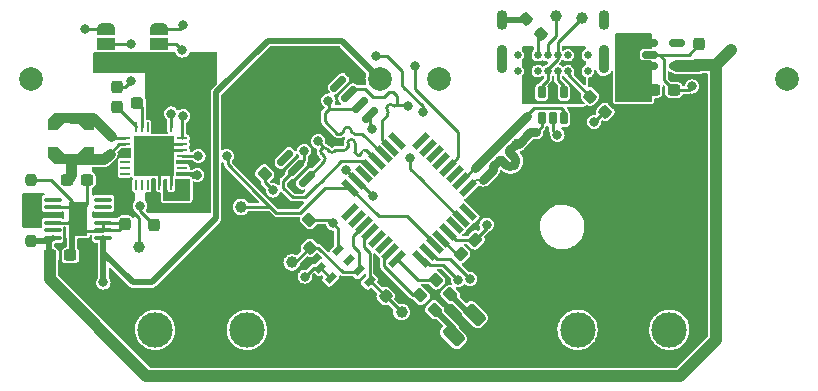
<source format=gbr>
%TF.GenerationSoftware,KiCad,Pcbnew,(6.0.11-0)*%
%TF.CreationDate,2023-04-11T08:14:18-04:00*%
%TF.ProjectId,SLAPS_Solar_Harvester,534c4150-535f-4536-9f6c-61725f486172,rev?*%
%TF.SameCoordinates,Original*%
%TF.FileFunction,Copper,L2,Bot*%
%TF.FilePolarity,Positive*%
%FSLAX46Y46*%
G04 Gerber Fmt 4.6, Leading zero omitted, Abs format (unit mm)*
G04 Created by KiCad (PCBNEW (6.0.11-0)) date 2023-04-11 08:14:18*
%MOMM*%
%LPD*%
G01*
G04 APERTURE LIST*
G04 Aperture macros list*
%AMRoundRect*
0 Rectangle with rounded corners*
0 $1 Rounding radius*
0 $2 $3 $4 $5 $6 $7 $8 $9 X,Y pos of 4 corners*
0 Add a 4 corners polygon primitive as box body*
4,1,4,$2,$3,$4,$5,$6,$7,$8,$9,$2,$3,0*
0 Add four circle primitives for the rounded corners*
1,1,$1+$1,$2,$3*
1,1,$1+$1,$4,$5*
1,1,$1+$1,$6,$7*
1,1,$1+$1,$8,$9*
0 Add four rect primitives between the rounded corners*
20,1,$1+$1,$2,$3,$4,$5,0*
20,1,$1+$1,$4,$5,$6,$7,0*
20,1,$1+$1,$6,$7,$8,$9,0*
20,1,$1+$1,$8,$9,$2,$3,0*%
%AMRotRect*
0 Rectangle, with rotation*
0 The origin of the aperture is its center*
0 $1 length*
0 $2 width*
0 $3 Rotation angle, in degrees counterclockwise*
0 Add horizontal line*
21,1,$1,$2,0,0,$3*%
%AMFreePoly0*
4,1,22,0.550000,-0.750000,0.000000,-0.750000,0.000000,-0.745033,-0.079941,-0.743568,-0.215256,-0.701293,-0.333266,-0.622738,-0.424486,-0.514219,-0.481581,-0.384460,-0.499164,-0.250000,-0.500000,-0.250000,-0.500000,0.250000,-0.499164,0.250000,-0.499963,0.256109,-0.478152,0.396186,-0.417904,0.524511,-0.324060,0.630769,-0.204165,0.706417,-0.067858,0.745374,0.000000,0.744959,0.000000,0.750000,
0.550000,0.750000,0.550000,-0.750000,0.550000,-0.750000,$1*%
%AMFreePoly1*
4,1,20,0.000000,0.744959,0.073905,0.744508,0.209726,0.703889,0.328688,0.626782,0.421226,0.519385,0.479903,0.390333,0.500000,0.250000,0.500000,-0.250000,0.499851,-0.262216,0.476331,-0.402017,0.414519,-0.529596,0.319384,-0.634700,0.198574,-0.708877,0.061801,-0.746166,0.000000,-0.745033,0.000000,-0.750000,-0.550000,-0.750000,-0.550000,0.750000,0.000000,0.750000,0.000000,0.744959,
0.000000,0.744959,$1*%
%AMFreePoly2*
4,1,21,1.015035,1.945035,1.015050,1.945000,1.015050,1.170000,1.015036,1.169965,0.435050,0.574979,0.435050,-0.574979,1.015036,-1.169965,1.015050,-1.170000,1.015050,-1.945000,1.015035,-1.945035,1.015000,-1.945050,0.115000,-1.945050,0.114964,-1.945035,-0.435035,-1.395035,-0.435050,-1.395000,-0.435050,1.395000,-0.435035,1.395036,0.124965,1.945035,0.125000,1.945050,1.015000,1.945050,
1.015035,1.945035,1.015035,1.945035,$1*%
%AMFreePoly3*
4,1,22,-0.124983,1.945043,-0.124965,1.945036,0.435035,1.395035,0.435050,1.395000,0.435050,-1.395000,0.435035,-1.395036,-0.114965,-1.945035,-0.115000,-1.945050,-1.015000,-1.945050,-1.015035,-1.945035,-1.015050,-1.945000,-1.015050,-1.170000,-1.015036,-1.169965,-0.435050,-0.574979,-0.435050,0.574979,-1.015036,1.169965,-1.015050,1.170000,-1.015050,1.945000,-1.015035,1.945035,-1.015000,1.945050,
-0.125000,1.945050,-0.124983,1.945043,-0.124983,1.945043,$1*%
G04 Aperture macros list end*
%TA.AperFunction,ComponentPad*%
%ADD10C,2.000000*%
%TD*%
%TA.AperFunction,ComponentPad*%
%ADD11C,0.670000*%
%TD*%
%TA.AperFunction,ComponentPad*%
%ADD12O,0.900000X1.700000*%
%TD*%
%TA.AperFunction,ComponentPad*%
%ADD13O,0.900000X2.400000*%
%TD*%
%TA.AperFunction,ComponentPad*%
%ADD14C,3.000000*%
%TD*%
%TA.AperFunction,SMDPad,CuDef*%
%ADD15RoundRect,0.237500X0.344715X-0.008839X-0.008839X0.344715X-0.344715X0.008839X0.008839X-0.344715X0*%
%TD*%
%TA.AperFunction,SMDPad,CuDef*%
%ADD16RoundRect,0.237500X0.237500X-0.300000X0.237500X0.300000X-0.237500X0.300000X-0.237500X-0.300000X0*%
%TD*%
%TA.AperFunction,SMDPad,CuDef*%
%ADD17RoundRect,0.275000X-0.282843X0.671751X-0.671751X0.282843X0.282843X-0.671751X0.671751X-0.282843X0*%
%TD*%
%TA.AperFunction,SMDPad,CuDef*%
%ADD18RotRect,1.600000X0.550000X45.000000*%
%TD*%
%TA.AperFunction,SMDPad,CuDef*%
%ADD19RotRect,1.600000X0.550000X315.000000*%
%TD*%
%TA.AperFunction,SMDPad,CuDef*%
%ADD20C,1.000000*%
%TD*%
%TA.AperFunction,SMDPad,CuDef*%
%ADD21RoundRect,0.237500X0.237500X-0.250000X0.237500X0.250000X-0.237500X0.250000X-0.237500X-0.250000X0*%
%TD*%
%TA.AperFunction,SMDPad,CuDef*%
%ADD22RoundRect,0.150000X-0.512500X-0.150000X0.512500X-0.150000X0.512500X0.150000X-0.512500X0.150000X0*%
%TD*%
%TA.AperFunction,SMDPad,CuDef*%
%ADD23FreePoly0,270.000000*%
%TD*%
%TA.AperFunction,SMDPad,CuDef*%
%ADD24R,1.500000X1.000000*%
%TD*%
%TA.AperFunction,SMDPad,CuDef*%
%ADD25FreePoly1,270.000000*%
%TD*%
%TA.AperFunction,SMDPad,CuDef*%
%ADD26RoundRect,0.237500X-0.380070X0.044194X0.044194X-0.380070X0.380070X-0.044194X-0.044194X0.380070X0*%
%TD*%
%TA.AperFunction,SMDPad,CuDef*%
%ADD27RoundRect,0.150000X0.353553X0.565685X-0.565685X-0.353553X-0.353553X-0.565685X0.565685X0.353553X0*%
%TD*%
%TA.AperFunction,SMDPad,CuDef*%
%ADD28RoundRect,0.237500X-0.300000X-0.237500X0.300000X-0.237500X0.300000X0.237500X-0.300000X0.237500X0*%
%TD*%
%TA.AperFunction,SMDPad,CuDef*%
%ADD29RoundRect,0.237500X-0.344715X0.008839X0.008839X-0.344715X0.344715X-0.008839X-0.008839X0.344715X0*%
%TD*%
%TA.AperFunction,SMDPad,CuDef*%
%ADD30RoundRect,0.100000X-0.625000X-0.100000X0.625000X-0.100000X0.625000X0.100000X-0.625000X0.100000X0*%
%TD*%
%TA.AperFunction,ComponentPad*%
%ADD31C,0.600000*%
%TD*%
%TA.AperFunction,SMDPad,CuDef*%
%ADD32R,1.650000X2.850000*%
%TD*%
%TA.AperFunction,SMDPad,CuDef*%
%ADD33RoundRect,0.162500X0.162500X-0.367500X0.162500X0.367500X-0.162500X0.367500X-0.162500X-0.367500X0*%
%TD*%
%TA.AperFunction,SMDPad,CuDef*%
%ADD34RoundRect,0.237500X-0.008839X-0.344715X0.344715X0.008839X0.008839X0.344715X-0.344715X-0.008839X0*%
%TD*%
%TA.AperFunction,SMDPad,CuDef*%
%ADD35RoundRect,0.237500X0.287500X0.237500X-0.287500X0.237500X-0.287500X-0.237500X0.287500X-0.237500X0*%
%TD*%
%TA.AperFunction,SMDPad,CuDef*%
%ADD36RoundRect,0.062500X-0.062500X0.337500X-0.062500X-0.337500X0.062500X-0.337500X0.062500X0.337500X0*%
%TD*%
%TA.AperFunction,SMDPad,CuDef*%
%ADD37RoundRect,0.062500X-0.337500X0.062500X-0.337500X-0.062500X0.337500X-0.062500X0.337500X0.062500X0*%
%TD*%
%TA.AperFunction,SMDPad,CuDef*%
%ADD38R,3.350000X3.350000*%
%TD*%
%TA.AperFunction,SMDPad,CuDef*%
%ADD39RoundRect,0.237500X-0.237500X0.300000X-0.237500X-0.300000X0.237500X-0.300000X0.237500X0.300000X0*%
%TD*%
%TA.AperFunction,SMDPad,CuDef*%
%ADD40RoundRect,0.237500X0.380070X-0.044194X-0.044194X0.380070X-0.380070X0.044194X0.044194X-0.380070X0*%
%TD*%
%TA.AperFunction,SMDPad,CuDef*%
%ADD41RotRect,0.950000X0.550000X45.000000*%
%TD*%
%TA.AperFunction,SMDPad,CuDef*%
%ADD42FreePoly2,90.000000*%
%TD*%
%TA.AperFunction,SMDPad,CuDef*%
%ADD43FreePoly3,90.000000*%
%TD*%
%TA.AperFunction,SMDPad,CuDef*%
%ADD44RoundRect,0.237500X-0.044194X-0.380070X0.380070X0.044194X0.044194X0.380070X-0.380070X-0.044194X0*%
%TD*%
%TA.AperFunction,ViaPad*%
%ADD45C,0.800000*%
%TD*%
%TA.AperFunction,Conductor*%
%ADD46C,0.250000*%
%TD*%
%TA.AperFunction,Conductor*%
%ADD47C,0.500000*%
%TD*%
%TA.AperFunction,Conductor*%
%ADD48C,0.900000*%
%TD*%
%TA.AperFunction,Conductor*%
%ADD49C,0.770000*%
%TD*%
%TA.AperFunction,Conductor*%
%ADD50C,0.200000*%
%TD*%
%TA.AperFunction,Conductor*%
%ADD51C,1.000000*%
%TD*%
G04 APERTURE END LIST*
D10*
%TO.P,J3,1,Pin_1*%
%TO.N,GND*%
X159250000Y-96750000D03*
%TD*%
%TO.P,J2,1,Pin_1*%
%TO.N,GND*%
X124750000Y-96750000D03*
%TD*%
D11*
%TO.P,J1,A1,GND*%
%TO.N,GND*%
X171875000Y-96098579D03*
%TO.P,J1,A4,VBUS*%
%TO.N,VBUS*%
X171025000Y-96098579D03*
%TO.P,J1,A5,CC1*%
%TO.N,Net-(J1-PadA5)*%
X170175000Y-96098579D03*
%TO.P,J1,A6,D+*%
%TO.N,Net-(D2-Pad6)*%
X169325000Y-96098579D03*
%TO.P,J1,A7,D-*%
%TO.N,Net-(D2-Pad4)*%
X168475000Y-96098579D03*
%TO.P,J1,A8,SBU1*%
%TO.N,unconnected-(J1-PadA8)*%
X167625000Y-96098579D03*
%TO.P,J1,A9,VBUS*%
%TO.N,VBUS*%
X166775000Y-96098579D03*
%TO.P,J1,A12,GND*%
%TO.N,GND*%
X165925000Y-96098579D03*
%TO.P,J1,B1,GND*%
X165925000Y-94748579D03*
%TO.P,J1,B4,VBUS*%
%TO.N,VBUS*%
X166775000Y-94748579D03*
%TO.P,J1,B5,CC2*%
%TO.N,Net-(J1-PadB5)*%
X167625000Y-94748579D03*
%TO.P,J1,B6,D+*%
%TO.N,Net-(D2-Pad6)*%
X168475000Y-94748579D03*
%TO.P,J1,B7,D-*%
%TO.N,Net-(D2-Pad4)*%
X169325000Y-94748579D03*
%TO.P,J1,B8,SBU2*%
%TO.N,unconnected-(J1-PadB8)*%
X170175000Y-94748579D03*
%TO.P,J1,B9,VBUS*%
%TO.N,VBUS*%
X171025000Y-94748579D03*
%TO.P,J1,B12,GND*%
%TO.N,GND*%
X171875000Y-94748579D03*
D12*
%TO.P,J1,S1,SHIELD*%
X164575000Y-91738579D03*
X173225000Y-91738579D03*
D13*
X173225000Y-95118579D03*
X164575000Y-95118579D03*
%TD*%
D14*
%TO.P,BT1,1,+*%
%TO.N,Net-(BT1-Pad1)*%
X135230000Y-118000000D03*
X143000000Y-118000000D03*
%TO.P,BT1,2,-*%
%TO.N,GND*%
X178770000Y-118000000D03*
X171000000Y-118000000D03*
%TD*%
D10*
%TO.P,J5,1,Pin_1*%
%TO.N,Net-(J4-Pad1)*%
X154250000Y-96750000D03*
%TD*%
%TO.P,J4,1,Pin_1*%
%TO.N,Net-(J4-Pad1)*%
X188750000Y-96750000D03*
%TD*%
D15*
%TO.P,R1,1*%
%TO.N,Net-(J1-PadB5)*%
X167945235Y-92945235D03*
%TO.P,R1,2*%
%TO.N,GND*%
X166654765Y-91654765D03*
%TD*%
D16*
%TO.P,CBOOST1,1*%
%TO.N,Net-(CBOOST1-Pad1)*%
X132000000Y-99162500D03*
%TO.P,CBOOST1,2*%
%TO.N,GND*%
X132000000Y-97437500D03*
%TD*%
D17*
%TO.P,Y1,1,1*%
%TO.N,Net-(C9-Pad2)*%
X160516117Y-118483883D03*
%TO.P,Y1,2,2*%
%TO.N,Net-(C8-Pad2)*%
X162283883Y-116716117D03*
%TD*%
D18*
%TO.P,U1,1,PA00*%
%TO.N,Net-(U1-Pad1)*%
X155724695Y-111985103D03*
%TO.P,U1,2,PA01*%
%TO.N,Net-(U1-Pad2)*%
X155159010Y-111419417D03*
%TO.P,U1,3,PA02*%
%TO.N,unconnected-(U1-Pad3)*%
X154593324Y-110853732D03*
%TO.P,U1,4,PA03*%
%TO.N,unconnected-(U1-Pad4)*%
X154027639Y-110288047D03*
%TO.P,U1,5,PA04*%
%TO.N,/SCL*%
X153461953Y-109722361D03*
%TO.P,U1,6,PA05*%
%TO.N,/SDA*%
X152896268Y-109156676D03*
%TO.P,U1,7,PA06*%
%TO.N,unconnected-(U1-Pad7)*%
X152330583Y-108590990D03*
%TO.P,U1,8,PA07*%
%TO.N,unconnected-(U1-Pad8)*%
X151764897Y-108025305D03*
D19*
%TO.P,U1,9,VDDANA*%
%TO.N,+1V8*%
X151764897Y-105974695D03*
%TO.P,U1,10,GND*%
%TO.N,GND*%
X152330583Y-105409010D03*
%TO.P,U1,11,PA08*%
%TO.N,unconnected-(U1-Pad11)*%
X152896268Y-104843324D03*
%TO.P,U1,12,PA09*%
%TO.N,/MISO*%
X153461953Y-104277639D03*
%TO.P,U1,13,PA10*%
%TO.N,/MOSI*%
X154027639Y-103711953D03*
%TO.P,U1,14,PA11*%
%TO.N,/SCK*%
X154593324Y-103146268D03*
%TO.P,U1,15,PA14*%
%TO.N,/SSEL*%
X155159010Y-102580583D03*
%TO.P,U1,16,PA15*%
%TO.N,unconnected-(U1-Pad16)*%
X155724695Y-102014897D03*
D18*
%TO.P,U1,17,PA16*%
%TO.N,unconnected-(U1-Pad17)*%
X157775305Y-102014897D03*
%TO.P,U1,18,PA17*%
%TO.N,unconnected-(U1-Pad18)*%
X158340990Y-102580583D03*
%TO.P,U1,19,PA18*%
%TO.N,unconnected-(U1-Pad19)*%
X158906676Y-103146268D03*
%TO.P,U1,20,PA19*%
%TO.N,unconnected-(U1-Pad20)*%
X159472361Y-103711953D03*
%TO.P,U1,21,PA22*%
%TO.N,/D1*%
X160038047Y-104277639D03*
%TO.P,U1,22,PA23*%
%TO.N,unconnected-(U1-Pad22)*%
X160603732Y-104843324D03*
%TO.P,U1,23,PA24*%
%TO.N,/D-*%
X161169417Y-105409010D03*
%TO.P,U1,24,PA25*%
%TO.N,/D+*%
X161735103Y-105974695D03*
D19*
%TO.P,U1,25,PA27*%
%TO.N,unconnected-(U1-Pad25)*%
X161735103Y-108025305D03*
%TO.P,U1,26,~{RESET}*%
%TO.N,Net-(B1-Pad1)*%
X161169417Y-108590990D03*
%TO.P,U1,27,PA28*%
%TO.N,unconnected-(U1-Pad27)*%
X160603732Y-109156676D03*
%TO.P,U1,28,GND*%
%TO.N,GND*%
X160038047Y-109722361D03*
%TO.P,U1,29,VDDCORE*%
%TO.N,Net-(C1-Pad1)*%
X159472361Y-110288047D03*
%TO.P,U1,30,VDDIN*%
%TO.N,+1V8*%
X158906676Y-110853732D03*
%TO.P,U1,31,PA30*%
%TO.N,Net-(U1-Pad31)*%
X158340990Y-111419417D03*
%TO.P,U1,32,PA31*%
%TO.N,Net-(U1-Pad32)*%
X157775305Y-111985103D03*
%TD*%
D20*
%TO.P,TP5,1,1*%
%TO.N,/SCL*%
X156100000Y-116500000D03*
%TD*%
%TO.P,TP15,1,1*%
%TO.N,+1V8*%
X142500000Y-107600000D03*
%TD*%
D21*
%TO.P,R6,1*%
%TO.N,Net-(R5-Pad2)*%
X124700000Y-107112500D03*
%TO.P,R6,2*%
%TO.N,GND*%
X124700000Y-105287500D03*
%TD*%
D22*
%TO.P,U7,1,IN*%
%TO.N,VBUS*%
X177162500Y-95650000D03*
%TO.P,U7,2,GND*%
%TO.N,GND*%
X177162500Y-94700000D03*
%TO.P,U7,3,EN*%
%TO.N,VBUS*%
X177162500Y-93750000D03*
%TO.P,U7,4,NC*%
%TO.N,unconnected-(U7-Pad4)*%
X179437500Y-93750000D03*
%TO.P,U7,5,OUT*%
%TO.N,+3V0*%
X179437500Y-95650000D03*
%TD*%
D21*
%TO.P,R5,1*%
%TO.N,+3V0*%
X124700000Y-110512500D03*
%TO.P,R5,2*%
%TO.N,Net-(R5-Pad2)*%
X124700000Y-108687500D03*
%TD*%
D20*
%TO.P,TP7,1,1*%
%TO.N,+3V0*%
X184000000Y-94300000D03*
%TD*%
D23*
%TO.P,JP2,1,A*%
%TO.N,GND*%
X135600000Y-92500000D03*
D24*
%TO.P,JP2,2,C*%
%TO.N,Net-(JP2-Pad2)*%
X135600000Y-93800000D03*
D25*
%TO.P,JP2,3,B*%
%TO.N,/VBUCK*%
X135600000Y-95100000D03*
%TD*%
D26*
%TO.P,C2,1*%
%TO.N,+3V3*%
X143290120Y-103590120D03*
%TO.P,C2,2*%
%TO.N,GND*%
X144509880Y-104809880D03*
%TD*%
D27*
%TO.P,U4,1,SD2*%
%TO.N,unconnected-(U4-Pad1)*%
X150747038Y-97158885D03*
%TO.P,U4,2,SSEL/SD3*%
%TO.N,/SSEL*%
X151645064Y-98056910D03*
%TO.P,U4,3,SCK*%
%TO.N,/SCK*%
X152543090Y-98954936D03*
%TO.P,U4,4,Vss*%
%TO.N,GND*%
X153441115Y-99852962D03*
%TO.P,U4,5,MOSI/CMD*%
%TO.N,/MOSI*%
X148052962Y-105241115D03*
%TO.P,U4,6,MSIO/SD0*%
%TO.N,/MISO*%
X147154936Y-104343090D03*
%TO.P,U4,7,SD1*%
%TO.N,unconnected-(U4-Pad7)*%
X146256910Y-103445064D03*
%TO.P,U4,8,Vdd*%
%TO.N,+3V3*%
X145358885Y-102547038D03*
%TD*%
D20*
%TO.P,TP1,1,1*%
%TO.N,VBUS*%
X175300000Y-97800000D03*
%TD*%
D28*
%TO.P,C6,1*%
%TO.N,+3V0*%
X126337500Y-111700000D03*
%TO.P,C6,2*%
%TO.N,GND*%
X128062500Y-111700000D03*
%TD*%
D29*
%TO.P,R4,1*%
%TO.N,+3V3*%
X147054765Y-109754765D03*
%TO.P,R4,2*%
%TO.N,/SDA*%
X148345235Y-111045235D03*
%TD*%
D20*
%TO.P,TP9,1,1*%
%TO.N,/VSRC*%
X133900000Y-111000000D03*
%TD*%
D23*
%TO.P,JP1,1,A*%
%TO.N,GND*%
X131100000Y-92500000D03*
D24*
%TO.P,JP1,2,C*%
%TO.N,Net-(JP1-Pad2)*%
X131100000Y-93800000D03*
D25*
%TO.P,JP1,3,B*%
%TO.N,/VBUCK*%
X131100000Y-95100000D03*
%TD*%
D16*
%TO.P,CBUCK1,1*%
%TO.N,GND*%
X135100000Y-109162500D03*
%TO.P,CBUCK1,2*%
%TO.N,/VBUCK*%
X135100000Y-107437500D03*
%TD*%
D20*
%TO.P,TP6,1,1*%
%TO.N,/SDA*%
X146800000Y-112300000D03*
%TD*%
D30*
%TO.P,U8,1,V1*%
%TO.N,+3V0*%
X126550000Y-110225000D03*
%TO.P,U8,2,NC*%
%TO.N,unconnected-(U8-Pad2)*%
X126550000Y-109575000D03*
%TO.P,U8,3,CMP1*%
%TO.N,GND*%
X126550000Y-108925000D03*
%TO.P,U8,4,ADJ*%
%TO.N,Net-(R5-Pad2)*%
X126550000Y-108275000D03*
%TO.P,U8,5,GND*%
%TO.N,GND*%
X126550000Y-107625000D03*
%TO.P,U8,6,CMPOUT1*%
%TO.N,unconnected-(U8-Pad6)*%
X126550000Y-106975000D03*
%TO.P,U8,7,CMPOUT2*%
%TO.N,unconnected-(U8-Pad7)*%
X130850000Y-106975000D03*
%TO.P,U8,8,V2ON*%
%TO.N,unconnected-(U8-Pad8)*%
X130850000Y-107625000D03*
%TO.P,U8,9,OUT*%
%TO.N,/VSRC*%
X130850000Y-108275000D03*
%TO.P,U8,10,CMP2*%
%TO.N,GND*%
X130850000Y-108925000D03*
%TO.P,U8,11,GND*%
X130850000Y-109575000D03*
%TO.P,U8,12,V2*%
%TO.N,Net-(J4-Pad1)*%
X130850000Y-110225000D03*
D31*
%TO.P,U8,13,GND*%
%TO.N,GND*%
X129200000Y-107600000D03*
X128200000Y-109600000D03*
X129200000Y-109600000D03*
D32*
X128700000Y-108600000D03*
D31*
X128200000Y-107600000D03*
X129200000Y-108600000D03*
X128200000Y-108600000D03*
%TD*%
D33*
%TO.P,D2,1,L1*%
%TO.N,/D-*%
X169850000Y-100100000D03*
%TO.P,D2,2,VN*%
%TO.N,GND*%
X168900000Y-100100000D03*
%TO.P,D2,3,L2*%
%TO.N,/D+*%
X167950000Y-100100000D03*
%TO.P,D2,4,L2*%
%TO.N,Net-(D2-Pad4)*%
X167950000Y-97900000D03*
%TO.P,D2,5,VP*%
%TO.N,VBUS*%
X168900000Y-97900000D03*
%TO.P,D2,6,L1*%
%TO.N,Net-(D2-Pad6)*%
X169850000Y-97900000D03*
%TD*%
D34*
%TO.P,R3,1*%
%TO.N,+3V3*%
X153454765Y-116445235D03*
%TO.P,R3,2*%
%TO.N,/SCL*%
X154745235Y-115154765D03*
%TD*%
D35*
%TO.P,LBUCK1,1*%
%TO.N,/VBUCK*%
X135475000Y-98800000D03*
%TO.P,LBUCK1,2*%
%TO.N,Net-(LBUCK1-Pad2)*%
X133725000Y-98800000D03*
%TD*%
D16*
%TO.P,C5,1*%
%TO.N,+3V0*%
X181300000Y-95562500D03*
%TO.P,C5,2*%
%TO.N,GND*%
X181300000Y-93837500D03*
%TD*%
D26*
%TO.P,C9,1*%
%TO.N,Net-(U1-Pad2)*%
X157690120Y-115090120D03*
%TO.P,C9,2*%
%TO.N,Net-(C9-Pad2)*%
X158909880Y-116309880D03*
%TD*%
D20*
%TO.P,TP8,1,1*%
%TO.N,/VBUCK*%
X138600000Y-97800000D03*
%TD*%
%TO.P,TP2,1,1*%
%TO.N,Net-(D2-Pad6)*%
X169200000Y-91400000D03*
%TD*%
D28*
%TO.P,C4,1*%
%TO.N,VBUS*%
X177437500Y-97700000D03*
%TO.P,C4,2*%
%TO.N,GND*%
X179162500Y-97700000D03*
%TD*%
D20*
%TO.P,TP3,1,1*%
%TO.N,Net-(D2-Pad4)*%
X171400000Y-91600000D03*
%TD*%
D36*
%TO.P,U3,1,BOOST*%
%TO.N,Net-(CBOOST1-Pad1)*%
X133600000Y-100850000D03*
%TO.P,U3,2,SWBUCK*%
%TO.N,Net-(LBUCK1-Pad2)*%
X134100000Y-100850000D03*
%TO.P,U3,3,BUCK*%
%TO.N,unconnected-(U3-Pad3)*%
X134600000Y-100850000D03*
%TO.P,U3,4,CFG[2]*%
%TO.N,/VBUCK*%
X135100000Y-100850000D03*
%TO.P,U3,5,CFG[1]*%
X135600000Y-100850000D03*
%TO.P,U3,6,CFG[0]*%
X136100000Y-100850000D03*
%TO.P,U3,7,SELMPP[1]*%
%TO.N,Net-(JP1-Pad2)*%
X136600000Y-100850000D03*
D37*
%TO.P,U3,8,SELMPP[0]*%
%TO.N,Net-(JP2-Pad2)*%
X137550000Y-101800000D03*
%TO.P,U3,9,FB_PRIM_D*%
%TO.N,GND*%
X137550000Y-102300000D03*
%TO.P,U3,10,FB_PRIM_U*%
X137550000Y-102800000D03*
%TO.P,U3,11,LVOUT*%
%TO.N,+1V8*%
X137550000Y-103300000D03*
%TO.P,U3,12,ENHV*%
%TO.N,/VBUCK*%
X137550000Y-103800000D03*
%TO.P,U3,13,FB_HV*%
%TO.N,unconnected-(U3-Pad13)*%
X137550000Y-104300000D03*
%TO.P,U3,14,HVOUT*%
%TO.N,+3V3*%
X137550000Y-104800000D03*
D36*
%TO.P,U3,15,BAL*%
%TO.N,GND*%
X136600000Y-105750000D03*
%TO.P,U3,16,BATT*%
%TO.N,Net-(F1-Pad2)*%
X136100000Y-105750000D03*
%TO.P,U3,17,PRIM*%
%TO.N,GND*%
X135600000Y-105750000D03*
%TO.P,U3,18,ENLV*%
%TO.N,/VBUCK*%
X135100000Y-105750000D03*
%TO.P,U3,19,STATUS[2]*%
%TO.N,unconnected-(U3-Pad19)*%
X134600000Y-105750000D03*
%TO.P,U3,20,STATUS[1]*%
%TO.N,unconnected-(U3-Pad20)*%
X134100000Y-105750000D03*
%TO.P,U3,21,STATUS[0]*%
%TO.N,unconnected-(U3-Pad21)*%
X133600000Y-105750000D03*
D37*
%TO.P,U3,22,SET_OVCH*%
%TO.N,unconnected-(U3-Pad22)*%
X132650000Y-104800000D03*
%TO.P,U3,23,SET_CHRDY*%
%TO.N,unconnected-(U3-Pad23)*%
X132650000Y-104300000D03*
%TO.P,U3,24,SET_OVDIS*%
%TO.N,unconnected-(U3-Pad24)*%
X132650000Y-103800000D03*
%TO.P,U3,25,SRC*%
%TO.N,/VSRC*%
X132650000Y-103300000D03*
%TO.P,U3,26,FB_COLD*%
X132650000Y-102800000D03*
%TO.P,U3,27,BUFSRC*%
%TO.N,Net-(CSRC1-Pad1)*%
X132650000Y-102300000D03*
%TO.P,U3,28,SWBOOST*%
%TO.N,Net-(LBOOST1-Pad2)*%
X132650000Y-101800000D03*
D31*
%TO.P,U3,29,GND*%
%TO.N,GND*%
X136100000Y-103300000D03*
X135100000Y-102300000D03*
X135100000Y-103300000D03*
X134100000Y-102300000D03*
X135100000Y-104300000D03*
X136100000Y-104300000D03*
D38*
X135100000Y-103300000D03*
D31*
X136100000Y-102300000D03*
X134100000Y-104300000D03*
X134100000Y-103300000D03*
%TD*%
D39*
%TO.P,C7,1*%
%TO.N,/VSRC*%
X132700000Y-107337500D03*
%TO.P,C7,2*%
%TO.N,GND*%
X132700000Y-109062500D03*
%TD*%
D40*
%TO.P,C3,1*%
%TO.N,+3V3*%
X149509880Y-109909880D03*
%TO.P,C3,2*%
%TO.N,GND*%
X148290120Y-108690120D03*
%TD*%
D28*
%TO.P,CSRC1,1*%
%TO.N,Net-(CSRC1-Pad1)*%
X127737500Y-105300000D03*
%TO.P,CSRC1,2*%
%TO.N,GND*%
X129462500Y-105300000D03*
%TD*%
D41*
%TO.P,U2,1,VDD*%
%TO.N,+3V3*%
X151865685Y-115385965D03*
%TO.P,U2,2,PS*%
X150981802Y-114502082D03*
%TO.P,U2,3,GND*%
%TO.N,GND*%
X150097918Y-113618198D03*
%TO.P,U2,4,CSB*%
X149214035Y-112734315D03*
%TO.P,U2,5,CSB*%
X150734315Y-111214035D03*
%TO.P,U2,6,SDO*%
%TO.N,unconnected-(U2-Pad6)*%
X151618198Y-112097918D03*
%TO.P,U2,7,SDI/SDA*%
%TO.N,/SDA*%
X152502082Y-112981802D03*
%TO.P,U2,8,SCLK*%
%TO.N,/SCL*%
X153385965Y-113865685D03*
%TD*%
D29*
%TO.P,R2,1*%
%TO.N,Net-(J1-PadA5)*%
X172054765Y-98254765D03*
%TO.P,R2,2*%
%TO.N,GND*%
X173345235Y-99545235D03*
%TD*%
D42*
%TO.P,LBOOST1,1*%
%TO.N,Net-(CSRC1-Pad1)*%
X128100000Y-103565000D03*
D43*
%TO.P,LBOOST1,2*%
%TO.N,Net-(LBOOST1-Pad2)*%
X128100000Y-100035000D03*
%TD*%
D44*
%TO.P,C1,1*%
%TO.N,Net-(C1-Pad1)*%
X161107277Y-111609880D03*
%TO.P,C1,2*%
%TO.N,GND*%
X162327037Y-110390120D03*
%TD*%
D26*
%TO.P,C8,1*%
%TO.N,Net-(U1-Pad1)*%
X158990120Y-113790120D03*
%TO.P,C8,2*%
%TO.N,Net-(C8-Pad2)*%
X160209880Y-115009880D03*
%TD*%
D45*
%TO.N,+3V3*%
X142400000Y-102300000D03*
X138800000Y-104900000D03*
X147150000Y-94450000D03*
X141400000Y-106000000D03*
%TO.N,Net-(JP1-Pad2)*%
X136600000Y-99700000D03*
X133200000Y-93800000D03*
%TO.N,Net-(JP2-Pad2)*%
X137600000Y-99900000D03*
X137550000Y-94350000D03*
%TO.N,/D1*%
X157200000Y-95700000D03*
%TO.N,Net-(F1-Pad2)*%
X137300000Y-106600000D03*
X137600000Y-105700000D03*
%TO.N,VBUS*%
X175900000Y-94800000D03*
X174900000Y-94200000D03*
X174900000Y-95400000D03*
X175800000Y-93600000D03*
X175800000Y-96000000D03*
%TO.N,+1V8*%
X141300000Y-103300000D03*
X138900000Y-103300000D03*
%TO.N,/SSEL*%
X156650000Y-99100000D03*
%TO.N,GND*%
X151400000Y-104500000D03*
X150300000Y-109000000D03*
X169300000Y-101500000D03*
X133950000Y-107500000D03*
X153600000Y-101000000D03*
X145200000Y-106200000D03*
X180700000Y-97400000D03*
X129300000Y-92500000D03*
X133200000Y-96900000D03*
X153700000Y-106700000D03*
X147900000Y-113500000D03*
X137600000Y-92200000D03*
X172400000Y-100400000D03*
X163300000Y-109100000D03*
%TO.N,/SCK*%
X149900000Y-98600000D03*
%TO.N,/MOSI*%
X149050000Y-102050000D03*
%TO.N,/MISO*%
X147850000Y-102850000D03*
%TO.N,Net-(J4-Pad1)*%
X130850000Y-114000000D03*
%TO.N,Net-(B1-Pad1)*%
X156850000Y-103450000D03*
X153950000Y-94850000D03*
X157900000Y-99600000D03*
%TO.N,Net-(U1-Pad31)*%
X161900000Y-113700000D03*
%TO.N,Net-(U1-Pad32)*%
X160900000Y-113800000D03*
%TD*%
D46*
%TO.N,Net-(U1-Pad1)*%
X157529712Y-113790120D02*
X158990120Y-113790120D01*
X155724695Y-111985103D02*
X157529712Y-113790120D01*
D47*
%TO.N,Net-(C8-Pad2)*%
X162283883Y-116716117D02*
X161916117Y-116716117D01*
X161916117Y-116716117D02*
X160209880Y-115009880D01*
D46*
%TO.N,/VSRC*%
X133900000Y-108537500D02*
X133900000Y-111000000D01*
X132700000Y-107337500D02*
X133900000Y-108537500D01*
%TO.N,Net-(C1-Pad1)*%
X161107277Y-111609880D02*
X160794194Y-111609880D01*
X160794194Y-111609880D02*
X159472361Y-110288047D01*
%TO.N,+3V3*%
X143290120Y-103590120D02*
X144333202Y-102547038D01*
X144333202Y-102547038D02*
X145358885Y-102547038D01*
X137550000Y-104800000D02*
X138700000Y-104800000D01*
X138700000Y-104800000D02*
X138800000Y-104900000D01*
%TO.N,Net-(JP1-Pad2)*%
X136600000Y-100850000D02*
X136600000Y-99700000D01*
X133200000Y-93800000D02*
X131100000Y-93800000D01*
%TO.N,Net-(JP2-Pad2)*%
X137550000Y-94350000D02*
X137000000Y-93800000D01*
X137550000Y-99950000D02*
X137600000Y-99900000D01*
X137000000Y-93800000D02*
X135600000Y-93800000D01*
X137550000Y-101800000D02*
X137550000Y-99950000D01*
%TO.N,/D1*%
X157500000Y-97900000D02*
X157200000Y-97600000D01*
X160900000Y-101300000D02*
X157500000Y-97900000D01*
X157200000Y-97600000D02*
X157200000Y-95700000D01*
X160900000Y-102800000D02*
X160900000Y-101300000D01*
X160900000Y-103415686D02*
X160900000Y-102800000D01*
X160038047Y-104277639D02*
X160900000Y-103415686D01*
%TO.N,/SCL*%
X153385965Y-111485965D02*
X152900000Y-111000000D01*
X153385965Y-113865685D02*
X153385965Y-111485965D01*
D47*
X153385965Y-113865685D02*
X153465685Y-113865685D01*
D46*
X153456155Y-113865685D02*
X154745235Y-115154765D01*
X154745235Y-115154765D02*
X154754765Y-115154765D01*
X152900000Y-110284314D02*
X153461953Y-109722361D01*
X153385965Y-113865685D02*
X153456155Y-113865685D01*
X154754765Y-115154765D02*
X156100000Y-116500000D01*
X152900000Y-111000000D02*
X152900000Y-110284314D01*
%TO.N,Net-(CBOOST1-Pad1)*%
X133600000Y-100762500D02*
X132000000Y-99162500D01*
X133600000Y-100850000D02*
X133600000Y-100762500D01*
%TO.N,Net-(CSRC1-Pad1)*%
X131400000Y-103100000D02*
X132200000Y-102300000D01*
D48*
X128100000Y-103565000D02*
X128100000Y-104937500D01*
X128100000Y-104937500D02*
X127737500Y-105300000D01*
X130935000Y-103565000D02*
X128100000Y-103565000D01*
X131400000Y-103100000D02*
X130935000Y-103565000D01*
D46*
X132200000Y-102300000D02*
X132650000Y-102300000D01*
%TO.N,Net-(J1-PadA5)*%
X170175000Y-96375000D02*
X172054765Y-98254765D01*
X170175000Y-96098579D02*
X170175000Y-96375000D01*
%TO.N,Net-(U1-Pad2)*%
X157090120Y-115090120D02*
X157690120Y-115090120D01*
X154600000Y-112000000D02*
X154600000Y-112600000D01*
X155159010Y-111440990D02*
X154600000Y-112000000D01*
X154600000Y-112600000D02*
X157090120Y-115090120D01*
X155159010Y-111419417D02*
X155159010Y-111440990D01*
D47*
%TO.N,Net-(C9-Pad2)*%
X160516117Y-117916117D02*
X158909880Y-116309880D01*
X160516117Y-118483883D02*
X160516117Y-117916117D01*
D46*
%TO.N,/SDA*%
X146800000Y-112300000D02*
X147090470Y-112300000D01*
X152383884Y-113100000D02*
X152502082Y-112981802D01*
X151100000Y-113100000D02*
X152383884Y-113100000D01*
X149045235Y-111045235D02*
X151100000Y-113100000D01*
X152502082Y-112981802D02*
X152502082Y-111402082D01*
X152000000Y-110900000D02*
X152000000Y-110052944D01*
X147090470Y-112300000D02*
X148345235Y-111045235D01*
X152502082Y-111402082D02*
X152000000Y-110900000D01*
X148345235Y-111045235D02*
X149045235Y-111045235D01*
X152000000Y-110052944D02*
X152896268Y-109156676D01*
%TO.N,Net-(J1-PadB5)*%
X167625000Y-93265470D02*
X167945235Y-92945235D01*
X167625000Y-94748579D02*
X167625000Y-93265470D01*
%TO.N,/D-*%
X167300000Y-99200000D02*
X166700000Y-99800000D01*
X166700000Y-99800000D02*
X166700000Y-99900000D01*
X169850000Y-100100000D02*
X169850000Y-99450000D01*
D49*
X166700000Y-99900000D02*
X162300000Y-104300000D01*
D46*
X169850000Y-99450000D02*
X169600000Y-99200000D01*
X162278427Y-104300000D02*
X162300000Y-104300000D01*
X169600000Y-99200000D02*
X167300000Y-99200000D01*
X161169417Y-105409010D02*
X162278427Y-104300000D01*
%TO.N,/D+*%
X167950000Y-100100000D02*
X167950000Y-100850000D01*
D49*
X167000000Y-101300000D02*
X166050000Y-102250000D01*
D46*
X167950000Y-100850000D02*
X167500000Y-101300000D01*
D49*
X165222684Y-102935893D02*
X165222683Y-102935893D01*
D50*
X161735103Y-105974695D02*
X162409798Y-105300000D01*
D49*
X163850895Y-104307682D02*
X163850894Y-104307682D01*
X165767156Y-102250000D02*
X165222683Y-102794472D01*
X163850894Y-104449103D02*
X163000000Y-105300000D01*
X164395367Y-103621789D02*
X163850894Y-104166261D01*
X163850893Y-104449103D02*
X163850894Y-104449103D01*
X165657556Y-104056658D02*
X165657555Y-104056659D01*
X167500000Y-101300000D02*
X167000000Y-101300000D01*
X165767157Y-102249999D02*
X165767156Y-102250000D01*
X165222683Y-102935893D02*
X165657555Y-103370765D01*
D50*
X162409798Y-105300000D02*
X163000000Y-105300000D01*
D49*
X164971663Y-104056659D02*
X164971661Y-104056660D01*
X164971661Y-104056660D02*
X164536789Y-103621789D01*
X165767190Y-102250032D02*
G75*
G02*
X165908578Y-102250000I70710J-70668D01*
G01*
X164395368Y-103621790D02*
G75*
G02*
X164536788Y-103621790I70710J-70712D01*
G01*
X165657544Y-104056646D02*
G75*
G03*
X165657555Y-103370765I-342944J342946D01*
G01*
X163850901Y-104449111D02*
G75*
G03*
X163850894Y-104307682I-70701J70711D01*
G01*
X165908579Y-102249999D02*
G75*
G03*
X166049999Y-102249999I70710J70712D01*
G01*
X163850867Y-104307710D02*
G75*
G02*
X163850895Y-104166262I70733J70710D01*
G01*
X165222667Y-102935910D02*
G75*
G02*
X165222684Y-102794473I70733J70710D01*
G01*
X164971663Y-104056659D02*
G75*
G03*
X165657555Y-104056659I342946J342942D01*
G01*
D46*
%TO.N,Net-(LBUCK1-Pad2)*%
X134100000Y-100850000D02*
X134100000Y-99175000D01*
X134100000Y-99175000D02*
X133725000Y-98800000D01*
%TO.N,Net-(D2-Pad4)*%
X168475000Y-96825000D02*
X168475000Y-96098579D01*
X168475000Y-96098579D02*
X168475000Y-95925000D01*
X169325000Y-93675000D02*
X169325000Y-94748579D01*
X168475000Y-95925000D02*
X169325000Y-95075000D01*
X169325000Y-95075000D02*
X169325000Y-94748579D01*
X167950000Y-97350000D02*
X168475000Y-96825000D01*
X171400000Y-91600000D02*
X169325000Y-93675000D01*
X167950000Y-97900000D02*
X167950000Y-97350000D01*
%TO.N,Net-(D2-Pad6)*%
X169850000Y-97350000D02*
X169325000Y-96825000D01*
X169200000Y-93100000D02*
X168475000Y-93825000D01*
X168475000Y-93825000D02*
X168475000Y-94748579D01*
X169850000Y-97900000D02*
X169850000Y-97350000D01*
X169200000Y-91400000D02*
X169200000Y-93100000D01*
X169325000Y-96825000D02*
X169325000Y-96098579D01*
%TO.N,Net-(LBOOST1-Pad2)*%
X131700000Y-101800000D02*
X131500000Y-101600000D01*
X132650000Y-101800000D02*
X131700000Y-101800000D01*
D48*
X129935000Y-100035000D02*
X128100000Y-100035000D01*
X131500000Y-101600000D02*
X129935000Y-100035000D01*
D46*
%TO.N,+1V8*%
X147500000Y-108100000D02*
X149625305Y-105974695D01*
X149625305Y-105974695D02*
X151764897Y-105974695D01*
X141400000Y-103400000D02*
X141300000Y-103300000D01*
X156600000Y-108400000D02*
X154190202Y-108400000D01*
X145500000Y-108100000D02*
X147500000Y-108100000D01*
X154190202Y-108400000D02*
X151764897Y-105974695D01*
X145000000Y-107600000D02*
X145500000Y-108100000D01*
X143800000Y-106400000D02*
X145500000Y-108100000D01*
X141400000Y-104000000D02*
X141400000Y-103400000D01*
X141400000Y-104000000D02*
X143800000Y-106400000D01*
X142500000Y-107600000D02*
X145000000Y-107600000D01*
X137550000Y-103300000D02*
X138900000Y-103300000D01*
X158906676Y-110853732D02*
X158906676Y-110706676D01*
X158906676Y-110706676D02*
X156600000Y-108400000D01*
%TO.N,/SSEL*%
X151645064Y-98056910D02*
X152101974Y-97600000D01*
X154946933Y-98999998D02*
X154946933Y-98999999D01*
X154899202Y-99424263D02*
X154899201Y-99424263D01*
X152101974Y-97600000D02*
X153000000Y-97600000D01*
X155323467Y-99000000D02*
X155323466Y-98999999D01*
X154899202Y-99800796D02*
X154899201Y-99800796D01*
X156550000Y-99000000D02*
X156650000Y-99100000D01*
X155050000Y-97850000D02*
X155350000Y-97850000D01*
X153700000Y-98300000D02*
X154600000Y-98300000D01*
X154899201Y-99800796D02*
X154400000Y-100300000D01*
X154946933Y-98999999D02*
X154899201Y-99047730D01*
X153000000Y-97600000D02*
X153700000Y-98300000D01*
X155350000Y-97850000D02*
X155700000Y-98200000D01*
X154400000Y-101821573D02*
X155159010Y-102580583D01*
X155323466Y-99000000D02*
X155323467Y-99000000D01*
X154400000Y-100300000D02*
X154400000Y-101821573D01*
X154600000Y-98300000D02*
X155050000Y-97850000D01*
X155700000Y-98200000D02*
X155700000Y-99000000D01*
X155700000Y-99000000D02*
X156550000Y-99000000D01*
X155323466Y-99000000D02*
G75*
G03*
X155700000Y-99000000I188267J188266D01*
G01*
X154899198Y-99424267D02*
G75*
G02*
X154899201Y-99047730I188302J188267D01*
G01*
X154946934Y-98999999D02*
G75*
G02*
X155323466Y-98999999I188266J-188301D01*
G01*
X154899172Y-99800766D02*
G75*
G03*
X154899201Y-99424263I-188272J188266D01*
G01*
%TO.N,GND*%
X136600000Y-105750000D02*
X136600000Y-104800000D01*
X178300000Y-96837500D02*
X178300000Y-95100000D01*
X135100000Y-109162500D02*
X135100000Y-109100000D01*
X152409010Y-105409010D02*
X153700000Y-106700000D01*
D47*
X166654765Y-91654765D02*
X166570951Y-91738579D01*
D46*
X128200000Y-107100000D02*
X128200000Y-107600000D01*
X150300000Y-109000000D02*
X150734315Y-109434315D01*
X132000000Y-97437500D02*
X132662500Y-97437500D01*
X144509880Y-105509880D02*
X145200000Y-106200000D01*
X179162500Y-97700000D02*
X180400000Y-97700000D01*
X172500000Y-100300000D02*
X172400000Y-100400000D01*
X180400000Y-97700000D02*
X180700000Y-97400000D01*
X149990120Y-108690120D02*
X150300000Y-109000000D01*
X130825000Y-109600000D02*
X130850000Y-109575000D01*
X132662500Y-97437500D02*
X133200000Y-96900000D01*
X136600000Y-104800000D02*
X136100000Y-104300000D01*
X130850000Y-108925000D02*
X130850000Y-109575000D01*
X160705806Y-110390120D02*
X162327037Y-110390120D01*
X144509880Y-104809880D02*
X144509880Y-105509880D01*
X177162500Y-94700000D02*
X177900000Y-94700000D01*
X148665685Y-112734315D02*
X147900000Y-113500000D01*
X127875000Y-108925000D02*
X128200000Y-108600000D01*
X168900000Y-101100000D02*
X169300000Y-101500000D01*
X163300000Y-109417157D02*
X163300000Y-109100000D01*
X133950000Y-107950000D02*
X133950000Y-107500000D01*
D47*
X128200000Y-111562500D02*
X128200000Y-109600000D01*
D46*
X149214035Y-112734315D02*
X150097918Y-113618198D01*
X135600000Y-92500000D02*
X137300000Y-92500000D01*
X168900000Y-100100000D02*
X168900000Y-101100000D01*
X162327037Y-110390120D02*
X163300000Y-109417157D01*
X151400000Y-104500000D02*
X151421573Y-104500000D01*
D47*
X166570951Y-91738579D02*
X164575000Y-91738579D01*
D46*
X126550000Y-107625000D02*
X128175000Y-107625000D01*
X153441115Y-99852962D02*
X153441115Y-100841115D01*
X177900000Y-94700000D02*
X180437500Y-94700000D01*
X178300000Y-95100000D02*
X177900000Y-94700000D01*
X153441115Y-100841115D02*
X153600000Y-101000000D01*
X136600000Y-102800000D02*
X136100000Y-103300000D01*
X148290120Y-108690120D02*
X149990120Y-108690120D01*
X130850000Y-108925000D02*
X132562500Y-108925000D01*
X135100000Y-109100000D02*
X133950000Y-107950000D01*
X130850000Y-109575000D02*
X132187500Y-109575000D01*
X124700000Y-105287500D02*
X126387500Y-105287500D01*
X135600000Y-105750000D02*
X135600000Y-104800000D01*
X128175000Y-107625000D02*
X128200000Y-107600000D01*
D47*
X128062500Y-111700000D02*
X128200000Y-111562500D01*
D46*
X180437500Y-94700000D02*
X181300000Y-93837500D01*
X149214035Y-112734315D02*
X148665685Y-112734315D01*
X132187500Y-109575000D02*
X132700000Y-109062500D01*
X135600000Y-104800000D02*
X135100000Y-104300000D01*
X131100000Y-92500000D02*
X129300000Y-92500000D01*
X179162500Y-97700000D02*
X178300000Y-96837500D01*
X137550000Y-102300000D02*
X136100000Y-102300000D01*
X132562500Y-108925000D02*
X132700000Y-109062500D01*
X137300000Y-92500000D02*
X137600000Y-92200000D01*
X150734315Y-109434315D02*
X150734315Y-111214035D01*
X137550000Y-102800000D02*
X136600000Y-102800000D01*
X129200000Y-109600000D02*
X130825000Y-109600000D01*
X129462500Y-107337500D02*
X129200000Y-107600000D01*
X173254765Y-99545235D02*
X172500000Y-100300000D01*
X126387500Y-105287500D02*
X128200000Y-107100000D01*
X160038047Y-109722361D02*
X160705806Y-110390120D01*
X129462500Y-105300000D02*
X129462500Y-107337500D01*
X152330583Y-105409010D02*
X152409010Y-105409010D01*
X151421573Y-104500000D02*
X152330583Y-105409010D01*
X173345235Y-99545235D02*
X173254765Y-99545235D01*
X126550000Y-108925000D02*
X127875000Y-108925000D01*
%TO.N,/SCK*%
X152198026Y-99300000D02*
X152543090Y-98954936D01*
X154593324Y-103146268D02*
X154496268Y-103146268D01*
X150900000Y-101400000D02*
X150650000Y-101400000D01*
X154496268Y-103146268D02*
X152750000Y-101400000D01*
X152750000Y-101400000D02*
X152100000Y-101400000D01*
X150939056Y-101400000D02*
X150900000Y-101400000D01*
X151539056Y-100839056D02*
X151500000Y-100839056D01*
X149950000Y-99300000D02*
X149950000Y-98650000D01*
X149950000Y-99300000D02*
X152198026Y-99300000D01*
X149600000Y-100350000D02*
X149600000Y-99650000D01*
X149600000Y-99650000D02*
X149950000Y-99300000D01*
X150650000Y-101400000D02*
X149600000Y-100350000D01*
X149950000Y-98650000D02*
X149900000Y-98600000D01*
X150939056Y-101399928D02*
G75*
G03*
X151219528Y-101119528I44J280428D01*
G01*
X151819500Y-101119528D02*
G75*
G03*
X152100000Y-101400000I280500J28D01*
G01*
X151539056Y-100839072D02*
G75*
G02*
X151819528Y-101119528I44J-280428D01*
G01*
X151219556Y-101119528D02*
G75*
G02*
X151500000Y-100839056I280444J28D01*
G01*
%TO.N,/MOSI*%
X152329691Y-103171228D02*
X152558463Y-103171228D01*
X149547039Y-103322774D02*
X149319897Y-103095632D01*
X152144077Y-102178772D02*
X152144077Y-102500000D01*
X151544077Y-102500000D02*
X151544077Y-102178772D01*
X152144077Y-102500000D02*
X152144077Y-102985614D01*
X148052962Y-105241115D02*
X149547039Y-103747038D01*
X153115686Y-102800000D02*
X154027639Y-103711953D01*
X149744163Y-102671368D02*
X149744163Y-102671367D01*
X149319897Y-102671368D02*
X149319897Y-102319897D01*
X149319897Y-102319897D02*
X149050000Y-102050000D01*
X152929691Y-102800000D02*
X153115686Y-102800000D01*
X149744163Y-102671367D02*
X149971306Y-102898510D01*
X150395570Y-102898510D02*
X150395569Y-102898509D01*
X150494077Y-102800000D02*
X151244077Y-102800000D01*
X150395569Y-102898509D02*
X150494077Y-102800000D01*
X150395569Y-102898509D02*
G75*
G02*
X149971307Y-102898509I-212131J212131D01*
G01*
X149319897Y-102671368D02*
G75*
G03*
X149319897Y-103095632I212103J-212132D01*
G01*
X152744128Y-102985614D02*
G75*
G02*
X152558463Y-103171228I-185628J14D01*
G01*
X151544100Y-102500000D02*
G75*
G02*
X151244077Y-102800000I-300000J0D01*
G01*
X152929691Y-102799977D02*
G75*
G03*
X152744077Y-102985614I9J-185623D01*
G01*
X151844077Y-101878777D02*
G75*
G03*
X151544077Y-102178772I23J-300023D01*
G01*
X149744162Y-102671369D02*
G75*
G03*
X149319898Y-102671369I-212132J-212130D01*
G01*
X152329691Y-103171223D02*
G75*
G02*
X152144077Y-102985614I9J185623D01*
G01*
X149547045Y-103322768D02*
G75*
G02*
X149547039Y-103747038I-212145J-212132D01*
G01*
X152144128Y-102178772D02*
G75*
G03*
X151844077Y-101878772I-300028J-28D01*
G01*
%TO.N,/MISO*%
X147850000Y-103648026D02*
X147850000Y-102850000D01*
X152884314Y-103700000D02*
X153461953Y-104277639D01*
X147900002Y-106800000D02*
X148975001Y-105725001D01*
X148975001Y-105725001D02*
X149246465Y-105453535D01*
X147154936Y-104343090D02*
X147850000Y-103648026D01*
X149246465Y-105453535D02*
X151000000Y-103700000D01*
X146100000Y-106000000D02*
X146900000Y-106800000D01*
X146900000Y-106800000D02*
X147900002Y-106800000D01*
X151000000Y-103700000D02*
X152884314Y-103700000D01*
X146100000Y-105398026D02*
X146100000Y-106000000D01*
X147154936Y-104343090D02*
X146100000Y-105398026D01*
D51*
%TO.N,+3V0*%
X134500000Y-121900000D02*
X126300000Y-113700000D01*
X181212500Y-95650000D02*
X181300000Y-95562500D01*
D47*
X126550000Y-110225000D02*
X126262500Y-110512500D01*
D51*
X182737500Y-95562500D02*
X184000000Y-94300000D01*
D47*
X126262500Y-111625000D02*
X126337500Y-111700000D01*
D51*
X182737500Y-118862500D02*
X179700000Y-121900000D01*
X126300000Y-111737500D02*
X126337500Y-111700000D01*
X182737500Y-95562500D02*
X182737500Y-118862500D01*
X126300000Y-113700000D02*
X126300000Y-111737500D01*
D47*
X126262500Y-110512500D02*
X124700000Y-110512500D01*
D51*
X179437500Y-95650000D02*
X181212500Y-95650000D01*
D47*
X126262500Y-110512500D02*
X126262500Y-111625000D01*
D51*
X179700000Y-121900000D02*
X134500000Y-121900000D01*
X181300000Y-95562500D02*
X182737500Y-95562500D01*
D47*
%TO.N,Net-(J4-Pad1)*%
X130850000Y-111500000D02*
X130850000Y-110225000D01*
X140400000Y-108550000D02*
X134950000Y-114000000D01*
X140400000Y-97900000D02*
X140400000Y-108550000D01*
X130850000Y-114000000D02*
X130850000Y-111500000D01*
X133350000Y-114000000D02*
X130850000Y-111500000D01*
X134950000Y-114000000D02*
X133350000Y-114000000D01*
X144750000Y-93550000D02*
X151050000Y-93550000D01*
X151050000Y-93550000D02*
X154250000Y-96750000D01*
X144750000Y-93550000D02*
X140400000Y-97900000D01*
D46*
%TO.N,Net-(B1-Pad1)*%
X154850000Y-94850000D02*
X153950000Y-94850000D01*
X156100000Y-97300000D02*
X156100000Y-96100000D01*
X157900000Y-99600000D02*
X157900000Y-99100000D01*
X157900000Y-99100000D02*
X156250000Y-97450000D01*
X156850000Y-104400000D02*
X156850000Y-103450000D01*
X156100000Y-96100000D02*
X154850000Y-94850000D01*
X157550000Y-105100000D02*
X156850000Y-104400000D01*
X161040990Y-108590990D02*
X157550000Y-105100000D01*
X156250000Y-97450000D02*
X156100000Y-97300000D01*
X161169417Y-108590990D02*
X161040990Y-108590990D01*
%TO.N,Net-(U1-Pad31)*%
X158519417Y-111419417D02*
X159100000Y-112000000D01*
X159100000Y-112000000D02*
X160200000Y-112000000D01*
X158340990Y-111419417D02*
X158519417Y-111419417D01*
X160200000Y-112000000D02*
X161900000Y-113700000D01*
%TO.N,Net-(U1-Pad32)*%
X157985103Y-111985103D02*
X158500000Y-112500000D01*
X158500000Y-112500000D02*
X159200000Y-112500000D01*
X159200000Y-112500000D02*
X159600000Y-112500000D01*
X157775305Y-111985103D02*
X157985103Y-111985103D01*
X159600000Y-112500000D02*
X160900000Y-113800000D01*
%TD*%
%TA.AperFunction,Conductor*%
%TO.N,/VSRC*%
G36*
X133200782Y-102636388D02*
G01*
X133224195Y-102692917D01*
X133224500Y-102700682D01*
X133224500Y-103399318D01*
X133205593Y-103457509D01*
X133156093Y-103493473D01*
X133095674Y-103493473D01*
X133090117Y-103489760D01*
X133013401Y-103474500D01*
X132650075Y-103474500D01*
X132286600Y-103474501D01*
X132281834Y-103475449D01*
X132219444Y-103487858D01*
X132219443Y-103487859D01*
X132209883Y-103489760D01*
X132122888Y-103547888D01*
X132117613Y-103555782D01*
X132108444Y-103560454D01*
X132102866Y-103577853D01*
X132070177Y-103626775D01*
X132070176Y-103626777D01*
X132064760Y-103634883D01*
X132049500Y-103711599D01*
X132049501Y-103888400D01*
X132064760Y-103965117D01*
X132084728Y-103995001D01*
X132101336Y-104053886D01*
X132084728Y-104104999D01*
X132064760Y-104134883D01*
X132049500Y-104211599D01*
X132049501Y-104388400D01*
X132064760Y-104465117D01*
X132084728Y-104495001D01*
X132101336Y-104553886D01*
X132084728Y-104604999D01*
X132064760Y-104634883D01*
X132049500Y-104711599D01*
X132049501Y-104888400D01*
X132064760Y-104965117D01*
X132122888Y-105052112D01*
X132209883Y-105110240D01*
X132286599Y-105125500D01*
X132649925Y-105125500D01*
X133013400Y-105125499D01*
X133025633Y-105123066D01*
X133080556Y-105112142D01*
X133080557Y-105112141D01*
X133090117Y-105110240D01*
X133098221Y-105104825D01*
X133098226Y-105104823D01*
X133135084Y-105080195D01*
X133193972Y-105063586D01*
X133251375Y-105084764D01*
X133272399Y-105107506D01*
X133280448Y-105119552D01*
X133288558Y-105124971D01*
X133292494Y-105127601D01*
X133330372Y-105175652D01*
X133332772Y-105236790D01*
X133319805Y-105264916D01*
X133295178Y-105301773D01*
X133295177Y-105301777D01*
X133289760Y-105309883D01*
X133274500Y-105386599D01*
X133274501Y-106113400D01*
X133289760Y-106190117D01*
X133347888Y-106277112D01*
X133355998Y-106282531D01*
X133426778Y-106329825D01*
X133426780Y-106329826D01*
X133434883Y-106335240D01*
X133440713Y-106336400D01*
X133485413Y-106374579D01*
X133500000Y-106426304D01*
X133500000Y-107066416D01*
X133479542Y-107126683D01*
X133425464Y-107197159D01*
X133364956Y-107343238D01*
X133344318Y-107500000D01*
X133364956Y-107656762D01*
X133425464Y-107802841D01*
X133429415Y-107807990D01*
X133479542Y-107873317D01*
X133500000Y-107933584D01*
X133500000Y-108401000D01*
X133481093Y-108459191D01*
X133431593Y-108495155D01*
X133401000Y-108500000D01*
X133338121Y-108500000D01*
X133279930Y-108481093D01*
X133258487Y-108459817D01*
X133255110Y-108455245D01*
X133250711Y-108449289D01*
X133144768Y-108371039D01*
X133020500Y-108327399D01*
X133014496Y-108326831D01*
X133014494Y-108326831D01*
X132992144Y-108324718D01*
X132992134Y-108324718D01*
X132989833Y-108324500D01*
X132700125Y-108324500D01*
X132410168Y-108324501D01*
X132379500Y-108327399D01*
X132373816Y-108329395D01*
X132373812Y-108329396D01*
X132262214Y-108368587D01*
X132255232Y-108371039D01*
X132149289Y-108449289D01*
X132144890Y-108455245D01*
X132141513Y-108459817D01*
X132091732Y-108495392D01*
X132061879Y-108500000D01*
X129999000Y-108500000D01*
X129940809Y-108481093D01*
X129904845Y-108431593D01*
X129900000Y-108401000D01*
X129900000Y-108058710D01*
X129918907Y-108000519D01*
X129968407Y-107964555D01*
X130029593Y-107964555D01*
X130049286Y-107974245D01*
X130052287Y-107977241D01*
X130104940Y-108000519D01*
X130147864Y-108019496D01*
X130147866Y-108019496D01*
X130154673Y-108022506D01*
X130162067Y-108023368D01*
X130177378Y-108025153D01*
X130180354Y-108025500D01*
X131519646Y-108025500D01*
X131537561Y-108023368D01*
X131538469Y-108023260D01*
X131538470Y-108023260D01*
X131545846Y-108022382D01*
X131648153Y-107976939D01*
X131660516Y-107964555D01*
X131720786Y-107904179D01*
X131727241Y-107897713D01*
X131772506Y-107795327D01*
X131775500Y-107769646D01*
X131775500Y-107480354D01*
X131772382Y-107454154D01*
X131726939Y-107351847D01*
X131726399Y-107351308D01*
X131710432Y-107297402D01*
X131726189Y-107248767D01*
X131727241Y-107247713D01*
X131751868Y-107192010D01*
X131769496Y-107152136D01*
X131769496Y-107152134D01*
X131772506Y-107145327D01*
X131775500Y-107119646D01*
X131775500Y-106830354D01*
X131772382Y-106804154D01*
X131726939Y-106701847D01*
X131647713Y-106622759D01*
X131618591Y-106609884D01*
X131552136Y-106580504D01*
X131552134Y-106580504D01*
X131545327Y-106577494D01*
X131531322Y-106575861D01*
X131522494Y-106574832D01*
X131522493Y-106574832D01*
X131519646Y-106574500D01*
X130180354Y-106574500D01*
X130163951Y-106576452D01*
X130161531Y-106576740D01*
X130161530Y-106576740D01*
X130154154Y-106577618D01*
X130085954Y-106607911D01*
X130060846Y-106619064D01*
X130051847Y-106623061D01*
X130050758Y-106624152D01*
X129996407Y-106640251D01*
X129938731Y-106619826D01*
X129904076Y-106569401D01*
X129900000Y-106541285D01*
X129900000Y-106023623D01*
X129918907Y-105965432D01*
X129957289Y-105936850D01*
X129956244Y-105934877D01*
X129962786Y-105931413D01*
X129969768Y-105928961D01*
X130075711Y-105850711D01*
X130153961Y-105744768D01*
X130197601Y-105620500D01*
X130200500Y-105589833D01*
X130200499Y-105010168D01*
X130197601Y-104979500D01*
X130195397Y-104973222D01*
X130156413Y-104862214D01*
X130153961Y-104855232D01*
X130075711Y-104749289D01*
X129969768Y-104671039D01*
X129962786Y-104668587D01*
X129956244Y-104665123D01*
X129957351Y-104663033D01*
X129917559Y-104632666D01*
X129900000Y-104576377D01*
X129900000Y-104314500D01*
X129918907Y-104256309D01*
X129968407Y-104220345D01*
X129999000Y-104215500D01*
X130853013Y-104215500D01*
X130862329Y-104215939D01*
X130867215Y-104216401D01*
X130873296Y-104217760D01*
X130943644Y-104215549D01*
X130946754Y-104215500D01*
X130975925Y-104215500D01*
X130981469Y-104214800D01*
X130990761Y-104214068D01*
X131009322Y-104213485D01*
X131031345Y-104212793D01*
X131031348Y-104212793D01*
X131037569Y-104212597D01*
X131043547Y-104210860D01*
X131043554Y-104210859D01*
X131059835Y-104206129D01*
X131075045Y-104202979D01*
X131091873Y-104200853D01*
X131091879Y-104200852D01*
X131098058Y-104200071D01*
X131141618Y-104182824D01*
X131150426Y-104179809D01*
X131154915Y-104178505D01*
X131195398Y-104166744D01*
X131200762Y-104163572D01*
X131200764Y-104163571D01*
X131215358Y-104154940D01*
X131229307Y-104148106D01*
X131250871Y-104139568D01*
X131255909Y-104135908D01*
X131255912Y-104135906D01*
X131288757Y-104112043D01*
X131296554Y-104106921D01*
X131331504Y-104086252D01*
X131331507Y-104086250D01*
X131336865Y-104083081D01*
X131353264Y-104066682D01*
X131365077Y-104056593D01*
X131378801Y-104046622D01*
X131378802Y-104046621D01*
X131383837Y-104042963D01*
X131387803Y-104038169D01*
X131387806Y-104038166D01*
X131413684Y-104006884D01*
X131419961Y-103999985D01*
X131888911Y-103531035D01*
X131890818Y-103528577D01*
X131890822Y-103528572D01*
X131942326Y-103462173D01*
X131956286Y-103452686D01*
X131962004Y-103436804D01*
X131964362Y-103433764D01*
X132029635Y-103282927D01*
X132055346Y-103120595D01*
X132041109Y-102969981D01*
X132054457Y-102910269D01*
X132069666Y-102890660D01*
X132305830Y-102654496D01*
X132360347Y-102626719D01*
X132375834Y-102625500D01*
X132678475Y-102625500D01*
X132678477Y-102625499D01*
X133013400Y-102625499D01*
X133090117Y-102610240D01*
X133092186Y-102608857D01*
X133148613Y-102604418D01*
X133200782Y-102636388D01*
G37*
%TD.AperFunction*%
%TD*%
%TA.AperFunction,Conductor*%
%TO.N,VBUS*%
G36*
X177259191Y-92918907D02*
G01*
X177295155Y-92968407D01*
X177300000Y-92999000D01*
X177300000Y-94100500D01*
X177281093Y-94158691D01*
X177231593Y-94194655D01*
X177201000Y-94199500D01*
X176616782Y-94199500D01*
X176613199Y-94200028D01*
X176613192Y-94200028D01*
X176555501Y-94208521D01*
X176555499Y-94208522D01*
X176547888Y-94209642D01*
X176443145Y-94261068D01*
X176360707Y-94343650D01*
X176309464Y-94448482D01*
X176308355Y-94456084D01*
X176308354Y-94456087D01*
X176300017Y-94513237D01*
X176299500Y-94516782D01*
X176299500Y-94883218D01*
X176309642Y-94952112D01*
X176361068Y-95056855D01*
X176443650Y-95139293D01*
X176548482Y-95190536D01*
X176556084Y-95191645D01*
X176556087Y-95191646D01*
X176613237Y-95199983D01*
X176613239Y-95199983D01*
X176616782Y-95200500D01*
X177201000Y-95200500D01*
X177259191Y-95219407D01*
X177295155Y-95268907D01*
X177300000Y-95299500D01*
X177300000Y-98601000D01*
X177281093Y-98659191D01*
X177231593Y-98695155D01*
X177201000Y-98700000D01*
X174299000Y-98700000D01*
X174240809Y-98681093D01*
X174204845Y-98631593D01*
X174200000Y-98601000D01*
X174200000Y-92999000D01*
X174218907Y-92940809D01*
X174268407Y-92904845D01*
X174299000Y-92900000D01*
X177201000Y-92900000D01*
X177259191Y-92918907D01*
G37*
%TD.AperFunction*%
%TD*%
%TA.AperFunction,Conductor*%
%TO.N,+3V3*%
G36*
X172593367Y-96048768D02*
G01*
X172605322Y-96070514D01*
X172650432Y-96184450D01*
X172692767Y-96242720D01*
X172733053Y-96298168D01*
X172747037Y-96317416D01*
X172751832Y-96321382D01*
X172751834Y-96321385D01*
X172789305Y-96352383D01*
X172873674Y-96422179D01*
X172879307Y-96424830D01*
X172879309Y-96424831D01*
X172898002Y-96433627D01*
X173022387Y-96492158D01*
X173183830Y-96522955D01*
X173265845Y-96517795D01*
X173341649Y-96513026D01*
X173341651Y-96513026D01*
X173347860Y-96512635D01*
X173353778Y-96510712D01*
X173353779Y-96510712D01*
X173498247Y-96463772D01*
X173498248Y-96463771D01*
X173504171Y-96461847D01*
X173642940Y-96373781D01*
X173647200Y-96369245D01*
X173647202Y-96369243D01*
X173751182Y-96258515D01*
X173751183Y-96258514D01*
X173755448Y-96253972D01*
X173808746Y-96157024D01*
X173853348Y-96115140D01*
X173914051Y-96107472D01*
X173967668Y-96136948D01*
X173993719Y-96192310D01*
X173994500Y-96204718D01*
X173994500Y-98601000D01*
X173997030Y-98633144D01*
X174001875Y-98663737D01*
X174004107Y-98669126D01*
X174004108Y-98669129D01*
X174036358Y-98746990D01*
X174038592Y-98752383D01*
X174074556Y-98801883D01*
X174076019Y-98803557D01*
X174091370Y-98821127D01*
X174098797Y-98829628D01*
X174105490Y-98833627D01*
X174107904Y-98835069D01*
X174177307Y-98876536D01*
X174235498Y-98895443D01*
X174239342Y-98896052D01*
X174239347Y-98896053D01*
X174295152Y-98904891D01*
X174295157Y-98904891D01*
X174299000Y-98905500D01*
X177201000Y-98905500D01*
X177233144Y-98902970D01*
X177263737Y-98898125D01*
X177269126Y-98895893D01*
X177269129Y-98895892D01*
X177346990Y-98863642D01*
X177346992Y-98863641D01*
X177352383Y-98861408D01*
X177401883Y-98825444D01*
X177421108Y-98808647D01*
X177423758Y-98806332D01*
X177423759Y-98806331D01*
X177429628Y-98801203D01*
X177476536Y-98722693D01*
X177482193Y-98705284D01*
X177494240Y-98668205D01*
X177494240Y-98668203D01*
X177495443Y-98664502D01*
X177496478Y-98657970D01*
X177504891Y-98604848D01*
X177504891Y-98604843D01*
X177505500Y-98601000D01*
X177505500Y-98474499D01*
X177524407Y-98416308D01*
X177573907Y-98380344D01*
X177604500Y-98375499D01*
X177789832Y-98375499D01*
X177820500Y-98372601D01*
X177826184Y-98370605D01*
X177826188Y-98370604D01*
X177937786Y-98331413D01*
X177944768Y-98328961D01*
X178050711Y-98250711D01*
X178128961Y-98144768D01*
X178172601Y-98020500D01*
X178173538Y-98010588D01*
X178175282Y-97992144D01*
X178175282Y-97992134D01*
X178175500Y-97989833D01*
X178175499Y-97412333D01*
X178194406Y-97354142D01*
X178243906Y-97318178D01*
X178305092Y-97318178D01*
X178344503Y-97342329D01*
X178395504Y-97393330D01*
X178423281Y-97447847D01*
X178424500Y-97463334D01*
X178424501Y-97732085D01*
X178424501Y-97989832D01*
X178427399Y-98020500D01*
X178429395Y-98026184D01*
X178429396Y-98026188D01*
X178464173Y-98125216D01*
X178471039Y-98144768D01*
X178549289Y-98250711D01*
X178655232Y-98328961D01*
X178779500Y-98372601D01*
X178785504Y-98373169D01*
X178785506Y-98373169D01*
X178807856Y-98375282D01*
X178807866Y-98375282D01*
X178810167Y-98375500D01*
X179162348Y-98375500D01*
X179514832Y-98375499D01*
X179545500Y-98372601D01*
X179551184Y-98370605D01*
X179551188Y-98370604D01*
X179662786Y-98331413D01*
X179669768Y-98328961D01*
X179775711Y-98250711D01*
X179832985Y-98173168D01*
X179849565Y-98150720D01*
X179849565Y-98150719D01*
X179853961Y-98144768D01*
X179872598Y-98091696D01*
X179909719Y-98043058D01*
X179966006Y-98025500D01*
X180381466Y-98025500D01*
X180390095Y-98025877D01*
X180428807Y-98029264D01*
X180466350Y-98019204D01*
X180474784Y-98017334D01*
X180504517Y-98012092D01*
X180504519Y-98012091D01*
X180513045Y-98010588D01*
X180520543Y-98006259D01*
X180526030Y-98004262D01*
X180531318Y-98001796D01*
X180539684Y-97999554D01*
X180540503Y-97998981D01*
X180590565Y-97991275D01*
X180700000Y-98005682D01*
X180717957Y-98003318D01*
X180725569Y-98002316D01*
X180856762Y-97985044D01*
X181002841Y-97924536D01*
X181128282Y-97828282D01*
X181224536Y-97702841D01*
X181285044Y-97556762D01*
X181305682Y-97400000D01*
X181285044Y-97243238D01*
X181278968Y-97228568D01*
X181258167Y-97178351D01*
X181224536Y-97097159D01*
X181128282Y-96971718D01*
X181002841Y-96875464D01*
X180856762Y-96814956D01*
X180700000Y-96794318D01*
X180543238Y-96814956D01*
X180397159Y-96875464D01*
X180271718Y-96971718D01*
X180175464Y-97097159D01*
X180141833Y-97178351D01*
X180121033Y-97228568D01*
X180114956Y-97243238D01*
X180113254Y-97256167D01*
X180109007Y-97288423D01*
X180082665Y-97343648D01*
X180028894Y-97372842D01*
X180010854Y-97374500D01*
X179966006Y-97374500D01*
X179907815Y-97355593D01*
X179872598Y-97308303D01*
X179869839Y-97300446D01*
X179853961Y-97255232D01*
X179823596Y-97214120D01*
X179780110Y-97155245D01*
X179775711Y-97149289D01*
X179669768Y-97071039D01*
X179545500Y-97027399D01*
X179539496Y-97026831D01*
X179539494Y-97026831D01*
X179517144Y-97024718D01*
X179517134Y-97024718D01*
X179514833Y-97024500D01*
X179484384Y-97024500D01*
X178988335Y-97024501D01*
X178930144Y-97005594D01*
X178918331Y-96995505D01*
X178654496Y-96731670D01*
X178626719Y-96677153D01*
X178625500Y-96661666D01*
X178625500Y-96202347D01*
X178644407Y-96144156D01*
X178693907Y-96108192D01*
X178755093Y-96108192D01*
X178767975Y-96113404D01*
X178823482Y-96140536D01*
X178831084Y-96141645D01*
X178831087Y-96141646D01*
X178888237Y-96149983D01*
X178888239Y-96149983D01*
X178891782Y-96150500D01*
X178901861Y-96150500D01*
X178960052Y-96169407D01*
X178963210Y-96171964D01*
X178965331Y-96174396D01*
X178970213Y-96177827D01*
X178970214Y-96177828D01*
X179087429Y-96260208D01*
X179104047Y-96271887D01*
X179148262Y-96289126D01*
X179244257Y-96326553D01*
X179262013Y-96333476D01*
X179267928Y-96334255D01*
X179267929Y-96334255D01*
X179364664Y-96346990D01*
X179391326Y-96350500D01*
X181184771Y-96350500D01*
X181191505Y-96350729D01*
X181249430Y-96354678D01*
X181255301Y-96353653D01*
X181255306Y-96353653D01*
X181312320Y-96343702D01*
X181317447Y-96342945D01*
X181374896Y-96335993D01*
X181374897Y-96335993D01*
X181380820Y-96335276D01*
X181389432Y-96332022D01*
X181407395Y-96327108D01*
X181416454Y-96325527D01*
X181454451Y-96308848D01*
X181494242Y-96300499D01*
X181589832Y-96300499D01*
X181620500Y-96297601D01*
X181626184Y-96295605D01*
X181626188Y-96295604D01*
X181687581Y-96274044D01*
X181703106Y-96268592D01*
X181735908Y-96263000D01*
X181938000Y-96263000D01*
X181996191Y-96281907D01*
X182032155Y-96331407D01*
X182037000Y-96362000D01*
X182037000Y-118531336D01*
X182018093Y-118589527D01*
X182008004Y-118601340D01*
X179438839Y-121170504D01*
X179384322Y-121198281D01*
X179368835Y-121199500D01*
X134831165Y-121199500D01*
X134772974Y-121180593D01*
X134761161Y-121170504D01*
X131546018Y-117955361D01*
X133525316Y-117955361D01*
X133537443Y-118207820D01*
X133586752Y-118455713D01*
X133587992Y-118459168D01*
X133587993Y-118459170D01*
X133604605Y-118505439D01*
X133672160Y-118693595D01*
X133791792Y-118916240D01*
X133793992Y-118919186D01*
X133905890Y-119069035D01*
X133943018Y-119118756D01*
X134122517Y-119296696D01*
X134125476Y-119298866D01*
X134125480Y-119298869D01*
X134167646Y-119329786D01*
X134326346Y-119446149D01*
X134550026Y-119563833D01*
X134553497Y-119565045D01*
X134553499Y-119565046D01*
X134631446Y-119592266D01*
X134788644Y-119647162D01*
X135036958Y-119694306D01*
X135174408Y-119699706D01*
X135285843Y-119704085D01*
X135285846Y-119704085D01*
X135289513Y-119704229D01*
X135540760Y-119676713D01*
X135662971Y-119644538D01*
X135781635Y-119613297D01*
X135781640Y-119613295D01*
X135785181Y-119612363D01*
X136017405Y-119512591D01*
X136020532Y-119510656D01*
X136229205Y-119381526D01*
X136229210Y-119381522D01*
X136232331Y-119379591D01*
X136425238Y-119216283D01*
X136576727Y-119043544D01*
X136589462Y-119029023D01*
X136589466Y-119029018D01*
X136591888Y-119026256D01*
X136595982Y-119019892D01*
X136664735Y-118913003D01*
X136728619Y-118813684D01*
X136746627Y-118773709D01*
X136830918Y-118586588D01*
X136832428Y-118583236D01*
X136847066Y-118531336D01*
X136900035Y-118343517D01*
X136901034Y-118339976D01*
X136932931Y-118089247D01*
X136933534Y-118066211D01*
X136935203Y-118002492D01*
X136935203Y-118002487D01*
X136935268Y-118000000D01*
X136935084Y-117997527D01*
X136935084Y-117997517D01*
X136931951Y-117955361D01*
X141295316Y-117955361D01*
X141307443Y-118207820D01*
X141356752Y-118455713D01*
X141357992Y-118459168D01*
X141357993Y-118459170D01*
X141374605Y-118505439D01*
X141442160Y-118693595D01*
X141561792Y-118916240D01*
X141563992Y-118919186D01*
X141675890Y-119069035D01*
X141713018Y-119118756D01*
X141892517Y-119296696D01*
X141895476Y-119298866D01*
X141895480Y-119298869D01*
X141937646Y-119329786D01*
X142096346Y-119446149D01*
X142320026Y-119563833D01*
X142323497Y-119565045D01*
X142323499Y-119565046D01*
X142401446Y-119592266D01*
X142558644Y-119647162D01*
X142806958Y-119694306D01*
X142944408Y-119699706D01*
X143055843Y-119704085D01*
X143055846Y-119704085D01*
X143059513Y-119704229D01*
X143310760Y-119676713D01*
X143432971Y-119644538D01*
X143551635Y-119613297D01*
X143551640Y-119613295D01*
X143555181Y-119612363D01*
X143787405Y-119512591D01*
X143790532Y-119510656D01*
X143999205Y-119381526D01*
X143999210Y-119381522D01*
X144002331Y-119379591D01*
X144195238Y-119216283D01*
X144346727Y-119043544D01*
X144359462Y-119029023D01*
X144359466Y-119029018D01*
X144361888Y-119026256D01*
X144365982Y-119019892D01*
X144434735Y-118913003D01*
X144498619Y-118813684D01*
X144516627Y-118773709D01*
X144600918Y-118586588D01*
X144602428Y-118583236D01*
X144617066Y-118531336D01*
X144670035Y-118343517D01*
X144671034Y-118339976D01*
X144702931Y-118089247D01*
X144703534Y-118066211D01*
X144705203Y-118002492D01*
X144705203Y-118002487D01*
X144705268Y-118000000D01*
X144705084Y-117997527D01*
X144705084Y-117997517D01*
X144686809Y-117751599D01*
X144686808Y-117751593D01*
X144686537Y-117747945D01*
X144630756Y-117501428D01*
X144612904Y-117455521D01*
X144540480Y-117269282D01*
X144540478Y-117269277D01*
X144539150Y-117265863D01*
X144413731Y-117046426D01*
X144257255Y-116847938D01*
X144254582Y-116845424D01*
X144254577Y-116845418D01*
X144137517Y-116735299D01*
X144073160Y-116674758D01*
X143865489Y-116530691D01*
X143833221Y-116514778D01*
X143642107Y-116420531D01*
X143642103Y-116420529D01*
X143638805Y-116418903D01*
X143635303Y-116417782D01*
X143635298Y-116417780D01*
X143436278Y-116354074D01*
X143398087Y-116341849D01*
X143394472Y-116341260D01*
X143394471Y-116341260D01*
X143152241Y-116301810D01*
X143152240Y-116301810D01*
X143148624Y-116301221D01*
X143144961Y-116301173D01*
X143144960Y-116301173D01*
X143022260Y-116299567D01*
X142895896Y-116297913D01*
X142892268Y-116298407D01*
X142892264Y-116298407D01*
X142732698Y-116320123D01*
X142645455Y-116331996D01*
X142402803Y-116402723D01*
X142173270Y-116508539D01*
X141961899Y-116647120D01*
X141959166Y-116649559D01*
X141959165Y-116649560D01*
X141851341Y-116745796D01*
X141773333Y-116815421D01*
X141770986Y-116818243D01*
X141770985Y-116818244D01*
X141738166Y-116857705D01*
X141611715Y-117009746D01*
X141480595Y-117225825D01*
X141382854Y-117458911D01*
X141381949Y-117462473D01*
X141381949Y-117462474D01*
X141331843Y-117659768D01*
X141320639Y-117703883D01*
X141295316Y-117955361D01*
X136931951Y-117955361D01*
X136916809Y-117751599D01*
X136916808Y-117751593D01*
X136916537Y-117747945D01*
X136860756Y-117501428D01*
X136842904Y-117455521D01*
X136770480Y-117269282D01*
X136770478Y-117269277D01*
X136769150Y-117265863D01*
X136643731Y-117046426D01*
X136487255Y-116847938D01*
X136484582Y-116845424D01*
X136484577Y-116845418D01*
X136367517Y-116735299D01*
X136303160Y-116674758D01*
X136095489Y-116530691D01*
X136063221Y-116514778D01*
X135872107Y-116420531D01*
X135872103Y-116420529D01*
X135868805Y-116418903D01*
X135865303Y-116417782D01*
X135865298Y-116417780D01*
X135666278Y-116354074D01*
X135628087Y-116341849D01*
X135624472Y-116341260D01*
X135624471Y-116341260D01*
X135382241Y-116301810D01*
X135382240Y-116301810D01*
X135378624Y-116301221D01*
X135374961Y-116301173D01*
X135374960Y-116301173D01*
X135252260Y-116299567D01*
X135125896Y-116297913D01*
X135122268Y-116298407D01*
X135122264Y-116298407D01*
X134962698Y-116320123D01*
X134875455Y-116331996D01*
X134632803Y-116402723D01*
X134403270Y-116508539D01*
X134191899Y-116647120D01*
X134189166Y-116649559D01*
X134189165Y-116649560D01*
X134081341Y-116745796D01*
X134003333Y-116815421D01*
X134000986Y-116818243D01*
X134000985Y-116818244D01*
X133968166Y-116857705D01*
X133841715Y-117009746D01*
X133710595Y-117225825D01*
X133612854Y-117458911D01*
X133611949Y-117462473D01*
X133611949Y-117462474D01*
X133561843Y-117659768D01*
X133550639Y-117703883D01*
X133525316Y-117955361D01*
X131546018Y-117955361D01*
X127029496Y-113438839D01*
X127001719Y-113384322D01*
X127000500Y-113368835D01*
X127000500Y-112215898D01*
X127019866Y-112157081D01*
X127028961Y-112144768D01*
X127072601Y-112020500D01*
X127073603Y-112009905D01*
X127075282Y-111992144D01*
X127075282Y-111992134D01*
X127075500Y-111989833D01*
X127075499Y-111410168D01*
X127072601Y-111379500D01*
X127070603Y-111373809D01*
X127031413Y-111262214D01*
X127028961Y-111255232D01*
X126950711Y-111149289D01*
X126844768Y-111071039D01*
X126779197Y-111048012D01*
X126730559Y-111010892D01*
X126713000Y-110954604D01*
X126713000Y-110740111D01*
X126731907Y-110681920D01*
X126741996Y-110670107D01*
X126757607Y-110654496D01*
X126812124Y-110626719D01*
X126827611Y-110625500D01*
X127219646Y-110625500D01*
X127237561Y-110623368D01*
X127238469Y-110623260D01*
X127238470Y-110623260D01*
X127245846Y-110622382D01*
X127348153Y-110576939D01*
X127427241Y-110497713D01*
X127461299Y-110420676D01*
X127469496Y-110402136D01*
X127469496Y-110402134D01*
X127472506Y-110395327D01*
X127475500Y-110369646D01*
X127475500Y-110080354D01*
X127472382Y-110054154D01*
X127426939Y-109951847D01*
X127426399Y-109951308D01*
X127410432Y-109897402D01*
X127426189Y-109848767D01*
X127427241Y-109847713D01*
X127434862Y-109830477D01*
X127469496Y-109752136D01*
X127469496Y-109752134D01*
X127472506Y-109745327D01*
X127475500Y-109719646D01*
X127475500Y-109430354D01*
X127472382Y-109404154D01*
X127469368Y-109397368D01*
X127469367Y-109397365D01*
X127465957Y-109389690D01*
X127459613Y-109328835D01*
X127490250Y-109275873D01*
X127546167Y-109251034D01*
X127556432Y-109250500D01*
X127575500Y-109250500D01*
X127633691Y-109269407D01*
X127669655Y-109318907D01*
X127674500Y-109349500D01*
X127674500Y-110044748D01*
X127686133Y-110103231D01*
X127723246Y-110158774D01*
X127730448Y-110169552D01*
X127727832Y-110171300D01*
X127748281Y-110211434D01*
X127749500Y-110226921D01*
X127749500Y-110933157D01*
X127730593Y-110991348D01*
X127681194Y-111027239D01*
X127679500Y-111027399D01*
X127675176Y-111028917D01*
X127675174Y-111028918D01*
X127601189Y-111054900D01*
X127555232Y-111071039D01*
X127449289Y-111149289D01*
X127371039Y-111255232D01*
X127327399Y-111379500D01*
X127326832Y-111385503D01*
X127326831Y-111385506D01*
X127324719Y-111407852D01*
X127324500Y-111410167D01*
X127324501Y-111989832D01*
X127327399Y-112020500D01*
X127329395Y-112026184D01*
X127329396Y-112026188D01*
X127358917Y-112110251D01*
X127371039Y-112144768D01*
X127449289Y-112250711D01*
X127555232Y-112328961D01*
X127679500Y-112372601D01*
X127685504Y-112373169D01*
X127685506Y-112373169D01*
X127707856Y-112375282D01*
X127707866Y-112375282D01*
X127710167Y-112375500D01*
X128062348Y-112375500D01*
X128414832Y-112375499D01*
X128445500Y-112372601D01*
X128451184Y-112370605D01*
X128451188Y-112370604D01*
X128562786Y-112331413D01*
X128569768Y-112328961D01*
X128675711Y-112250711D01*
X128753961Y-112144768D01*
X128797601Y-112020500D01*
X128798603Y-112009905D01*
X128800282Y-111992144D01*
X128800282Y-111992134D01*
X128800500Y-111989833D01*
X128800499Y-111410168D01*
X128797601Y-111379500D01*
X128795603Y-111373809D01*
X128756413Y-111262214D01*
X128753961Y-111255232D01*
X128675711Y-111149289D01*
X128676483Y-111148718D01*
X128651719Y-111100114D01*
X128650500Y-111084627D01*
X128650500Y-110324500D01*
X128669407Y-110266309D01*
X128718907Y-110230345D01*
X128749500Y-110225500D01*
X129544748Y-110225500D01*
X129570995Y-110220279D01*
X129593666Y-110215770D01*
X129593668Y-110215769D01*
X129603231Y-110213867D01*
X129669552Y-110169552D01*
X129713867Y-110103231D01*
X129725500Y-110044748D01*
X129725500Y-110024500D01*
X129744407Y-109966309D01*
X129793907Y-109930345D01*
X129824500Y-109925500D01*
X129834261Y-109925500D01*
X129892452Y-109944407D01*
X129928416Y-109993907D01*
X129929752Y-110049566D01*
X129927494Y-110054673D01*
X129926632Y-110062069D01*
X129926631Y-110062072D01*
X129926476Y-110063401D01*
X129924500Y-110080354D01*
X129924500Y-110369646D01*
X129927618Y-110395846D01*
X129973061Y-110498153D01*
X130052287Y-110577241D01*
X130060645Y-110580936D01*
X130147864Y-110619496D01*
X130147866Y-110619496D01*
X130154673Y-110622506D01*
X130162067Y-110623368D01*
X130177378Y-110625153D01*
X130180354Y-110625500D01*
X130300500Y-110625500D01*
X130358691Y-110644407D01*
X130394655Y-110693907D01*
X130399500Y-110724500D01*
X130399500Y-111467373D01*
X130398814Y-111479009D01*
X130394636Y-111514310D01*
X130395965Y-111521586D01*
X130395965Y-111521589D01*
X130397889Y-111532121D01*
X130399500Y-111549908D01*
X130399500Y-113567067D01*
X130379042Y-113627334D01*
X130347937Y-113667871D01*
X130325464Y-113697159D01*
X130303553Y-113750056D01*
X130271149Y-113828288D01*
X130264956Y-113843238D01*
X130244318Y-114000000D01*
X130245165Y-114006434D01*
X130247028Y-114020585D01*
X130264956Y-114156762D01*
X130325464Y-114302841D01*
X130421718Y-114428282D01*
X130547159Y-114524536D01*
X130619392Y-114554456D01*
X130679772Y-114579466D01*
X130693238Y-114585044D01*
X130850000Y-114605682D01*
X131006762Y-114585044D01*
X131020229Y-114579466D01*
X131080608Y-114554456D01*
X131152841Y-114524536D01*
X131278282Y-114428282D01*
X131374536Y-114302841D01*
X131435044Y-114156762D01*
X131452972Y-114020585D01*
X131454835Y-114006434D01*
X131455682Y-114000000D01*
X131435044Y-113843238D01*
X131428852Y-113828288D01*
X131396447Y-113750056D01*
X131374536Y-113697159D01*
X131352063Y-113667871D01*
X131320958Y-113627334D01*
X131300500Y-113567067D01*
X131300500Y-112826611D01*
X131319407Y-112768420D01*
X131368907Y-112732456D01*
X131430093Y-112732456D01*
X131469504Y-112756607D01*
X133008381Y-114295484D01*
X133016122Y-114304196D01*
X133038128Y-114332110D01*
X133086737Y-114365706D01*
X133089264Y-114367513D01*
X133130860Y-114398235D01*
X133130864Y-114398237D01*
X133136817Y-114402634D01*
X133143631Y-114405027D01*
X133149569Y-114409131D01*
X133205914Y-114426951D01*
X133208850Y-114427930D01*
X133217320Y-114430904D01*
X133264631Y-114447519D01*
X133270668Y-114447756D01*
X133273352Y-114448279D01*
X133278730Y-114449980D01*
X133285337Y-114450500D01*
X133338541Y-114450500D01*
X133342428Y-114450576D01*
X133392603Y-114452548D01*
X133392606Y-114452548D01*
X133399994Y-114452838D01*
X133406772Y-114451041D01*
X133416597Y-114450500D01*
X134917373Y-114450500D01*
X134929009Y-114451186D01*
X134964310Y-114455364D01*
X134971586Y-114454035D01*
X134971589Y-114454035D01*
X135007265Y-114447519D01*
X135022430Y-114444749D01*
X135025476Y-114444242D01*
X135083962Y-114435449D01*
X135090475Y-114432321D01*
X135097573Y-114431025D01*
X135149982Y-114403801D01*
X135152762Y-114402412D01*
X135199408Y-114380013D01*
X135199411Y-114380011D01*
X135206079Y-114376809D01*
X135210521Y-114372703D01*
X135212781Y-114371180D01*
X135217788Y-114368579D01*
X135222828Y-114364275D01*
X135260460Y-114326643D01*
X135263263Y-114323949D01*
X135300124Y-114289876D01*
X135300126Y-114289873D01*
X135305556Y-114284854D01*
X135309078Y-114278790D01*
X135315638Y-114271465D01*
X140695484Y-108891619D01*
X140704197Y-108883877D01*
X140726299Y-108866453D01*
X140732110Y-108861872D01*
X140765713Y-108813253D01*
X140767513Y-108810736D01*
X140798235Y-108769140D01*
X140798237Y-108769136D01*
X140802634Y-108763183D01*
X140805027Y-108756369D01*
X140809131Y-108750431D01*
X140826951Y-108694086D01*
X140827930Y-108691150D01*
X140834858Y-108671422D01*
X140847519Y-108635369D01*
X140847756Y-108629332D01*
X140848279Y-108626648D01*
X140849980Y-108621270D01*
X140850500Y-108614663D01*
X140850500Y-108561459D01*
X140850576Y-108557572D01*
X140852548Y-108507397D01*
X140852548Y-108507394D01*
X140852838Y-108500006D01*
X140851041Y-108493228D01*
X140850500Y-108483403D01*
X140850500Y-103910357D01*
X140869407Y-103852166D01*
X140918907Y-103816202D01*
X140980093Y-103816202D01*
X140994878Y-103822786D01*
X140997159Y-103824536D01*
X141003156Y-103827020D01*
X141013388Y-103831259D01*
X141059913Y-103870997D01*
X141074500Y-103922722D01*
X141074500Y-103981466D01*
X141074123Y-103990095D01*
X141070736Y-104028807D01*
X141080394Y-104064847D01*
X141080796Y-104066349D01*
X141082666Y-104074783D01*
X141089412Y-104113045D01*
X141093742Y-104120544D01*
X141095738Y-104126029D01*
X141098204Y-104131316D01*
X141100446Y-104139684D01*
X141117595Y-104164174D01*
X141122732Y-104171511D01*
X141127371Y-104178792D01*
X141146806Y-104212455D01*
X141156209Y-104220345D01*
X141176571Y-104237431D01*
X141182939Y-104243265D01*
X144045170Y-107105496D01*
X144072947Y-107160013D01*
X144063376Y-107220445D01*
X144020111Y-107263710D01*
X143975166Y-107274500D01*
X143178409Y-107274500D01*
X143120218Y-107255593D01*
X143096821Y-107231575D01*
X143089268Y-107220585D01*
X143029312Y-107133349D01*
X142902721Y-107020560D01*
X142752881Y-106941224D01*
X142648305Y-106914956D01*
X142594231Y-106901373D01*
X142594228Y-106901373D01*
X142588441Y-106899919D01*
X142502841Y-106899471D01*
X142424861Y-106899062D01*
X142424859Y-106899062D01*
X142418895Y-106899031D01*
X142413099Y-106900423D01*
X142413095Y-106900423D01*
X142322166Y-106922254D01*
X142254032Y-106938612D01*
X142184766Y-106974363D01*
X142108675Y-107013636D01*
X142108673Y-107013638D01*
X142103369Y-107016375D01*
X141975604Y-107127831D01*
X141972173Y-107132713D01*
X141972172Y-107132714D01*
X141883634Y-107258691D01*
X141878113Y-107266547D01*
X141872637Y-107280593D01*
X141820534Y-107414229D01*
X141816524Y-107424513D01*
X141815745Y-107430428D01*
X141815745Y-107430429D01*
X141813097Y-107450545D01*
X141794394Y-107592611D01*
X141795049Y-107598544D01*
X141795049Y-107598548D01*
X141811273Y-107745503D01*
X141812999Y-107761135D01*
X141871266Y-107920356D01*
X141874591Y-107925305D01*
X141874592Y-107925306D01*
X141885196Y-107941086D01*
X141965830Y-108061083D01*
X142091233Y-108175191D01*
X142240235Y-108256092D01*
X142288389Y-108268725D01*
X142398464Y-108297603D01*
X142398468Y-108297604D01*
X142404233Y-108299116D01*
X142410194Y-108299210D01*
X142410197Y-108299210D01*
X142488996Y-108300447D01*
X142573760Y-108301779D01*
X142579575Y-108300447D01*
X142579577Y-108300447D01*
X142733206Y-108265262D01*
X142733209Y-108265261D01*
X142739029Y-108263928D01*
X142754610Y-108256092D01*
X142814763Y-108225838D01*
X142890498Y-108187747D01*
X142895035Y-108183872D01*
X142895038Y-108183870D01*
X143014888Y-108081508D01*
X143014891Y-108081505D01*
X143019423Y-108077634D01*
X143023148Y-108072450D01*
X143099116Y-107966730D01*
X143148427Y-107930507D01*
X143179512Y-107925500D01*
X144824166Y-107925500D01*
X144882357Y-107944407D01*
X144894170Y-107954496D01*
X145256731Y-108317057D01*
X145262565Y-108323424D01*
X145287545Y-108353194D01*
X145321205Y-108372627D01*
X145328489Y-108377268D01*
X145330944Y-108378987D01*
X145360316Y-108399554D01*
X145368684Y-108401796D01*
X145373971Y-108404262D01*
X145379456Y-108406258D01*
X145386955Y-108410588D01*
X145395481Y-108412091D01*
X145395483Y-108412092D01*
X145425216Y-108417334D01*
X145433651Y-108419204D01*
X145453415Y-108424500D01*
X145471193Y-108429264D01*
X145509908Y-108425877D01*
X145518537Y-108425500D01*
X147385246Y-108425500D01*
X147443437Y-108444407D01*
X147479401Y-108493907D01*
X147483146Y-108539219D01*
X147481632Y-108549289D01*
X147467103Y-108645926D01*
X147486685Y-108776170D01*
X147504128Y-108812495D01*
X147530038Y-108866453D01*
X147543697Y-108894899D01*
X147547540Y-108899545D01*
X147547543Y-108899549D01*
X147558403Y-108912675D01*
X147563332Y-108918634D01*
X148061606Y-109416906D01*
X148085341Y-109436543D01*
X148090777Y-109439153D01*
X148090778Y-109439154D01*
X148115846Y-109451191D01*
X148204070Y-109493555D01*
X148334314Y-109513137D01*
X148464558Y-109493555D01*
X148552782Y-109451191D01*
X148577848Y-109439155D01*
X148577850Y-109439154D01*
X148583287Y-109436543D01*
X148587935Y-109432698D01*
X148587937Y-109432697D01*
X148602135Y-109420951D01*
X148607022Y-109416908D01*
X148979311Y-109044617D01*
X149033828Y-109016839D01*
X149049315Y-109015620D01*
X149609554Y-109015620D01*
X149667745Y-109034527D01*
X149703709Y-109084027D01*
X149707706Y-109101693D01*
X149714956Y-109156762D01*
X149775464Y-109302841D01*
X149871718Y-109428282D01*
X149997159Y-109524536D01*
X150143238Y-109585044D01*
X150274431Y-109602316D01*
X150293566Y-109604835D01*
X150300000Y-109605682D01*
X150306433Y-109604835D01*
X150309815Y-109604835D01*
X150368006Y-109623742D01*
X150403970Y-109673242D01*
X150408815Y-109703835D01*
X150408815Y-110826068D01*
X150389908Y-110884259D01*
X150379819Y-110896072D01*
X150048246Y-111227645D01*
X150015118Y-111277225D01*
X150013217Y-111286784D01*
X150013216Y-111286786D01*
X150005201Y-111327083D01*
X149975305Y-111380467D01*
X149919740Y-111406083D01*
X149859730Y-111394146D01*
X149838099Y-111377773D01*
X149288504Y-110828178D01*
X149282669Y-110821810D01*
X149278757Y-110817148D01*
X149257690Y-110792041D01*
X149224027Y-110772606D01*
X149216746Y-110767967D01*
X149206823Y-110761019D01*
X149184919Y-110745681D01*
X149176551Y-110743439D01*
X149171264Y-110740973D01*
X149165779Y-110738977D01*
X149158280Y-110734647D01*
X149149754Y-110733144D01*
X149149752Y-110733143D01*
X149120019Y-110727901D01*
X149111584Y-110726031D01*
X149082409Y-110718213D01*
X149074042Y-110715971D01*
X149065413Y-110716726D01*
X149035330Y-110719358D01*
X149026701Y-110719735D01*
X149016043Y-110719735D01*
X148957852Y-110700828D01*
X148946040Y-110690739D01*
X148610745Y-110355445D01*
X148609104Y-110353804D01*
X148585369Y-110334168D01*
X148579930Y-110331556D01*
X148579928Y-110331555D01*
X148502184Y-110294223D01*
X148466640Y-110277155D01*
X148336396Y-110257573D01*
X148206152Y-110277155D01*
X148170608Y-110294223D01*
X148092865Y-110331555D01*
X148087423Y-110334168D01*
X148082777Y-110338011D01*
X148082773Y-110338014D01*
X148082053Y-110338610D01*
X148063688Y-110353803D01*
X147653804Y-110763688D01*
X147634168Y-110787423D01*
X147631556Y-110792862D01*
X147631555Y-110792864D01*
X147616065Y-110825123D01*
X147577155Y-110906152D01*
X147557573Y-111036396D01*
X147577155Y-111166640D01*
X147580359Y-111173312D01*
X147607238Y-111229288D01*
X147615383Y-111289929D01*
X147587998Y-111342146D01*
X147258914Y-111671230D01*
X147204397Y-111699007D01*
X147142586Y-111688719D01*
X147058159Y-111644018D01*
X147058155Y-111644017D01*
X147052881Y-111641224D01*
X146943990Y-111613872D01*
X146894231Y-111601373D01*
X146894228Y-111601373D01*
X146888441Y-111599919D01*
X146802841Y-111599471D01*
X146724861Y-111599062D01*
X146724859Y-111599062D01*
X146718895Y-111599031D01*
X146713099Y-111600423D01*
X146713095Y-111600423D01*
X146629701Y-111620445D01*
X146554032Y-111638612D01*
X146494953Y-111669105D01*
X146408675Y-111713636D01*
X146408673Y-111713638D01*
X146403369Y-111716375D01*
X146275604Y-111827831D01*
X146272173Y-111832713D01*
X146272172Y-111832714D01*
X146201527Y-111933232D01*
X146178113Y-111966547D01*
X146163042Y-112005201D01*
X146122085Y-112110251D01*
X146116524Y-112124513D01*
X146115745Y-112130428D01*
X146115745Y-112130429D01*
X146113857Y-112144768D01*
X146094394Y-112292611D01*
X146095049Y-112298544D01*
X146095049Y-112298548D01*
X146109568Y-112430057D01*
X146112999Y-112461135D01*
X146171266Y-112620356D01*
X146174591Y-112625305D01*
X146174592Y-112625306D01*
X146187689Y-112644796D01*
X146265830Y-112761083D01*
X146326412Y-112816208D01*
X146368490Y-112854496D01*
X146391233Y-112875191D01*
X146396482Y-112878041D01*
X146400451Y-112880196D01*
X146540235Y-112956092D01*
X146575189Y-112965262D01*
X146698464Y-112997603D01*
X146698468Y-112997604D01*
X146704233Y-112999116D01*
X146710194Y-112999210D01*
X146710197Y-112999210D01*
X146788996Y-113000447D01*
X146873760Y-113001779D01*
X146879575Y-113000447D01*
X146879577Y-113000447D01*
X147033206Y-112965262D01*
X147033209Y-112965261D01*
X147039029Y-112963928D01*
X147054610Y-112956092D01*
X147145487Y-112910385D01*
X147190498Y-112887747D01*
X147195035Y-112883872D01*
X147195038Y-112883870D01*
X147314888Y-112781508D01*
X147314891Y-112781505D01*
X147319423Y-112777634D01*
X147331316Y-112761083D01*
X147414877Y-112644796D01*
X147414878Y-112644794D01*
X147418361Y-112639947D01*
X147422840Y-112628807D01*
X147479377Y-112488167D01*
X147479378Y-112488165D01*
X147481601Y-112482634D01*
X147484890Y-112459528D01*
X147495770Y-112383073D01*
X147523778Y-112327018D01*
X148048324Y-111802472D01*
X148102841Y-111774695D01*
X148161183Y-111783232D01*
X148223830Y-111813315D01*
X148354074Y-111832897D01*
X148484318Y-111813315D01*
X148564744Y-111774695D01*
X148597608Y-111758914D01*
X148597609Y-111758913D01*
X148603047Y-111756302D01*
X148607693Y-111752459D01*
X148607697Y-111752456D01*
X148624983Y-111738155D01*
X148626782Y-111736667D01*
X148881557Y-111481891D01*
X148936074Y-111454114D01*
X148996506Y-111463685D01*
X149021565Y-111481891D01*
X149377773Y-111838099D01*
X149405550Y-111892616D01*
X149395979Y-111953048D01*
X149352714Y-111996313D01*
X149327083Y-112005201D01*
X149286786Y-112013216D01*
X149286784Y-112013217D01*
X149277225Y-112015118D01*
X149227645Y-112048246D01*
X148896072Y-112379819D01*
X148841555Y-112407596D01*
X148826068Y-112408815D01*
X148684211Y-112408815D01*
X148675583Y-112408438D01*
X148672261Y-112408147D01*
X148636878Y-112405052D01*
X148628515Y-112407293D01*
X148628512Y-112407293D01*
X148599341Y-112415109D01*
X148590914Y-112416978D01*
X148552640Y-112423727D01*
X148545137Y-112428058D01*
X148539646Y-112430057D01*
X148534366Y-112432519D01*
X148526001Y-112434761D01*
X148497689Y-112454586D01*
X148494174Y-112457047D01*
X148486893Y-112461686D01*
X148453230Y-112481121D01*
X148447663Y-112487756D01*
X148428254Y-112510886D01*
X148422420Y-112517254D01*
X148062967Y-112876707D01*
X148008450Y-112904484D01*
X147980045Y-112904856D01*
X147900000Y-112894318D01*
X147743238Y-112914956D01*
X147597159Y-112975464D01*
X147471718Y-113071718D01*
X147375464Y-113197159D01*
X147366106Y-113219751D01*
X147318416Y-113334886D01*
X147314956Y-113343238D01*
X147294318Y-113500000D01*
X147314956Y-113656762D01*
X147317440Y-113662759D01*
X147320676Y-113670571D01*
X147375464Y-113802841D01*
X147471718Y-113928282D01*
X147597159Y-114024536D01*
X147743238Y-114085044D01*
X147900000Y-114105682D01*
X148056762Y-114085044D01*
X148202841Y-114024536D01*
X148328282Y-113928282D01*
X148424536Y-113802841D01*
X148479324Y-113670571D01*
X148482560Y-113662759D01*
X148485044Y-113656762D01*
X148505682Y-113500000D01*
X148495144Y-113419957D01*
X148506294Y-113359798D01*
X148523290Y-113337037D01*
X148622371Y-113237955D01*
X148676885Y-113210180D01*
X148737317Y-113219751D01*
X148762376Y-113237957D01*
X148944803Y-113420384D01*
X148948840Y-113423081D01*
X148948843Y-113423084D01*
X148982710Y-113445713D01*
X148994382Y-113453512D01*
X149003945Y-113455414D01*
X149044102Y-113463401D01*
X149072614Y-113469072D01*
X149082177Y-113467170D01*
X149141284Y-113455414D01*
X149141286Y-113455413D01*
X149150845Y-113453512D01*
X149200425Y-113420384D01*
X149250097Y-113370712D01*
X149304614Y-113342935D01*
X149365046Y-113352506D01*
X149390105Y-113370712D01*
X149461521Y-113442128D01*
X149489298Y-113496645D01*
X149479727Y-113557077D01*
X149461521Y-113582136D01*
X149411849Y-113631808D01*
X149378721Y-113681388D01*
X149376820Y-113690947D01*
X149376819Y-113690949D01*
X149371049Y-113719960D01*
X149363161Y-113759619D01*
X149378721Y-113837851D01*
X149384138Y-113845958D01*
X149409149Y-113883390D01*
X149409152Y-113883393D01*
X149411849Y-113887430D01*
X149828686Y-114304267D01*
X149832723Y-114306964D01*
X149832726Y-114306967D01*
X149853107Y-114320585D01*
X149878265Y-114337395D01*
X149956497Y-114352955D01*
X149966060Y-114351053D01*
X150025167Y-114339297D01*
X150025169Y-114339296D01*
X150034728Y-114337395D01*
X150084308Y-114304267D01*
X150783987Y-113604588D01*
X150817115Y-113555008D01*
X150824332Y-113518726D01*
X150832675Y-113476777D01*
X150835805Y-113477400D01*
X150849680Y-113434695D01*
X150899180Y-113398731D01*
X150959141Y-113398731D01*
X150960316Y-113399554D01*
X150967004Y-113401346D01*
X150971616Y-113403163D01*
X150973969Y-113404260D01*
X150979451Y-113406255D01*
X150986955Y-113410588D01*
X151011108Y-113414847D01*
X151025222Y-113417336D01*
X151033651Y-113419205D01*
X151057146Y-113425500D01*
X151071194Y-113429264D01*
X151109909Y-113425877D01*
X151118538Y-113425500D01*
X151949471Y-113425500D01*
X152007662Y-113444407D01*
X152019475Y-113454496D01*
X152232850Y-113667871D01*
X152236887Y-113670568D01*
X152236890Y-113670571D01*
X152249513Y-113679005D01*
X152282429Y-113700999D01*
X152360661Y-113716559D01*
X152370224Y-113714657D01*
X152429331Y-113702901D01*
X152429333Y-113702900D01*
X152438892Y-113700999D01*
X152488472Y-113667871D01*
X152891461Y-113264882D01*
X152945978Y-113237105D01*
X153006410Y-113246676D01*
X153049675Y-113289941D01*
X153060465Y-113334886D01*
X153060465Y-113477718D01*
X153041558Y-113535909D01*
X153031469Y-113547722D01*
X152699896Y-113879295D01*
X152666768Y-113928875D01*
X152664867Y-113938434D01*
X152664866Y-113938436D01*
X152653901Y-113993566D01*
X152651208Y-114007106D01*
X152653110Y-114016669D01*
X152655169Y-114027019D01*
X152666768Y-114085338D01*
X152672185Y-114093445D01*
X152697196Y-114130877D01*
X152697199Y-114130880D01*
X152699896Y-114134917D01*
X153116733Y-114551754D01*
X153120770Y-114554451D01*
X153120773Y-114554454D01*
X153141208Y-114568108D01*
X153166312Y-114584882D01*
X153244544Y-114600442D01*
X153254107Y-114598540D01*
X153313214Y-114586784D01*
X153313216Y-114586783D01*
X153322775Y-114584882D01*
X153372355Y-114551754D01*
X153457122Y-114466987D01*
X153511639Y-114439210D01*
X153572071Y-114448781D01*
X153597130Y-114466987D01*
X153987998Y-114857855D01*
X154015775Y-114912372D01*
X154007238Y-114970712D01*
X153977155Y-115033360D01*
X153957573Y-115163604D01*
X153977155Y-115293848D01*
X153980359Y-115300520D01*
X154031501Y-115407022D01*
X154034168Y-115412577D01*
X154038011Y-115417223D01*
X154038014Y-115417227D01*
X154039798Y-115419383D01*
X154053803Y-115436312D01*
X154463688Y-115846196D01*
X154487423Y-115865832D01*
X154492862Y-115868444D01*
X154492864Y-115868445D01*
X154561862Y-115901577D01*
X154606152Y-115922845D01*
X154736396Y-115942427D01*
X154866640Y-115922845D01*
X154935727Y-115889670D01*
X154996366Y-115881525D01*
X155048584Y-115908910D01*
X155387547Y-116247873D01*
X155415324Y-116302390D01*
X155415696Y-116330799D01*
X155414094Y-116342968D01*
X155394394Y-116492611D01*
X155395049Y-116498544D01*
X155395049Y-116498548D01*
X155408591Y-116621210D01*
X155412999Y-116661135D01*
X155471266Y-116820356D01*
X155474591Y-116825305D01*
X155474592Y-116825306D01*
X155487689Y-116844796D01*
X155565830Y-116961083D01*
X155691233Y-117075191D01*
X155840235Y-117156092D01*
X155875189Y-117165262D01*
X155998464Y-117197603D01*
X155998468Y-117197604D01*
X156004233Y-117199116D01*
X156010194Y-117199210D01*
X156010197Y-117199210D01*
X156088996Y-117200447D01*
X156173760Y-117201779D01*
X156179575Y-117200447D01*
X156179577Y-117200447D01*
X156333206Y-117165262D01*
X156333209Y-117165261D01*
X156339029Y-117163928D01*
X156354610Y-117156092D01*
X156422789Y-117121801D01*
X156490498Y-117087747D01*
X156495035Y-117083872D01*
X156495038Y-117083870D01*
X156614888Y-116981508D01*
X156614891Y-116981505D01*
X156619423Y-116977634D01*
X156718361Y-116839947D01*
X156728221Y-116815421D01*
X156779377Y-116688167D01*
X156779378Y-116688165D01*
X156781601Y-116682634D01*
X156782722Y-116674758D01*
X156805034Y-116517985D01*
X156805034Y-116517979D01*
X156805490Y-116514778D01*
X156805645Y-116500000D01*
X156786507Y-116341849D01*
X156785993Y-116337602D01*
X156785992Y-116337599D01*
X156785276Y-116331680D01*
X156760339Y-116265686D01*
X158086863Y-116265686D01*
X158106445Y-116395930D01*
X158163457Y-116514659D01*
X158167300Y-116519305D01*
X158167303Y-116519309D01*
X158175375Y-116529066D01*
X158183092Y-116538394D01*
X158681366Y-117036666D01*
X158705101Y-117056303D01*
X158823830Y-117113315D01*
X158954074Y-117132897D01*
X159027872Y-117121801D01*
X159088225Y-117131846D01*
X159112594Y-117149697D01*
X159597919Y-117635022D01*
X159625696Y-117689539D01*
X159616125Y-117749971D01*
X159597923Y-117775024D01*
X159476307Y-117896641D01*
X159474631Y-117898725D01*
X159474626Y-117898731D01*
X159456508Y-117921265D01*
X159439659Y-117942220D01*
X159437089Y-117947872D01*
X159437088Y-117947874D01*
X159433684Y-117955361D01*
X159383285Y-118066211D01*
X159382285Y-118073193D01*
X159382284Y-118073197D01*
X159364976Y-118194057D01*
X159363976Y-118201040D01*
X159364976Y-118208023D01*
X159382284Y-118328883D01*
X159382285Y-118328887D01*
X159383285Y-118335869D01*
X159439659Y-118459860D01*
X159476306Y-118505439D01*
X160494561Y-119523693D01*
X160540140Y-119560341D01*
X160545792Y-119562911D01*
X160545794Y-119562912D01*
X160547820Y-119563833D01*
X160664131Y-119616715D01*
X160671113Y-119617715D01*
X160671117Y-119617716D01*
X160791977Y-119635024D01*
X160798960Y-119636024D01*
X160805943Y-119635024D01*
X160926803Y-119617716D01*
X160926807Y-119617715D01*
X160933789Y-119616715D01*
X161057780Y-119560341D01*
X161103359Y-119523694D01*
X161555927Y-119071125D01*
X161557603Y-119069041D01*
X161557608Y-119069035D01*
X161588683Y-119030386D01*
X161592575Y-119025546D01*
X161648949Y-118901555D01*
X161649949Y-118894573D01*
X161649950Y-118894569D01*
X161667258Y-118773709D01*
X161668258Y-118766726D01*
X161657289Y-118690133D01*
X161649950Y-118638883D01*
X161649949Y-118638879D01*
X161648949Y-118631897D01*
X161592575Y-118507906D01*
X161555928Y-118462327D01*
X161048962Y-117955361D01*
X169295316Y-117955361D01*
X169307443Y-118207820D01*
X169356752Y-118455713D01*
X169357992Y-118459168D01*
X169357993Y-118459170D01*
X169374605Y-118505439D01*
X169442160Y-118693595D01*
X169561792Y-118916240D01*
X169563992Y-118919186D01*
X169675890Y-119069035D01*
X169713018Y-119118756D01*
X169892517Y-119296696D01*
X169895476Y-119298866D01*
X169895480Y-119298869D01*
X169937646Y-119329786D01*
X170096346Y-119446149D01*
X170320026Y-119563833D01*
X170323497Y-119565045D01*
X170323499Y-119565046D01*
X170401446Y-119592266D01*
X170558644Y-119647162D01*
X170806958Y-119694306D01*
X170944408Y-119699706D01*
X171055843Y-119704085D01*
X171055846Y-119704085D01*
X171059513Y-119704229D01*
X171310760Y-119676713D01*
X171432971Y-119644538D01*
X171551635Y-119613297D01*
X171551640Y-119613295D01*
X171555181Y-119612363D01*
X171787405Y-119512591D01*
X171790532Y-119510656D01*
X171999205Y-119381526D01*
X171999210Y-119381522D01*
X172002331Y-119379591D01*
X172195238Y-119216283D01*
X172346727Y-119043544D01*
X172359462Y-119029023D01*
X172359466Y-119029018D01*
X172361888Y-119026256D01*
X172365982Y-119019892D01*
X172434735Y-118913003D01*
X172498619Y-118813684D01*
X172516627Y-118773709D01*
X172600918Y-118586588D01*
X172602428Y-118583236D01*
X172617066Y-118531336D01*
X172670035Y-118343517D01*
X172671034Y-118339976D01*
X172702931Y-118089247D01*
X172703534Y-118066211D01*
X172705203Y-118002492D01*
X172705203Y-118002487D01*
X172705268Y-118000000D01*
X172705084Y-117997527D01*
X172705084Y-117997517D01*
X172701951Y-117955361D01*
X177065316Y-117955361D01*
X177077443Y-118207820D01*
X177126752Y-118455713D01*
X177127992Y-118459168D01*
X177127993Y-118459170D01*
X177144605Y-118505439D01*
X177212160Y-118693595D01*
X177331792Y-118916240D01*
X177333992Y-118919186D01*
X177445890Y-119069035D01*
X177483018Y-119118756D01*
X177662517Y-119296696D01*
X177665476Y-119298866D01*
X177665480Y-119298869D01*
X177707646Y-119329786D01*
X177866346Y-119446149D01*
X178090026Y-119563833D01*
X178093497Y-119565045D01*
X178093499Y-119565046D01*
X178171446Y-119592266D01*
X178328644Y-119647162D01*
X178576958Y-119694306D01*
X178714408Y-119699706D01*
X178825843Y-119704085D01*
X178825846Y-119704085D01*
X178829513Y-119704229D01*
X179080760Y-119676713D01*
X179202971Y-119644538D01*
X179321635Y-119613297D01*
X179321640Y-119613295D01*
X179325181Y-119612363D01*
X179557405Y-119512591D01*
X179560532Y-119510656D01*
X179769205Y-119381526D01*
X179769210Y-119381522D01*
X179772331Y-119379591D01*
X179965238Y-119216283D01*
X180116727Y-119043544D01*
X180129462Y-119029023D01*
X180129466Y-119029018D01*
X180131888Y-119026256D01*
X180135982Y-119019892D01*
X180204735Y-118913003D01*
X180268619Y-118813684D01*
X180286627Y-118773709D01*
X180370918Y-118586588D01*
X180372428Y-118583236D01*
X180387066Y-118531336D01*
X180440035Y-118343517D01*
X180441034Y-118339976D01*
X180472931Y-118089247D01*
X180473534Y-118066211D01*
X180475203Y-118002492D01*
X180475203Y-118002487D01*
X180475268Y-118000000D01*
X180475084Y-117997527D01*
X180475084Y-117997517D01*
X180456809Y-117751599D01*
X180456808Y-117751593D01*
X180456537Y-117747945D01*
X180400756Y-117501428D01*
X180382904Y-117455521D01*
X180310480Y-117269282D01*
X180310478Y-117269277D01*
X180309150Y-117265863D01*
X180183731Y-117046426D01*
X180027255Y-116847938D01*
X180024582Y-116845424D01*
X180024577Y-116845418D01*
X179907517Y-116735299D01*
X179843160Y-116674758D01*
X179635489Y-116530691D01*
X179603221Y-116514778D01*
X179412107Y-116420531D01*
X179412103Y-116420529D01*
X179408805Y-116418903D01*
X179405303Y-116417782D01*
X179405298Y-116417780D01*
X179206278Y-116354074D01*
X179168087Y-116341849D01*
X179164472Y-116341260D01*
X179164471Y-116341260D01*
X178922241Y-116301810D01*
X178922240Y-116301810D01*
X178918624Y-116301221D01*
X178914961Y-116301173D01*
X178914960Y-116301173D01*
X178792260Y-116299567D01*
X178665896Y-116297913D01*
X178662268Y-116298407D01*
X178662264Y-116298407D01*
X178502698Y-116320123D01*
X178415455Y-116331996D01*
X178172803Y-116402723D01*
X177943270Y-116508539D01*
X177731899Y-116647120D01*
X177729166Y-116649559D01*
X177729165Y-116649560D01*
X177621341Y-116745796D01*
X177543333Y-116815421D01*
X177540986Y-116818243D01*
X177540985Y-116818244D01*
X177508166Y-116857705D01*
X177381715Y-117009746D01*
X177250595Y-117225825D01*
X177152854Y-117458911D01*
X177151949Y-117462473D01*
X177151949Y-117462474D01*
X177101843Y-117659768D01*
X177090639Y-117703883D01*
X177065316Y-117955361D01*
X172701951Y-117955361D01*
X172686809Y-117751599D01*
X172686808Y-117751593D01*
X172686537Y-117747945D01*
X172630756Y-117501428D01*
X172612904Y-117455521D01*
X172540480Y-117269282D01*
X172540478Y-117269277D01*
X172539150Y-117265863D01*
X172413731Y-117046426D01*
X172257255Y-116847938D01*
X172254582Y-116845424D01*
X172254577Y-116845418D01*
X172137517Y-116735299D01*
X172073160Y-116674758D01*
X171865489Y-116530691D01*
X171833221Y-116514778D01*
X171642107Y-116420531D01*
X171642103Y-116420529D01*
X171638805Y-116418903D01*
X171635303Y-116417782D01*
X171635298Y-116417780D01*
X171436278Y-116354074D01*
X171398087Y-116341849D01*
X171394472Y-116341260D01*
X171394471Y-116341260D01*
X171152241Y-116301810D01*
X171152240Y-116301810D01*
X171148624Y-116301221D01*
X171144961Y-116301173D01*
X171144960Y-116301173D01*
X171022260Y-116299567D01*
X170895896Y-116297913D01*
X170892268Y-116298407D01*
X170892264Y-116298407D01*
X170732698Y-116320123D01*
X170645455Y-116331996D01*
X170402803Y-116402723D01*
X170173270Y-116508539D01*
X169961899Y-116647120D01*
X169959166Y-116649559D01*
X169959165Y-116649560D01*
X169851341Y-116745796D01*
X169773333Y-116815421D01*
X169770986Y-116818243D01*
X169770985Y-116818244D01*
X169738166Y-116857705D01*
X169611715Y-117009746D01*
X169480595Y-117225825D01*
X169382854Y-117458911D01*
X169381949Y-117462473D01*
X169381949Y-117462474D01*
X169331843Y-117659768D01*
X169320639Y-117703883D01*
X169295316Y-117955361D01*
X161048962Y-117955361D01*
X160988029Y-117894428D01*
X160960133Y-117839142D01*
X160953133Y-117792575D01*
X160951566Y-117782155D01*
X160948438Y-117775642D01*
X160947142Y-117768544D01*
X160919910Y-117716119D01*
X160918520Y-117713338D01*
X160896129Y-117666709D01*
X160892926Y-117660038D01*
X160888822Y-117655598D01*
X160887297Y-117653335D01*
X160884696Y-117648328D01*
X160880392Y-117643289D01*
X160842760Y-117605657D01*
X160840066Y-117602854D01*
X160805993Y-117565993D01*
X160805990Y-117565991D01*
X160800971Y-117560561D01*
X160794907Y-117557039D01*
X160787582Y-117550479D01*
X159749697Y-116512594D01*
X159721920Y-116458077D01*
X159721801Y-116427874D01*
X159732897Y-116354074D01*
X159713315Y-116223830D01*
X159656303Y-116105101D01*
X159652460Y-116100455D01*
X159652457Y-116100451D01*
X159638156Y-116083165D01*
X159636668Y-116081366D01*
X159138394Y-115583094D01*
X159114659Y-115563457D01*
X159109220Y-115560845D01*
X159002602Y-115509649D01*
X159002603Y-115509649D01*
X158995930Y-115506445D01*
X158865686Y-115486863D01*
X158735442Y-115506445D01*
X158728769Y-115509649D01*
X158728770Y-115509649D01*
X158622152Y-115560845D01*
X158622150Y-115560846D01*
X158616713Y-115563457D01*
X158612067Y-115567300D01*
X158612063Y-115567303D01*
X158598937Y-115578163D01*
X158592978Y-115583092D01*
X158183094Y-115992978D01*
X158163457Y-116016713D01*
X158160847Y-116022149D01*
X158160846Y-116022150D01*
X158153107Y-116038267D01*
X158106445Y-116135442D01*
X158086863Y-116265686D01*
X156760339Y-116265686D01*
X156725345Y-116173077D01*
X156694894Y-116128770D01*
X156632692Y-116038267D01*
X156629312Y-116033349D01*
X156502721Y-115920560D01*
X156488702Y-115913137D01*
X156444380Y-115889670D01*
X156352881Y-115841224D01*
X156256068Y-115816906D01*
X156194231Y-115801373D01*
X156194228Y-115801373D01*
X156188441Y-115799919D01*
X156102841Y-115799471D01*
X156024861Y-115799062D01*
X156024859Y-115799062D01*
X156018895Y-115799031D01*
X156013098Y-115800423D01*
X156013087Y-115800424D01*
X155944156Y-115816974D01*
X155883159Y-115812174D01*
X155851040Y-115790714D01*
X155505564Y-115445238D01*
X155477787Y-115390721D01*
X155486324Y-115332380D01*
X155510111Y-115282842D01*
X155513315Y-115276170D01*
X155532897Y-115145926D01*
X155513315Y-115015682D01*
X155456302Y-114896953D01*
X155452459Y-114892307D01*
X155452456Y-114892303D01*
X155438155Y-114875017D01*
X155436667Y-114873218D01*
X155026782Y-114463334D01*
X155009191Y-114448781D01*
X155007696Y-114447544D01*
X155007695Y-114447544D01*
X155003047Y-114443698D01*
X154997608Y-114441086D01*
X154997606Y-114441085D01*
X154917069Y-114402412D01*
X154884318Y-114386685D01*
X154754074Y-114367103D01*
X154623830Y-114386685D01*
X154617157Y-114389889D01*
X154617158Y-114389889D01*
X154561182Y-114416768D01*
X154500541Y-114424913D01*
X154448324Y-114397527D01*
X154057457Y-114006659D01*
X154029680Y-113952143D01*
X154039251Y-113891711D01*
X154057457Y-113866652D01*
X154072034Y-113852075D01*
X154105162Y-113802495D01*
X154120722Y-113724264D01*
X154105162Y-113646032D01*
X154095658Y-113631808D01*
X154074734Y-113600493D01*
X154074731Y-113600490D01*
X154072034Y-113596453D01*
X153740461Y-113264880D01*
X153712684Y-113210363D01*
X153711465Y-113194876D01*
X153711465Y-111625802D01*
X153730372Y-111567611D01*
X153779872Y-111531647D01*
X153841058Y-111531647D01*
X153880469Y-111555798D01*
X154094282Y-111769611D01*
X154098319Y-111772308D01*
X154098322Y-111772311D01*
X154114667Y-111783232D01*
X154143861Y-111802739D01*
X154153424Y-111804641D01*
X154154201Y-111804963D01*
X154200727Y-111844699D01*
X154207780Y-111858542D01*
X154208101Y-111859317D01*
X154210003Y-111868880D01*
X154243131Y-111918459D01*
X154246565Y-111921893D01*
X154249368Y-111925309D01*
X154271461Y-111979482D01*
X154274123Y-112009905D01*
X154274500Y-112018534D01*
X154274500Y-112581466D01*
X154274123Y-112590095D01*
X154270736Y-112628807D01*
X154272978Y-112637174D01*
X154280796Y-112666349D01*
X154282666Y-112674783D01*
X154289412Y-112713045D01*
X154293742Y-112720544D01*
X154295738Y-112726029D01*
X154298204Y-112731316D01*
X154300446Y-112739684D01*
X154311586Y-112755593D01*
X154322732Y-112771511D01*
X154327371Y-112778792D01*
X154346806Y-112812455D01*
X154364166Y-112827022D01*
X154376571Y-112837431D01*
X154382939Y-112843265D01*
X156846862Y-115307189D01*
X156852685Y-115313544D01*
X156877665Y-115343314D01*
X156885162Y-115347643D01*
X156885164Y-115347644D01*
X156911326Y-115362748D01*
X156918604Y-115367384D01*
X156950436Y-115389673D01*
X156958802Y-115391915D01*
X156964093Y-115394382D01*
X156969570Y-115396375D01*
X156977075Y-115400708D01*
X157002722Y-115405230D01*
X157015351Y-115407457D01*
X157023784Y-115409327D01*
X157039473Y-115413531D01*
X157083852Y-115439153D01*
X157461606Y-115816906D01*
X157485341Y-115836543D01*
X157490777Y-115839153D01*
X157490778Y-115839154D01*
X157527350Y-115856715D01*
X157604070Y-115893555D01*
X157734314Y-115913137D01*
X157864558Y-115893555D01*
X157930301Y-115861986D01*
X157977848Y-115839155D01*
X157977850Y-115839154D01*
X157983287Y-115836543D01*
X157987935Y-115832698D01*
X157987937Y-115832697D01*
X158005223Y-115818396D01*
X158007022Y-115816908D01*
X158416906Y-115407022D01*
X158436543Y-115383287D01*
X158445369Y-115364908D01*
X158473084Y-115307189D01*
X158493555Y-115264558D01*
X158513137Y-115134314D01*
X158493555Y-115004070D01*
X158436543Y-114885341D01*
X158432700Y-114880695D01*
X158432697Y-114880691D01*
X158418396Y-114863405D01*
X158416908Y-114861606D01*
X157918634Y-114363334D01*
X157894899Y-114343697D01*
X157889460Y-114341085D01*
X157811946Y-114303864D01*
X157767674Y-114261631D01*
X157756681Y-114201441D01*
X157783166Y-114146285D01*
X157837013Y-114117231D01*
X157854800Y-114115620D01*
X158319311Y-114115620D01*
X158377502Y-114134527D01*
X158389314Y-114144616D01*
X158667829Y-114423129D01*
X158761606Y-114516906D01*
X158785341Y-114536543D01*
X158790777Y-114539153D01*
X158790778Y-114539154D01*
X158809869Y-114548321D01*
X158904070Y-114593555D01*
X159034314Y-114613137D01*
X159164558Y-114593555D01*
X159258759Y-114548321D01*
X159277848Y-114539155D01*
X159277850Y-114539154D01*
X159283287Y-114536543D01*
X159287935Y-114532698D01*
X159287937Y-114532697D01*
X159305223Y-114518396D01*
X159307022Y-114516908D01*
X159716906Y-114107022D01*
X159736543Y-114083287D01*
X159744178Y-114067388D01*
X159790351Y-113971230D01*
X159793555Y-113964558D01*
X159813137Y-113834314D01*
X159793555Y-113704070D01*
X159757205Y-113628370D01*
X159739155Y-113590780D01*
X159739154Y-113590778D01*
X159736543Y-113585341D01*
X159732700Y-113580695D01*
X159732697Y-113580691D01*
X159718396Y-113563405D01*
X159716908Y-113561606D01*
X159218634Y-113063334D01*
X159194899Y-113043697D01*
X159189460Y-113041085D01*
X159132521Y-113013744D01*
X159088249Y-112971511D01*
X159077256Y-112911322D01*
X159103741Y-112856166D01*
X159157588Y-112827111D01*
X159175375Y-112825500D01*
X159424166Y-112825500D01*
X159482357Y-112844407D01*
X159494170Y-112854496D01*
X160276707Y-113637033D01*
X160304484Y-113691550D01*
X160304856Y-113719955D01*
X160294318Y-113800000D01*
X160295165Y-113806434D01*
X160297684Y-113825569D01*
X160314956Y-113956762D01*
X160359351Y-114063939D01*
X160359479Y-114064249D01*
X160364280Y-114125246D01*
X160332311Y-114177415D01*
X160275783Y-114200830D01*
X160253296Y-114200035D01*
X160173002Y-114187963D01*
X160165686Y-114186863D01*
X160035442Y-114206445D01*
X160005995Y-114220585D01*
X159922152Y-114260845D01*
X159922150Y-114260846D01*
X159916713Y-114263457D01*
X159912067Y-114267300D01*
X159912063Y-114267303D01*
X159898937Y-114278163D01*
X159892978Y-114283092D01*
X159891330Y-114284740D01*
X159789386Y-114386685D01*
X159483094Y-114692978D01*
X159463457Y-114716713D01*
X159406445Y-114835442D01*
X159386863Y-114965686D01*
X159406445Y-115095930D01*
X159463457Y-115214659D01*
X159467300Y-115219305D01*
X159467303Y-115219309D01*
X159478163Y-115232435D01*
X159483092Y-115238394D01*
X159981366Y-115736666D01*
X160005101Y-115756303D01*
X160123830Y-115813315D01*
X160254074Y-115832897D01*
X160327872Y-115821801D01*
X160388225Y-115831846D01*
X160412594Y-115849697D01*
X161155078Y-116592181D01*
X161175196Y-116621210D01*
X161204852Y-116686438D01*
X161204858Y-116686447D01*
X161207425Y-116692094D01*
X161244072Y-116737673D01*
X162262327Y-117755927D01*
X162307906Y-117792575D01*
X162313558Y-117795145D01*
X162313560Y-117795146D01*
X162369441Y-117820553D01*
X162431897Y-117848949D01*
X162438879Y-117849949D01*
X162438883Y-117849950D01*
X162559743Y-117867258D01*
X162566726Y-117868258D01*
X162573709Y-117867258D01*
X162694569Y-117849950D01*
X162694573Y-117849949D01*
X162701555Y-117848949D01*
X162825546Y-117792575D01*
X162860932Y-117764124D01*
X162869037Y-117757607D01*
X162869043Y-117757602D01*
X162871125Y-117755928D01*
X163323693Y-117303359D01*
X163325369Y-117301275D01*
X163325374Y-117301269D01*
X163356449Y-117262620D01*
X163360341Y-117257780D01*
X163416715Y-117133789D01*
X163417715Y-117126807D01*
X163417716Y-117126803D01*
X163435024Y-117005943D01*
X163436024Y-116998960D01*
X163429890Y-116956130D01*
X163417716Y-116871117D01*
X163417715Y-116871113D01*
X163416715Y-116864131D01*
X163360341Y-116740140D01*
X163323694Y-116694561D01*
X162305439Y-115676307D01*
X162259860Y-115639659D01*
X162254208Y-115637089D01*
X162254206Y-115637088D01*
X162198325Y-115611681D01*
X162135869Y-115583285D01*
X162128887Y-115582285D01*
X162128883Y-115582284D01*
X162008023Y-115564976D01*
X162001040Y-115563976D01*
X161994057Y-115564976D01*
X161873197Y-115582284D01*
X161873193Y-115582285D01*
X161866211Y-115583285D01*
X161742220Y-115639659D01*
X161696641Y-115676306D01*
X161675029Y-115697918D01*
X161620512Y-115725695D01*
X161560080Y-115716124D01*
X161535021Y-115697918D01*
X161049697Y-115212594D01*
X161021920Y-115158077D01*
X161021801Y-115127874D01*
X161032897Y-115054074D01*
X161013315Y-114923830D01*
X160956303Y-114805101D01*
X160952460Y-114800455D01*
X160952457Y-114800451D01*
X160938156Y-114783165D01*
X160936668Y-114781366D01*
X160715808Y-114560507D01*
X160688030Y-114505990D01*
X160697601Y-114445558D01*
X160740866Y-114402293D01*
X160798733Y-114392350D01*
X160889556Y-114404307D01*
X160900000Y-114405682D01*
X160910445Y-114404307D01*
X160926707Y-114402166D01*
X161056762Y-114385044D01*
X161202841Y-114324536D01*
X161328282Y-114228282D01*
X161369468Y-114174607D01*
X161419892Y-114139953D01*
X161481056Y-114141555D01*
X161508276Y-114156334D01*
X161548062Y-114186863D01*
X161597159Y-114224536D01*
X161743238Y-114285044D01*
X161900000Y-114305682D01*
X162056762Y-114285044D01*
X162202841Y-114224536D01*
X162328282Y-114128282D01*
X162424536Y-114002841D01*
X162485044Y-113856762D01*
X162505682Y-113700000D01*
X162485044Y-113543238D01*
X162424536Y-113397159D01*
X162328282Y-113271718D01*
X162202841Y-113175464D01*
X162056762Y-113114956D01*
X161925569Y-113097684D01*
X161906434Y-113095165D01*
X161900000Y-113094318D01*
X161819958Y-113104856D01*
X161759799Y-113093706D01*
X161737033Y-113076707D01*
X161211247Y-112550921D01*
X161183470Y-112496404D01*
X161193041Y-112435972D01*
X161238397Y-112391673D01*
X161306617Y-112358915D01*
X161306619Y-112358914D01*
X161312056Y-112356303D01*
X161316702Y-112352460D01*
X161316706Y-112352457D01*
X161333992Y-112338156D01*
X161335791Y-112336668D01*
X161460466Y-112211993D01*
X161832420Y-111840037D01*
X161834063Y-111838394D01*
X161853700Y-111814659D01*
X161910712Y-111695930D01*
X161930294Y-111565686D01*
X161910712Y-111435442D01*
X161880690Y-111372920D01*
X161856312Y-111322152D01*
X161856311Y-111322150D01*
X161853700Y-111316713D01*
X161849857Y-111312067D01*
X161849854Y-111312063D01*
X161835553Y-111294777D01*
X161834065Y-111292978D01*
X161731438Y-111190351D01*
X161527776Y-110986690D01*
X161425709Y-110884624D01*
X161397931Y-110830107D01*
X161407502Y-110769675D01*
X161450767Y-110726410D01*
X161495712Y-110715620D01*
X161567840Y-110715620D01*
X161626031Y-110734527D01*
X161637843Y-110744616D01*
X161917730Y-111024501D01*
X162010135Y-111116906D01*
X162033870Y-111136543D01*
X162039306Y-111139153D01*
X162039307Y-111139154D01*
X162060414Y-111149289D01*
X162152599Y-111193555D01*
X162282843Y-111213137D01*
X162413087Y-111193555D01*
X162492954Y-111155204D01*
X162526377Y-111139155D01*
X162526379Y-111139154D01*
X162531816Y-111136543D01*
X162536464Y-111132698D01*
X162536466Y-111132697D01*
X162553752Y-111118396D01*
X162555551Y-111116908D01*
X163053823Y-110618634D01*
X163073460Y-110594899D01*
X163085191Y-110570470D01*
X163120127Y-110497713D01*
X163130472Y-110476170D01*
X163150054Y-110345926D01*
X163130472Y-110215682D01*
X163106124Y-110164976D01*
X163097979Y-110104338D01*
X163125364Y-110052120D01*
X163503744Y-109673740D01*
X163535862Y-109652280D01*
X163567547Y-109639155D01*
X163602841Y-109624536D01*
X163728282Y-109528282D01*
X163824536Y-109402841D01*
X163885044Y-109256762D01*
X163887152Y-109240750D01*
X167814625Y-109240750D01*
X167814762Y-109244241D01*
X167814762Y-109244246D01*
X167819230Y-109357970D01*
X167825085Y-109506992D01*
X167825714Y-109510435D01*
X167825714Y-109510437D01*
X167869857Y-109752136D01*
X167872956Y-109769105D01*
X167874064Y-109772426D01*
X167942927Y-109978835D01*
X167957280Y-110021858D01*
X168076377Y-110260208D01*
X168227869Y-110479399D01*
X168408735Y-110675058D01*
X168411445Y-110677265D01*
X168411449Y-110677268D01*
X168608388Y-110837602D01*
X168615364Y-110843281D01*
X168618356Y-110845083D01*
X168618357Y-110845083D01*
X168648876Y-110863457D01*
X168843635Y-110980711D01*
X168927871Y-111016380D01*
X169083257Y-111082177D01*
X169088993Y-111084606D01*
X169346542Y-111152894D01*
X169350015Y-111153305D01*
X169350020Y-111153306D01*
X169558802Y-111178017D01*
X169611143Y-111184212D01*
X169614632Y-111184130D01*
X169614637Y-111184130D01*
X169735800Y-111181275D01*
X169877517Y-111177935D01*
X169884775Y-111176727D01*
X170017524Y-111154631D01*
X170140349Y-111134187D01*
X170143681Y-111133133D01*
X170143686Y-111133132D01*
X170238288Y-111103213D01*
X170394396Y-111053843D01*
X170397554Y-111052327D01*
X170397558Y-111052325D01*
X170631426Y-110940023D01*
X170631427Y-110940022D01*
X170634587Y-110938505D01*
X170856130Y-110790474D01*
X170989109Y-110671368D01*
X171051995Y-110615043D01*
X171051998Y-110615040D01*
X171054606Y-110612704D01*
X171081551Y-110580650D01*
X171146370Y-110503538D01*
X171226054Y-110408743D01*
X171230175Y-110402136D01*
X171347589Y-110213867D01*
X171367052Y-110182659D01*
X171474789Y-109938963D01*
X171476404Y-109933239D01*
X171527480Y-109752136D01*
X171547114Y-109682519D01*
X171582584Y-109418442D01*
X171582684Y-109415260D01*
X171586227Y-109302528D01*
X171586227Y-109302519D01*
X171586306Y-109300000D01*
X171585120Y-109283239D01*
X171574646Y-109135312D01*
X171567488Y-109034217D01*
X171511408Y-108773737D01*
X171507515Y-108763183D01*
X171439718Y-108579415D01*
X171419185Y-108523758D01*
X171366989Y-108427022D01*
X171294322Y-108292345D01*
X171294321Y-108292343D01*
X171292661Y-108289267D01*
X171280476Y-108272769D01*
X171198970Y-108162420D01*
X171134358Y-108074942D01*
X171124670Y-108065100D01*
X170949893Y-107887556D01*
X170947437Y-107885061D01*
X170936127Y-107876429D01*
X170833755Y-107798302D01*
X170735625Y-107723412D01*
X170503150Y-107593219D01*
X170254650Y-107497082D01*
X170251244Y-107496293D01*
X170251239Y-107496291D01*
X170053874Y-107450545D01*
X169995083Y-107436918D01*
X169787648Y-107418952D01*
X169733117Y-107414229D01*
X169733116Y-107414229D01*
X169729629Y-107413927D01*
X169614949Y-107420238D01*
X169467082Y-107428375D01*
X169467076Y-107428376D01*
X169463583Y-107428568D01*
X169202255Y-107480550D01*
X168950858Y-107568834D01*
X168947757Y-107570445D01*
X168947752Y-107570447D01*
X168893656Y-107598548D01*
X168714408Y-107691660D01*
X168711567Y-107693690D01*
X168711564Y-107693692D01*
X168500473Y-107844539D01*
X168500470Y-107844542D01*
X168497623Y-107846576D01*
X168495090Y-107848992D01*
X168495088Y-107848994D01*
X168485116Y-107858507D01*
X168304829Y-108030492D01*
X168302666Y-108033235D01*
X168302663Y-108033239D01*
X168252649Y-108096682D01*
X168139873Y-108239739D01*
X168138117Y-108242761D01*
X168138115Y-108242765D01*
X168026402Y-108435093D01*
X168006045Y-108470140D01*
X167906016Y-108717099D01*
X167905174Y-108720490D01*
X167905173Y-108720492D01*
X167843470Y-108968895D01*
X167841782Y-108975689D01*
X167835754Y-109034527D01*
X167816763Y-109219886D01*
X167814625Y-109240750D01*
X163887152Y-109240750D01*
X163905682Y-109100000D01*
X163903055Y-109080042D01*
X163898391Y-109044617D01*
X163885044Y-108943238D01*
X163824536Y-108797159D01*
X163728282Y-108671718D01*
X163602841Y-108575464D01*
X163470571Y-108520676D01*
X163462759Y-108517440D01*
X163456762Y-108514956D01*
X163300000Y-108494318D01*
X163143238Y-108514956D01*
X163137241Y-108517440D01*
X163129429Y-108520676D01*
X162997159Y-108575464D01*
X162871718Y-108671718D01*
X162775464Y-108797159D01*
X162714956Y-108943238D01*
X162701609Y-109044617D01*
X162696946Y-109080042D01*
X162694318Y-109100000D01*
X162714956Y-109256762D01*
X162717440Y-109262759D01*
X162773149Y-109397253D01*
X162777950Y-109458250D01*
X162751688Y-109505142D01*
X162665037Y-109591793D01*
X162610520Y-109619570D01*
X162552180Y-109611033D01*
X162541989Y-109606139D01*
X162501475Y-109586685D01*
X162371231Y-109567103D01*
X162240987Y-109586685D01*
X162222007Y-109595799D01*
X162127697Y-109641085D01*
X162127695Y-109641086D01*
X162122258Y-109643697D01*
X162117612Y-109647540D01*
X162117608Y-109647543D01*
X162107727Y-109655718D01*
X162098523Y-109663332D01*
X161801212Y-109960645D01*
X161726234Y-110035623D01*
X161671717Y-110063401D01*
X161656230Y-110064620D01*
X161349717Y-110064620D01*
X161291526Y-110045713D01*
X161255562Y-109996213D01*
X161255562Y-109935027D01*
X161279713Y-109895616D01*
X161519611Y-109655718D01*
X161522308Y-109651681D01*
X161522311Y-109651678D01*
X161547322Y-109614246D01*
X161552739Y-109606139D01*
X161554641Y-109596576D01*
X161554963Y-109595799D01*
X161594699Y-109549273D01*
X161608542Y-109542220D01*
X161609317Y-109541899D01*
X161618880Y-109539997D01*
X161643183Y-109523758D01*
X161664419Y-109509569D01*
X161664422Y-109509566D01*
X161668459Y-109506869D01*
X162085296Y-109090032D01*
X162087993Y-109085995D01*
X162087996Y-109085992D01*
X162113007Y-109048560D01*
X162118424Y-109040453D01*
X162120326Y-109030890D01*
X162120647Y-109030115D01*
X162160383Y-108983589D01*
X162174226Y-108976536D01*
X162175003Y-108976214D01*
X162184566Y-108974312D01*
X162193711Y-108968201D01*
X162230105Y-108943884D01*
X162230108Y-108943881D01*
X162234145Y-108941184D01*
X162650982Y-108524347D01*
X162653679Y-108520310D01*
X162653682Y-108520307D01*
X162678693Y-108482875D01*
X162684110Y-108474768D01*
X162699670Y-108396536D01*
X162693019Y-108363098D01*
X162686012Y-108327866D01*
X162686011Y-108327864D01*
X162684110Y-108318305D01*
X162650982Y-108268725D01*
X161491683Y-107109426D01*
X161451110Y-107082316D01*
X161413230Y-107034266D01*
X161410828Y-106973127D01*
X161444821Y-106922254D01*
X161451110Y-106917684D01*
X161487639Y-106893276D01*
X161487638Y-106893276D01*
X161491683Y-106890574D01*
X162567569Y-105814688D01*
X162622086Y-105786911D01*
X162682518Y-105796482D01*
X162697840Y-105806150D01*
X162704725Y-105811433D01*
X162785171Y-105844755D01*
X162818289Y-105858473D01*
X162847155Y-105870430D01*
X163000001Y-105890552D01*
X163152847Y-105870429D01*
X163295277Y-105811432D01*
X163320170Y-105792331D01*
X163384298Y-105743124D01*
X163384301Y-105743122D01*
X163386878Y-105741144D01*
X164233169Y-104894851D01*
X164242910Y-104886309D01*
X164263263Y-104870694D01*
X164263266Y-104870691D01*
X164268447Y-104866716D01*
X164268460Y-104866699D01*
X164268477Y-104866686D01*
X164290793Y-104837603D01*
X164291844Y-104836259D01*
X164364283Y-104745433D01*
X164366695Y-104740425D01*
X164428908Y-104611247D01*
X164428909Y-104611244D01*
X164431320Y-104606238D01*
X164433629Y-104596123D01*
X164438437Y-104575054D01*
X164440525Y-104565904D01*
X164471905Y-104513379D01*
X164528166Y-104489330D01*
X164587818Y-104502943D01*
X164600679Y-104512093D01*
X164686006Y-104583691D01*
X164698248Y-104593963D01*
X164701988Y-104596122D01*
X164701989Y-104596123D01*
X164724670Y-104609218D01*
X164860467Y-104687620D01*
X164864532Y-104689100D01*
X164864533Y-104689100D01*
X165032417Y-104750206D01*
X165032420Y-104750207D01*
X165036484Y-104751686D01*
X165220952Y-104784213D01*
X165408266Y-104784213D01*
X165592734Y-104751686D01*
X165596798Y-104750207D01*
X165596801Y-104750206D01*
X165764685Y-104689100D01*
X165764686Y-104689100D01*
X165768751Y-104687620D01*
X165904548Y-104609218D01*
X165927229Y-104596123D01*
X165927230Y-104596122D01*
X165930970Y-104593963D01*
X165943212Y-104583691D01*
X166056041Y-104489016D01*
X166059403Y-104486317D01*
X166064013Y-104482779D01*
X166064020Y-104482774D01*
X166066210Y-104481094D01*
X166066211Y-104481093D01*
X166075138Y-104474243D01*
X166075139Y-104474241D01*
X166075141Y-104474240D01*
X166082997Y-104464001D01*
X166087464Y-104458181D01*
X166090167Y-104454813D01*
X166148088Y-104385786D01*
X166194846Y-104330062D01*
X166197794Y-104324957D01*
X166221494Y-104283907D01*
X166288502Y-104167848D01*
X166325099Y-104067302D01*
X166351091Y-103995891D01*
X166351092Y-103995888D01*
X166352567Y-103991835D01*
X166385096Y-103807372D01*
X166385098Y-103655900D01*
X166385099Y-103624382D01*
X166385099Y-103620062D01*
X166383812Y-103612759D01*
X166353327Y-103439857D01*
X166353327Y-103439856D01*
X166352576Y-103435598D01*
X166349399Y-103426867D01*
X166289995Y-103263647D01*
X166288516Y-103259583D01*
X166231661Y-103161102D01*
X166197025Y-103101107D01*
X166197024Y-103101105D01*
X166194865Y-103097366D01*
X166185313Y-103085981D01*
X166135065Y-103026095D01*
X166112980Y-102999773D01*
X166090061Y-102943043D01*
X166104865Y-102883676D01*
X166151736Y-102844348D01*
X166166790Y-102839622D01*
X166173489Y-102838093D01*
X166207124Y-102830416D01*
X166346300Y-102763394D01*
X166350645Y-102759929D01*
X166350650Y-102759926D01*
X166436753Y-102691263D01*
X166438210Y-102690123D01*
X166462423Y-102671544D01*
X166462424Y-102671543D01*
X166467577Y-102667589D01*
X166487186Y-102642035D01*
X166495722Y-102632300D01*
X167213526Y-101914496D01*
X167268043Y-101886719D01*
X167283530Y-101885500D01*
X167538373Y-101885500D01*
X167541586Y-101885077D01*
X167646415Y-101871276D01*
X167646417Y-101871275D01*
X167652846Y-101870429D01*
X167701249Y-101850380D01*
X167789278Y-101813918D01*
X167789281Y-101813916D01*
X167795276Y-101811433D01*
X167917583Y-101717583D01*
X168011433Y-101595276D01*
X168013916Y-101589281D01*
X168013918Y-101589278D01*
X168061067Y-101475448D01*
X168070429Y-101452846D01*
X168071441Y-101445165D01*
X168089705Y-101306433D01*
X168090552Y-101300000D01*
X168087992Y-101280556D01*
X168081775Y-101233327D01*
X168092925Y-101173167D01*
X168109924Y-101150402D01*
X168167057Y-101093269D01*
X168173425Y-101087434D01*
X168181336Y-101080796D01*
X168203194Y-101062455D01*
X168222629Y-101028792D01*
X168227268Y-101021511D01*
X168238064Y-101006093D01*
X168249554Y-100989684D01*
X168251796Y-100981319D01*
X168254258Y-100976039D01*
X168256257Y-100970548D01*
X168260588Y-100963045D01*
X168267337Y-100924771D01*
X168269206Y-100916344D01*
X168277022Y-100887173D01*
X168277022Y-100887170D01*
X168279263Y-100878807D01*
X168278347Y-100868331D01*
X168277620Y-100860021D01*
X168291384Y-100800404D01*
X168318613Y-100770898D01*
X168319390Y-100770342D01*
X168326732Y-100766737D01*
X168332510Y-100760949D01*
X168332514Y-100760946D01*
X168354961Y-100738460D01*
X168409453Y-100710635D01*
X168469894Y-100720154D01*
X168494968Y-100738339D01*
X168517999Y-100761330D01*
X168518002Y-100761332D01*
X168523790Y-100767110D01*
X168531137Y-100770702D01*
X168532990Y-100772023D01*
X168569384Y-100821207D01*
X168574500Y-100852620D01*
X168574500Y-101081466D01*
X168574123Y-101090095D01*
X168570736Y-101128807D01*
X168572978Y-101137174D01*
X168580796Y-101166349D01*
X168582666Y-101174784D01*
X168587400Y-101201632D01*
X168589412Y-101213045D01*
X168593742Y-101220544D01*
X168595738Y-101226029D01*
X168598204Y-101231316D01*
X168600446Y-101239684D01*
X168621013Y-101269056D01*
X168622732Y-101271511D01*
X168627371Y-101278792D01*
X168646806Y-101312455D01*
X168670220Y-101332102D01*
X168702643Y-101383987D01*
X168704737Y-101420859D01*
X168696892Y-101480448D01*
X168695917Y-101487858D01*
X168694318Y-101500000D01*
X168714956Y-101656762D01*
X168775464Y-101802841D01*
X168871718Y-101928282D01*
X168997159Y-102024536D01*
X169143238Y-102085044D01*
X169300000Y-102105682D01*
X169456762Y-102085044D01*
X169602841Y-102024536D01*
X169728282Y-101928282D01*
X169824536Y-101802841D01*
X169885044Y-101656762D01*
X169905682Y-101500000D01*
X169904084Y-101487858D01*
X169893189Y-101405108D01*
X169885044Y-101343238D01*
X169881667Y-101335084D01*
X169864469Y-101293565D01*
X169824536Y-101197159D01*
X169728282Y-101071718D01*
X169645298Y-101008042D01*
X169610642Y-100957617D01*
X169612244Y-100896453D01*
X169649491Y-100847911D01*
X169705565Y-100830500D01*
X170046904Y-100830500D01*
X170050476Y-100829974D01*
X170050479Y-100829974D01*
X170110647Y-100821117D01*
X170110648Y-100821117D01*
X170118254Y-100819997D01*
X170125157Y-100816608D01*
X170219390Y-100770342D01*
X170219391Y-100770341D01*
X170226732Y-100766737D01*
X170249386Y-100744044D01*
X170279328Y-100714049D01*
X170312110Y-100681210D01*
X170328978Y-100646703D01*
X170336952Y-100630389D01*
X170365181Y-100572639D01*
X170374533Y-100508535D01*
X170374983Y-100505449D01*
X170374983Y-100505447D01*
X170375500Y-100501904D01*
X170375500Y-100400000D01*
X171794318Y-100400000D01*
X171814956Y-100556762D01*
X171875464Y-100702841D01*
X171971718Y-100828282D01*
X172097159Y-100924536D01*
X172243238Y-100985044D01*
X172400000Y-101005682D01*
X172556762Y-100985044D01*
X172702841Y-100924536D01*
X172828282Y-100828282D01*
X172924536Y-100702841D01*
X172985044Y-100556762D01*
X173005682Y-100400000D01*
X173004835Y-100393565D01*
X173002652Y-100376982D01*
X173013803Y-100316821D01*
X173058185Y-100274705D01*
X173118847Y-100266719D01*
X173143655Y-100274815D01*
X173223830Y-100313315D01*
X173354074Y-100332897D01*
X173484318Y-100313315D01*
X173539375Y-100286877D01*
X173597608Y-100258914D01*
X173597609Y-100258913D01*
X173603047Y-100256302D01*
X173607693Y-100252459D01*
X173607697Y-100252456D01*
X173624983Y-100238155D01*
X173626782Y-100236667D01*
X174036666Y-99826782D01*
X174056302Y-99803047D01*
X174060594Y-99794110D01*
X174106699Y-99698096D01*
X174113315Y-99684318D01*
X174132897Y-99554074D01*
X174113315Y-99423830D01*
X174083943Y-99362663D01*
X174058914Y-99310540D01*
X174058913Y-99310539D01*
X174056302Y-99305101D01*
X174052459Y-99300455D01*
X174052456Y-99300451D01*
X174038155Y-99283165D01*
X174036667Y-99281366D01*
X173609104Y-98853804D01*
X173585369Y-98834168D01*
X173579930Y-98831556D01*
X173579928Y-98831555D01*
X173484031Y-98785506D01*
X173466640Y-98777155D01*
X173336396Y-98757573D01*
X173206152Y-98777155D01*
X173188761Y-98785506D01*
X173092865Y-98831555D01*
X173087423Y-98834168D01*
X173082777Y-98838011D01*
X173082773Y-98838014D01*
X173069647Y-98848874D01*
X173063688Y-98853803D01*
X172653804Y-99263688D01*
X172634168Y-99287423D01*
X172631556Y-99292862D01*
X172631555Y-99292864D01*
X172615307Y-99326700D01*
X172577155Y-99406152D01*
X172557573Y-99536396D01*
X172558673Y-99543712D01*
X172574245Y-99647283D01*
X172577155Y-99666640D01*
X172580358Y-99673310D01*
X172581425Y-99676778D01*
X172580467Y-99737955D01*
X172543731Y-99786886D01*
X172485252Y-99804879D01*
X172473882Y-99804044D01*
X172406435Y-99795165D01*
X172406434Y-99795165D01*
X172400000Y-99794318D01*
X172243238Y-99814956D01*
X172097159Y-99875464D01*
X171971718Y-99971718D01*
X171875464Y-100097159D01*
X171814956Y-100243238D01*
X171794318Y-100400000D01*
X170375500Y-100400000D01*
X170375500Y-99698096D01*
X170373704Y-99685891D01*
X170366117Y-99634353D01*
X170366117Y-99634352D01*
X170364997Y-99626746D01*
X170361608Y-99619843D01*
X170315342Y-99525610D01*
X170315341Y-99525609D01*
X170311737Y-99518268D01*
X170302266Y-99508813D01*
X170231997Y-99438667D01*
X170226210Y-99432890D01*
X170218864Y-99429299D01*
X170218861Y-99429297D01*
X170218181Y-99428965D01*
X170217581Y-99428384D01*
X170212198Y-99424545D01*
X170212775Y-99423736D01*
X170174204Y-99386425D01*
X170164160Y-99357214D01*
X170162092Y-99345487D01*
X170160588Y-99336955D01*
X170156256Y-99329451D01*
X170154262Y-99323973D01*
X170151795Y-99318682D01*
X170149553Y-99310316D01*
X170127264Y-99278484D01*
X170122633Y-99271214D01*
X170112693Y-99253998D01*
X170099974Y-99194150D01*
X170124861Y-99138255D01*
X170177850Y-99107663D01*
X170198431Y-99105500D01*
X171505693Y-99105500D01*
X171553665Y-99099822D01*
X171556488Y-99099144D01*
X171556495Y-99099143D01*
X171597400Y-99089323D01*
X171597419Y-99089318D01*
X171598610Y-99089032D01*
X171618510Y-99083178D01*
X171695948Y-99034520D01*
X171731244Y-98999224D01*
X171785761Y-98971447D01*
X171844102Y-98979984D01*
X171885971Y-99000089D01*
X171933360Y-99022845D01*
X172063604Y-99042427D01*
X172193848Y-99022845D01*
X172242214Y-98999620D01*
X172307138Y-98968444D01*
X172307139Y-98968443D01*
X172312577Y-98965832D01*
X172317223Y-98961989D01*
X172317227Y-98961986D01*
X172334513Y-98947685D01*
X172336312Y-98946197D01*
X172746196Y-98536312D01*
X172765832Y-98512577D01*
X172772296Y-98499117D01*
X172819641Y-98400520D01*
X172822845Y-98393848D01*
X172842427Y-98263604D01*
X172822845Y-98133360D01*
X172795044Y-98075464D01*
X172768444Y-98020070D01*
X172768443Y-98020069D01*
X172765832Y-98014631D01*
X172761989Y-98009985D01*
X172761986Y-98009981D01*
X172750337Y-97995900D01*
X172746197Y-97990896D01*
X172318634Y-97563334D01*
X172294899Y-97543698D01*
X172289460Y-97541086D01*
X172289458Y-97541085D01*
X172182842Y-97489889D01*
X172182843Y-97489889D01*
X172176170Y-97486685D01*
X172045926Y-97467103D01*
X171971945Y-97478226D01*
X171911590Y-97468180D01*
X171868666Y-97424577D01*
X171859569Y-97364072D01*
X171872237Y-97329553D01*
X171872683Y-97328807D01*
X171876536Y-97322358D01*
X171883656Y-97300446D01*
X171894240Y-97267870D01*
X171894240Y-97267868D01*
X171895443Y-97264167D01*
X171897739Y-97249674D01*
X171904891Y-97204513D01*
X171904891Y-97204508D01*
X171905500Y-97200665D01*
X171905500Y-96721506D01*
X171924407Y-96663315D01*
X171973907Y-96627351D01*
X171991576Y-96623353D01*
X171996503Y-96622704D01*
X172014794Y-96620296D01*
X172070652Y-96597159D01*
X172139063Y-96568823D01*
X172139066Y-96568821D01*
X172145061Y-96566338D01*
X172256923Y-96480502D01*
X172342759Y-96368639D01*
X172396717Y-96238373D01*
X172415121Y-96098579D01*
X172416920Y-96098816D01*
X172433181Y-96048768D01*
X172482681Y-96012804D01*
X172543867Y-96012804D01*
X172593367Y-96048768D01*
G37*
%TD.AperFunction*%
%TA.AperFunction,Conductor*%
G36*
X150880580Y-94019407D02*
G01*
X150892393Y-94029496D01*
X153097506Y-96234609D01*
X153125283Y-96289126D01*
X153122049Y-96333970D01*
X153072284Y-96494240D01*
X153070703Y-96499333D01*
X153070169Y-96503843D01*
X153070169Y-96503844D01*
X153046636Y-96702674D01*
X153044770Y-96718440D01*
X153047915Y-96766421D01*
X153058573Y-96929031D01*
X153059200Y-96938604D01*
X153060316Y-96942997D01*
X153060316Y-96942999D01*
X153112398Y-97148071D01*
X153108396Y-97209125D01*
X153069272Y-97256167D01*
X153025073Y-97271063D01*
X152999845Y-97273270D01*
X152990094Y-97274123D01*
X152981466Y-97274500D01*
X152318583Y-97274500D01*
X152260392Y-97255593D01*
X152248579Y-97245504D01*
X152222970Y-97219895D01*
X152215202Y-97214120D01*
X152173255Y-97182939D01*
X152167083Y-97178351D01*
X152056655Y-97140650D01*
X152048470Y-97140657D01*
X152048469Y-97140657D01*
X151997740Y-97140701D01*
X151939968Y-97140752D01*
X151897758Y-97155245D01*
X151836872Y-97176150D01*
X151836871Y-97176151D01*
X151829606Y-97178645D01*
X151774265Y-97219895D01*
X150808049Y-98186111D01*
X150805892Y-98189013D01*
X150805890Y-98189015D01*
X150788712Y-98212124D01*
X150766505Y-98241998D01*
X150728804Y-98352426D01*
X150728811Y-98360611D01*
X150728811Y-98360612D01*
X150728820Y-98370602D01*
X150728906Y-98469113D01*
X150744646Y-98514956D01*
X150763702Y-98570454D01*
X150766799Y-98579475D01*
X150808049Y-98634816D01*
X150978729Y-98805496D01*
X151006506Y-98860013D01*
X150996935Y-98920445D01*
X150953670Y-98963710D01*
X150908725Y-98974500D01*
X150543018Y-98974500D01*
X150484827Y-98955593D01*
X150448863Y-98906093D01*
X150448863Y-98844907D01*
X150451554Y-98837614D01*
X150482560Y-98762759D01*
X150485044Y-98756762D01*
X150503065Y-98619879D01*
X150504835Y-98606434D01*
X150505682Y-98600000D01*
X150485044Y-98443238D01*
X150424536Y-98297159D01*
X150376011Y-98233920D01*
X150355587Y-98176245D01*
X150372965Y-98117579D01*
X150421506Y-98080331D01*
X150438211Y-98076011D01*
X150443952Y-98075050D01*
X150452134Y-98075043D01*
X150540347Y-98044755D01*
X150555230Y-98039645D01*
X150555231Y-98039644D01*
X150562496Y-98037150D01*
X150617837Y-97995900D01*
X151584053Y-97029684D01*
X151586862Y-97025906D01*
X151621009Y-96979969D01*
X151625597Y-96973797D01*
X151663298Y-96863369D01*
X151663281Y-96843281D01*
X151663213Y-96766421D01*
X151663196Y-96746682D01*
X151625303Y-96636320D01*
X151584053Y-96580979D01*
X151324944Y-96321870D01*
X151318953Y-96317416D01*
X151275229Y-96284914D01*
X151269057Y-96280326D01*
X151158629Y-96242625D01*
X151150444Y-96242632D01*
X151150443Y-96242632D01*
X151099714Y-96242676D01*
X151041942Y-96242727D01*
X150982898Y-96263000D01*
X150938846Y-96278125D01*
X150938845Y-96278126D01*
X150931580Y-96280620D01*
X150876239Y-96321870D01*
X149910023Y-97288086D01*
X149907866Y-97290988D01*
X149907864Y-97290990D01*
X149882424Y-97325213D01*
X149868479Y-97343973D01*
X149830778Y-97454401D01*
X149830785Y-97462586D01*
X149830785Y-97462587D01*
X149830806Y-97486685D01*
X149830880Y-97571088D01*
X149868773Y-97681450D01*
X149910023Y-97736791D01*
X150001890Y-97828658D01*
X150029667Y-97883175D01*
X150020096Y-97943607D01*
X149976831Y-97986872D01*
X149918964Y-97996815D01*
X149900000Y-97994318D01*
X149743238Y-98014956D01*
X149597159Y-98075464D01*
X149471718Y-98171718D01*
X149375464Y-98297159D01*
X149314956Y-98443238D01*
X149294318Y-98600000D01*
X149295165Y-98606434D01*
X149296935Y-98619879D01*
X149314956Y-98756762D01*
X149375464Y-98902841D01*
X149471718Y-99028282D01*
X149546064Y-99085330D01*
X149580719Y-99135752D01*
X149579118Y-99196916D01*
X149555800Y-99233874D01*
X149382943Y-99406731D01*
X149376576Y-99412565D01*
X149346806Y-99437545D01*
X149335732Y-99456727D01*
X149327373Y-99471205D01*
X149322732Y-99478489D01*
X149300446Y-99510316D01*
X149298204Y-99518684D01*
X149295738Y-99523971D01*
X149293742Y-99529456D01*
X149289412Y-99536955D01*
X149287909Y-99545481D01*
X149287908Y-99545483D01*
X149282666Y-99575216D01*
X149280796Y-99583650D01*
X149270736Y-99621193D01*
X149271491Y-99629822D01*
X149274123Y-99659905D01*
X149274500Y-99668534D01*
X149274500Y-100331466D01*
X149274123Y-100340095D01*
X149270736Y-100378807D01*
X149272978Y-100387174D01*
X149280796Y-100416349D01*
X149282666Y-100424784D01*
X149284437Y-100434826D01*
X149289412Y-100463045D01*
X149293742Y-100470544D01*
X149295738Y-100476029D01*
X149298204Y-100481316D01*
X149300446Y-100489684D01*
X149316055Y-100511975D01*
X149322732Y-100521511D01*
X149327371Y-100528792D01*
X149346806Y-100562455D01*
X149359676Y-100573254D01*
X149376570Y-100587430D01*
X149382938Y-100593264D01*
X150406742Y-101617069D01*
X150412565Y-101623424D01*
X150437545Y-101653194D01*
X150471219Y-101672636D01*
X150478475Y-101677259D01*
X150510316Y-101699554D01*
X150518678Y-101701795D01*
X150523960Y-101704258D01*
X150529454Y-101706257D01*
X150536955Y-101710588D01*
X150575228Y-101717337D01*
X150583656Y-101719206D01*
X150612827Y-101727022D01*
X150612830Y-101727022D01*
X150621193Y-101729263D01*
X150659896Y-101725877D01*
X150668525Y-101725500D01*
X150901887Y-101725500D01*
X150919094Y-101727007D01*
X150930474Y-101729016D01*
X150930477Y-101729016D01*
X150939004Y-101730521D01*
X150950931Y-101728420D01*
X150955757Y-101727570D01*
X150961862Y-101726690D01*
X151069171Y-101714616D01*
X151069174Y-101714615D01*
X151074696Y-101713994D01*
X151159243Y-101684424D01*
X151198343Y-101670749D01*
X151198345Y-101670748D01*
X151203589Y-101668914D01*
X151208294Y-101665958D01*
X151213137Y-101663627D01*
X151273769Y-101655423D01*
X151327645Y-101684424D01*
X151354184Y-101739554D01*
X151343250Y-101799755D01*
X151339902Y-101805503D01*
X151332145Y-101817848D01*
X151276969Y-101905653D01*
X151275136Y-101910892D01*
X151275134Y-101910895D01*
X151266832Y-101934618D01*
X151230411Y-102038685D01*
X151229135Y-102050000D01*
X151216846Y-102158983D01*
X151215964Y-102165085D01*
X151215060Y-102170209D01*
X151215060Y-102170215D01*
X151213556Y-102178741D01*
X151215059Y-102187270D01*
X151217075Y-102198711D01*
X151218577Y-102215892D01*
X151218577Y-102375500D01*
X151199670Y-102433691D01*
X151150170Y-102469655D01*
X151119577Y-102474500D01*
X150512601Y-102474500D01*
X150503973Y-102474123D01*
X150491673Y-102473047D01*
X150465268Y-102470737D01*
X150427728Y-102480796D01*
X150419302Y-102482664D01*
X150381032Y-102489412D01*
X150373529Y-102493744D01*
X150368053Y-102495737D01*
X150362762Y-102498204D01*
X150354391Y-102500447D01*
X150347296Y-102505415D01*
X150347294Y-102505416D01*
X150322559Y-102522737D01*
X150315271Y-102527379D01*
X150289125Y-102542474D01*
X150289124Y-102542475D01*
X150281622Y-102546806D01*
X150260994Y-102571389D01*
X150259044Y-102573713D01*
X150207156Y-102606135D01*
X150146119Y-102601867D01*
X150113202Y-102580080D01*
X150013843Y-102480721D01*
X150007680Y-102472690D01*
X150007254Y-102473047D01*
X150001687Y-102466413D01*
X149997357Y-102458912D01*
X149990723Y-102453346D01*
X149986980Y-102448884D01*
X149982847Y-102444751D01*
X149977878Y-102437655D01*
X149966476Y-102429672D01*
X149961563Y-102425998D01*
X149881726Y-102362329D01*
X149871268Y-102353989D01*
X149866923Y-102350524D01*
X149860765Y-102347558D01*
X149744932Y-102291775D01*
X149744933Y-102291775D01*
X149739928Y-102289365D01*
X149734516Y-102288130D01*
X149734511Y-102288128D01*
X149715437Y-102283775D01*
X149662912Y-102252393D01*
X149638865Y-102196132D01*
X149639313Y-102174335D01*
X149654835Y-102056434D01*
X149655682Y-102050000D01*
X149635044Y-101893238D01*
X149574536Y-101747159D01*
X149478282Y-101621718D01*
X149352841Y-101525464D01*
X149206762Y-101464956D01*
X149075569Y-101447684D01*
X149056434Y-101445165D01*
X149050000Y-101444318D01*
X149043566Y-101445165D01*
X149024431Y-101447684D01*
X148893238Y-101464956D01*
X148747159Y-101525464D01*
X148621718Y-101621718D01*
X148525464Y-101747159D01*
X148464956Y-101893238D01*
X148444318Y-102050000D01*
X148464956Y-102206762D01*
X148525464Y-102352841D01*
X148621718Y-102478282D01*
X148747159Y-102574536D01*
X148786228Y-102590719D01*
X148865254Y-102623453D01*
X148911780Y-102663190D01*
X148926063Y-102722685D01*
X148923885Y-102736948D01*
X148914365Y-102778655D01*
X148906521Y-102813019D01*
X148906521Y-102953981D01*
X148907758Y-102959398D01*
X148907758Y-102959402D01*
X148935985Y-103083058D01*
X148937891Y-103091407D01*
X148999057Y-103218407D01*
X149002523Y-103222753D01*
X149002527Y-103222759D01*
X149074541Y-103313052D01*
X149078234Y-103317989D01*
X149078537Y-103318421D01*
X149086199Y-103329362D01*
X149093295Y-103334330D01*
X149102781Y-103340971D01*
X149116007Y-103352068D01*
X149228841Y-103464903D01*
X149256618Y-103519419D01*
X149247046Y-103579851D01*
X149228841Y-103604910D01*
X148537406Y-104296345D01*
X148482889Y-104324122D01*
X148464552Y-104324058D01*
X148464553Y-104324855D01*
X148347866Y-104324957D01*
X148291583Y-104344282D01*
X148244770Y-104360355D01*
X148244769Y-104360356D01*
X148237504Y-104362850D01*
X148182163Y-104404100D01*
X147215947Y-105370316D01*
X147213790Y-105373218D01*
X147213788Y-105373220D01*
X147210348Y-105377848D01*
X147174403Y-105426203D01*
X147136702Y-105536631D01*
X147136709Y-105544816D01*
X147136709Y-105544817D01*
X147136751Y-105592144D01*
X147136804Y-105653318D01*
X147148944Y-105688675D01*
X147168204Y-105744768D01*
X147174697Y-105763680D01*
X147215947Y-105819021D01*
X147475056Y-106078130D01*
X147477958Y-106080287D01*
X147477960Y-106080289D01*
X147496833Y-106094318D01*
X147530943Y-106119674D01*
X147641371Y-106157375D01*
X147649556Y-106157368D01*
X147649557Y-106157368D01*
X147700286Y-106157324D01*
X147758058Y-106157273D01*
X147847229Y-106126656D01*
X147908405Y-106125642D01*
X147958494Y-106160781D01*
X147978363Y-106218650D01*
X147960423Y-106277146D01*
X147949381Y-106290295D01*
X147794172Y-106445504D01*
X147739655Y-106473281D01*
X147724168Y-106474500D01*
X147075834Y-106474500D01*
X147017643Y-106455593D01*
X147005830Y-106445504D01*
X146454496Y-105894170D01*
X146426719Y-105839653D01*
X146425500Y-105824166D01*
X146425500Y-105573860D01*
X146444407Y-105515669D01*
X146454496Y-105503856D01*
X146670492Y-105287860D01*
X146725009Y-105260083D01*
X146743346Y-105260147D01*
X146743345Y-105259350D01*
X146860032Y-105259248D01*
X146948504Y-105228871D01*
X146963128Y-105223850D01*
X146963129Y-105223849D01*
X146970394Y-105221355D01*
X147025735Y-105180105D01*
X147991951Y-104213889D01*
X147997106Y-104206955D01*
X148028907Y-104164174D01*
X148033495Y-104158002D01*
X148071196Y-104047574D01*
X148071175Y-104022970D01*
X148071144Y-103987963D01*
X148071095Y-103932514D01*
X148089951Y-103874308D01*
X148094256Y-103868792D01*
X148096556Y-103866051D01*
X148103194Y-103860481D01*
X148122629Y-103826818D01*
X148127268Y-103819537D01*
X148137680Y-103804667D01*
X148149554Y-103787710D01*
X148151796Y-103779342D01*
X148154262Y-103774055D01*
X148156258Y-103768570D01*
X148160588Y-103761071D01*
X148162927Y-103747808D01*
X148167334Y-103722810D01*
X148169204Y-103714375D01*
X148177022Y-103685200D01*
X148179264Y-103676833D01*
X148175877Y-103638121D01*
X148175500Y-103629492D01*
X148175500Y-103405970D01*
X148194407Y-103347779D01*
X148214233Y-103327428D01*
X148225972Y-103318421D01*
X148278282Y-103278282D01*
X148374536Y-103152841D01*
X148435044Y-103006762D01*
X148455682Y-102850000D01*
X148435044Y-102693238D01*
X148374536Y-102547159D01*
X148278282Y-102421718D01*
X148152841Y-102325464D01*
X148006762Y-102264956D01*
X147850000Y-102244318D01*
X147693238Y-102264956D01*
X147547159Y-102325464D01*
X147421718Y-102421718D01*
X147325464Y-102547159D01*
X147264956Y-102693238D01*
X147258256Y-102744129D01*
X147251029Y-102799023D01*
X147224688Y-102854248D01*
X147170917Y-102883443D01*
X147110255Y-102875457D01*
X147082872Y-102856105D01*
X146834816Y-102608049D01*
X146778929Y-102566505D01*
X146668501Y-102528804D01*
X146660316Y-102528811D01*
X146660315Y-102528811D01*
X146609586Y-102528855D01*
X146551814Y-102528906D01*
X146481193Y-102553154D01*
X146448718Y-102564304D01*
X146448717Y-102564305D01*
X146441452Y-102566799D01*
X146435294Y-102571389D01*
X146432176Y-102573713D01*
X146386111Y-102608049D01*
X145419895Y-103574265D01*
X145417738Y-103577167D01*
X145417736Y-103577169D01*
X145414012Y-103582179D01*
X145378351Y-103630152D01*
X145340650Y-103740580D01*
X145340752Y-103857267D01*
X145346603Y-103874308D01*
X145375047Y-103957149D01*
X145378645Y-103967629D01*
X145419895Y-104022970D01*
X145679004Y-104282079D01*
X145734891Y-104323623D01*
X145845319Y-104361324D01*
X145853504Y-104361317D01*
X145853505Y-104361317D01*
X145904234Y-104361273D01*
X145962006Y-104361222D01*
X146043104Y-104333377D01*
X146065102Y-104325824D01*
X146065103Y-104325823D01*
X146072368Y-104323329D01*
X146127709Y-104282079D01*
X147093925Y-103315863D01*
X147097809Y-103310639D01*
X147130881Y-103266148D01*
X147135469Y-103259976D01*
X147151372Y-103213396D01*
X147159571Y-103189382D01*
X147196266Y-103140421D01*
X147254731Y-103122380D01*
X147312635Y-103142149D01*
X147331802Y-103161101D01*
X147421718Y-103278282D01*
X147426871Y-103282236D01*
X147428316Y-103283681D01*
X147456093Y-103338198D01*
X147446522Y-103398630D01*
X147403257Y-103441895D01*
X147390462Y-103447319D01*
X147346744Y-103462330D01*
X147346743Y-103462331D01*
X147339478Y-103464825D01*
X147284137Y-103506075D01*
X146317921Y-104472291D01*
X146315764Y-104475193D01*
X146315762Y-104475195D01*
X146293351Y-104505344D01*
X146276377Y-104528178D01*
X146238676Y-104638606D01*
X146238683Y-104646791D01*
X146238683Y-104646792D01*
X146238778Y-104755293D01*
X146235680Y-104755296D01*
X146228734Y-104801737D01*
X146210145Y-104827555D01*
X145882943Y-105154757D01*
X145876576Y-105160591D01*
X145846806Y-105185571D01*
X145828797Y-105216765D01*
X145827373Y-105219231D01*
X145822732Y-105226515D01*
X145800446Y-105258342D01*
X145798204Y-105266710D01*
X145795738Y-105271997D01*
X145793742Y-105277482D01*
X145789412Y-105284981D01*
X145782728Y-105322893D01*
X145782666Y-105323242D01*
X145780796Y-105331676D01*
X145770736Y-105369219D01*
X145771491Y-105377848D01*
X145774123Y-105407931D01*
X145774500Y-105416560D01*
X145774500Y-105683163D01*
X145755593Y-105741354D01*
X145706093Y-105777318D01*
X145644907Y-105777318D01*
X145615233Y-105761705D01*
X145507990Y-105679415D01*
X145502841Y-105675464D01*
X145356762Y-105614956D01*
X145200000Y-105594318D01*
X145119958Y-105604856D01*
X145059799Y-105593706D01*
X145037033Y-105576707D01*
X144981891Y-105521565D01*
X144954114Y-105467048D01*
X144963685Y-105406616D01*
X144981889Y-105381560D01*
X145236666Y-105126782D01*
X145256303Y-105103047D01*
X145269175Y-105076242D01*
X145303019Y-105005760D01*
X145313315Y-104984318D01*
X145332897Y-104854074D01*
X145313315Y-104723830D01*
X145283126Y-104660960D01*
X145258915Y-104610540D01*
X145258914Y-104610538D01*
X145256303Y-104605101D01*
X145252460Y-104600455D01*
X145252457Y-104600451D01*
X145238156Y-104583165D01*
X145236668Y-104581366D01*
X145111771Y-104456469D01*
X144740037Y-104084737D01*
X144738394Y-104083094D01*
X144714659Y-104063457D01*
X144709220Y-104060845D01*
X144635619Y-104025503D01*
X144595930Y-104006445D01*
X144465686Y-103986863D01*
X144335442Y-104006445D01*
X144295753Y-104025503D01*
X144222152Y-104060845D01*
X144222150Y-104060846D01*
X144216713Y-104063457D01*
X144212067Y-104067300D01*
X144212063Y-104067303D01*
X144203021Y-104074784D01*
X144192978Y-104083092D01*
X143783094Y-104492978D01*
X143763457Y-104516713D01*
X143760847Y-104522149D01*
X143760846Y-104522150D01*
X143747473Y-104550000D01*
X143706445Y-104635442D01*
X143686863Y-104765686D01*
X143706445Y-104895930D01*
X143709649Y-104902602D01*
X143755254Y-104997575D01*
X143763457Y-105014659D01*
X143767300Y-105019305D01*
X143767303Y-105019309D01*
X143778163Y-105032435D01*
X143783092Y-105038394D01*
X144083026Y-105338326D01*
X144155383Y-105410683D01*
X144183161Y-105465200D01*
X144184380Y-105480687D01*
X144184380Y-105491346D01*
X144184003Y-105499975D01*
X144180616Y-105538687D01*
X144182858Y-105547054D01*
X144190676Y-105576229D01*
X144192546Y-105584664D01*
X144197738Y-105614109D01*
X144199292Y-105622925D01*
X144203622Y-105630424D01*
X144205618Y-105635909D01*
X144208084Y-105641196D01*
X144210326Y-105649564D01*
X144225600Y-105671377D01*
X144232612Y-105681391D01*
X144237251Y-105688672D01*
X144256686Y-105722335D01*
X144275100Y-105737786D01*
X144286451Y-105747311D01*
X144292819Y-105753145D01*
X144576707Y-106037033D01*
X144604484Y-106091550D01*
X144604856Y-106119955D01*
X144594318Y-106200000D01*
X144614956Y-106356762D01*
X144675464Y-106502841D01*
X144771718Y-106628282D01*
X144897159Y-106724536D01*
X145043238Y-106785044D01*
X145200000Y-106805682D01*
X145356762Y-106785044D01*
X145502841Y-106724536D01*
X145628282Y-106628282D01*
X145724536Y-106502841D01*
X145785044Y-106356762D01*
X145785440Y-106353758D01*
X145817969Y-106303667D01*
X145875091Y-106281741D01*
X145934191Y-106297577D01*
X145950275Y-106310601D01*
X146656731Y-107017057D01*
X146662565Y-107023424D01*
X146687545Y-107053194D01*
X146719954Y-107071905D01*
X146721205Y-107072627D01*
X146728489Y-107077268D01*
X146760316Y-107099554D01*
X146768684Y-107101796D01*
X146773971Y-107104262D01*
X146779456Y-107106258D01*
X146786955Y-107110588D01*
X146795481Y-107112091D01*
X146795483Y-107112092D01*
X146825216Y-107117334D01*
X146833650Y-107119204D01*
X146871193Y-107129264D01*
X146909908Y-107125877D01*
X146918537Y-107125500D01*
X147775165Y-107125500D01*
X147833356Y-107144407D01*
X147869320Y-107193907D01*
X147869320Y-107255093D01*
X147845169Y-107294503D01*
X147394170Y-107745503D01*
X147339653Y-107773281D01*
X147324166Y-107774500D01*
X145675834Y-107774500D01*
X145617643Y-107755593D01*
X145605830Y-107745504D01*
X145243269Y-107382943D01*
X145237434Y-107376575D01*
X145228818Y-107366307D01*
X145212455Y-107346806D01*
X145204953Y-107342475D01*
X145198320Y-107336909D01*
X145198677Y-107336483D01*
X145190646Y-107330320D01*
X141754496Y-103894170D01*
X141726719Y-103839653D01*
X141725500Y-103824166D01*
X141725500Y-103765513D01*
X141745958Y-103705246D01*
X141783823Y-103655900D01*
X141824536Y-103602841D01*
X141885044Y-103456762D01*
X141905682Y-103300000D01*
X141885044Y-103143238D01*
X141824536Y-102997159D01*
X141728282Y-102871718D01*
X141602841Y-102775464D01*
X141475421Y-102722685D01*
X141462759Y-102717440D01*
X141456762Y-102714956D01*
X141300000Y-102694318D01*
X141143238Y-102714956D01*
X141137241Y-102717440D01*
X141124579Y-102722685D01*
X140997159Y-102775464D01*
X140996609Y-102775886D01*
X140939156Y-102788101D01*
X140883259Y-102763217D01*
X140852664Y-102710230D01*
X140850500Y-102689643D01*
X140850500Y-98127611D01*
X140869407Y-98069420D01*
X140879496Y-98057607D01*
X144907607Y-94029496D01*
X144962124Y-94001719D01*
X144977611Y-94000500D01*
X150822389Y-94000500D01*
X150880580Y-94019407D01*
G37*
%TD.AperFunction*%
%TA.AperFunction,Conductor*%
G36*
X138879768Y-104512093D02*
G01*
X138890196Y-104513466D01*
X138915152Y-104520152D01*
X138987170Y-104549983D01*
X139009545Y-104562902D01*
X139071378Y-104610349D01*
X139089651Y-104628622D01*
X139137098Y-104690455D01*
X139150017Y-104712830D01*
X139179848Y-104784848D01*
X139186534Y-104809804D01*
X139196607Y-104886309D01*
X139196708Y-104887077D01*
X139196708Y-104912920D01*
X139188481Y-104975408D01*
X139186534Y-104990196D01*
X139179848Y-105015152D01*
X139150017Y-105087170D01*
X139137098Y-105109545D01*
X139089651Y-105171378D01*
X139071378Y-105189651D01*
X139009545Y-105237098D01*
X138987170Y-105250017D01*
X138915152Y-105279848D01*
X138890196Y-105286534D01*
X138812920Y-105296708D01*
X138787080Y-105296708D01*
X138709802Y-105286534D01*
X138684843Y-105279845D01*
X138621025Y-105253412D01*
X138613532Y-105250479D01*
X138606240Y-105247788D01*
X138576110Y-105242406D01*
X138539400Y-105235848D01*
X138539396Y-105235848D01*
X138535093Y-105235079D01*
X138473907Y-105235079D01*
X138471691Y-105235278D01*
X138469477Y-105235378D01*
X138469432Y-105234382D01*
X138413238Y-105221573D01*
X138372526Y-105174457D01*
X138363644Y-105153014D01*
X138363642Y-105153010D01*
X138361408Y-105147617D01*
X138325444Y-105098117D01*
X138301203Y-105070372D01*
X138222693Y-105023464D01*
X138213833Y-105020585D01*
X138168205Y-105005760D01*
X138168203Y-105005760D01*
X138164502Y-105004557D01*
X138160658Y-105003948D01*
X138160653Y-105003947D01*
X138104848Y-104995109D01*
X138104843Y-104995109D01*
X138101000Y-104994500D01*
X137074500Y-104994500D01*
X137016309Y-104975593D01*
X136980345Y-104926093D01*
X136975500Y-104895500D01*
X136975500Y-104700682D01*
X136994407Y-104642491D01*
X137043907Y-104606527D01*
X137104326Y-104606527D01*
X137109883Y-104610240D01*
X137186599Y-104625500D01*
X137549925Y-104625500D01*
X137913400Y-104625499D01*
X137942782Y-104619655D01*
X137980556Y-104612142D01*
X137980557Y-104612141D01*
X137990117Y-104610240D01*
X137990174Y-104610526D01*
X138044114Y-104606282D01*
X138071775Y-104617558D01*
X138127807Y-104651036D01*
X138133090Y-104652752D01*
X138133091Y-104652753D01*
X138182295Y-104668740D01*
X138185998Y-104669943D01*
X138189842Y-104670552D01*
X138189847Y-104670553D01*
X138245652Y-104679391D01*
X138245657Y-104679391D01*
X138249500Y-104680000D01*
X138334487Y-104680000D01*
X138338476Y-104679341D01*
X138338481Y-104679341D01*
X138375153Y-104673286D01*
X138400543Y-104669094D01*
X138404377Y-104667792D01*
X138404383Y-104667791D01*
X138456974Y-104649938D01*
X138460810Y-104648636D01*
X138464379Y-104646728D01*
X138464382Y-104646727D01*
X138516279Y-104618987D01*
X138516280Y-104618986D01*
X138519854Y-104617076D01*
X138523068Y-104614610D01*
X138523077Y-104614604D01*
X138590455Y-104562902D01*
X138612830Y-104549983D01*
X138684848Y-104520152D01*
X138709804Y-104513466D01*
X138720232Y-104512093D01*
X138787080Y-104503292D01*
X138812920Y-104503292D01*
X138879768Y-104512093D01*
G37*
%TD.AperFunction*%
%TD*%
%TA.AperFunction,Conductor*%
%TO.N,Net-(R5-Pad2)*%
G36*
X125845461Y-106418907D02*
G01*
X125881425Y-106468407D01*
X125881425Y-106529593D01*
X125845461Y-106579093D01*
X125827459Y-106589476D01*
X125751847Y-106623061D01*
X125672759Y-106702287D01*
X125627494Y-106804673D01*
X125624500Y-106830354D01*
X125624500Y-107119646D01*
X125627618Y-107145846D01*
X125673061Y-107248153D01*
X125673601Y-107248692D01*
X125689568Y-107302598D01*
X125673811Y-107351233D01*
X125672759Y-107352287D01*
X125627494Y-107454673D01*
X125624500Y-107480354D01*
X125624500Y-107769646D01*
X125627618Y-107795846D01*
X125673061Y-107898153D01*
X125752287Y-107977241D01*
X125760645Y-107980936D01*
X125847864Y-108019496D01*
X125847866Y-108019496D01*
X125854673Y-108022506D01*
X125862067Y-108023368D01*
X125877378Y-108025153D01*
X125880354Y-108025500D01*
X127219646Y-108025500D01*
X127237561Y-108023368D01*
X127238469Y-108023260D01*
X127238470Y-108023260D01*
X127245846Y-108022382D01*
X127314046Y-107992089D01*
X127339801Y-107980649D01*
X127339802Y-107980648D01*
X127348153Y-107976939D01*
X127349242Y-107975848D01*
X127403593Y-107959749D01*
X127461269Y-107980174D01*
X127495924Y-108030599D01*
X127500000Y-108058715D01*
X127500000Y-108491290D01*
X127481093Y-108549481D01*
X127431593Y-108585445D01*
X127370407Y-108585445D01*
X127350714Y-108575755D01*
X127347713Y-108572759D01*
X127286660Y-108545768D01*
X127252136Y-108530504D01*
X127252134Y-108530504D01*
X127245327Y-108527494D01*
X127231322Y-108525861D01*
X127222494Y-108524832D01*
X127222493Y-108524832D01*
X127219646Y-108524500D01*
X125880354Y-108524500D01*
X125863951Y-108526452D01*
X125861531Y-108526740D01*
X125861530Y-108526740D01*
X125854154Y-108527618D01*
X125751847Y-108573061D01*
X125745390Y-108579529D01*
X125745389Y-108579530D01*
X125725454Y-108599500D01*
X125672759Y-108652287D01*
X125627494Y-108754673D01*
X125624500Y-108780354D01*
X125624500Y-109069646D01*
X125627618Y-109095846D01*
X125673061Y-109198153D01*
X125673601Y-109198692D01*
X125689568Y-109252598D01*
X125673811Y-109301233D01*
X125672759Y-109302287D01*
X125659803Y-109331593D01*
X125655631Y-109341030D01*
X125614809Y-109386607D01*
X125565085Y-109400000D01*
X124099000Y-109400000D01*
X124040809Y-109381093D01*
X124004845Y-109331593D01*
X124000000Y-109301000D01*
X124000000Y-106499000D01*
X124018907Y-106440809D01*
X124068407Y-106404845D01*
X124099000Y-106400000D01*
X125787270Y-106400000D01*
X125845461Y-106418907D01*
G37*
%TD.AperFunction*%
%TD*%
%TA.AperFunction,Conductor*%
%TO.N,/VBUCK*%
G36*
X130328580Y-94500167D02*
G01*
X130330252Y-94500500D01*
X131869748Y-94500500D01*
X131871420Y-94500167D01*
X131874825Y-94500000D01*
X134825175Y-94500000D01*
X134828580Y-94500167D01*
X134830252Y-94500500D01*
X136369748Y-94500500D01*
X136371420Y-94500167D01*
X136374825Y-94500000D01*
X136896005Y-94500000D01*
X136954196Y-94518907D01*
X136987469Y-94561114D01*
X137025464Y-94652841D01*
X137121718Y-94778282D01*
X137247159Y-94874536D01*
X137393238Y-94935044D01*
X137550000Y-94955682D01*
X137706762Y-94935044D01*
X137852841Y-94874536D01*
X137978282Y-94778282D01*
X138074536Y-94652841D01*
X138112531Y-94561114D01*
X138152268Y-94514588D01*
X138203995Y-94500000D01*
X140401000Y-94500000D01*
X140459191Y-94518907D01*
X140495155Y-94568407D01*
X140500000Y-94599000D01*
X140500000Y-97121889D01*
X140481093Y-97180080D01*
X140471004Y-97191893D01*
X140104516Y-97558381D01*
X140095804Y-97566122D01*
X140067890Y-97588128D01*
X140063683Y-97594215D01*
X140034292Y-97636741D01*
X140032488Y-97639264D01*
X139997366Y-97686816D01*
X139994973Y-97693632D01*
X139990869Y-97699569D01*
X139977824Y-97740818D01*
X139973049Y-97755915D01*
X139972082Y-97758814D01*
X139952481Y-97814631D01*
X139952244Y-97820673D01*
X139951723Y-97823347D01*
X139950020Y-97828730D01*
X139949500Y-97835337D01*
X139949500Y-97888541D01*
X139949424Y-97892428D01*
X139947162Y-97949994D01*
X139948959Y-97956772D01*
X139949500Y-97966597D01*
X139949500Y-108001000D01*
X139930593Y-108059191D01*
X139881093Y-108095155D01*
X139850500Y-108100000D01*
X134601334Y-108100000D01*
X134543143Y-108081093D01*
X134531330Y-108071004D01*
X134444156Y-107983830D01*
X134416379Y-107929313D01*
X134425950Y-107868881D01*
X134435619Y-107853558D01*
X134470585Y-107807991D01*
X134470587Y-107807987D01*
X134474536Y-107802841D01*
X134535044Y-107656762D01*
X134555682Y-107500000D01*
X134535044Y-107343238D01*
X134474536Y-107197159D01*
X134420458Y-107126683D01*
X134400000Y-107066416D01*
X134400000Y-106448259D01*
X134418907Y-106390068D01*
X134468407Y-106354104D01*
X134508092Y-106349802D01*
X134511599Y-106350500D01*
X134516461Y-106350500D01*
X134600027Y-106350499D01*
X134688400Y-106350499D01*
X134700633Y-106348066D01*
X134755556Y-106337142D01*
X134755557Y-106337141D01*
X134765117Y-106335240D01*
X134852112Y-106277112D01*
X134910240Y-106190117D01*
X134925500Y-106113401D01*
X134925499Y-105386600D01*
X134910240Y-105309883D01*
X134908857Y-105307814D01*
X134904418Y-105251387D01*
X134936388Y-105199218D01*
X134992917Y-105175805D01*
X135000682Y-105175500D01*
X135175500Y-105175500D01*
X135233691Y-105194407D01*
X135269655Y-105243907D01*
X135274500Y-105274500D01*
X135274500Y-105778475D01*
X135274501Y-105778478D01*
X135274501Y-106113400D01*
X135289760Y-106190117D01*
X135347888Y-106277112D01*
X135434883Y-106335240D01*
X135511599Y-106350500D01*
X135595500Y-106350500D01*
X135653691Y-106369407D01*
X135689655Y-106418907D01*
X135694500Y-106449500D01*
X135694500Y-107001000D01*
X135697030Y-107033144D01*
X135701875Y-107063737D01*
X135704107Y-107069126D01*
X135704108Y-107069129D01*
X135735669Y-107145327D01*
X135738592Y-107152383D01*
X135774556Y-107201883D01*
X135798797Y-107229628D01*
X135877307Y-107276536D01*
X135935498Y-107295443D01*
X135939342Y-107296052D01*
X135939347Y-107296053D01*
X135995152Y-107304891D01*
X135995157Y-107304891D01*
X135999000Y-107305500D01*
X138101000Y-107305500D01*
X138133144Y-107302970D01*
X138163737Y-107298125D01*
X138169126Y-107295893D01*
X138169129Y-107295892D01*
X138246990Y-107263642D01*
X138246992Y-107263641D01*
X138252383Y-107261408D01*
X138301883Y-107225444D01*
X138329628Y-107201203D01*
X138376536Y-107122693D01*
X138393099Y-107071718D01*
X138394240Y-107068205D01*
X138394240Y-107068203D01*
X138395443Y-107064502D01*
X138396478Y-107057970D01*
X138404891Y-107004848D01*
X138404891Y-107004843D01*
X138405500Y-107001000D01*
X138405500Y-105534734D01*
X138424407Y-105476543D01*
X138473907Y-105440579D01*
X138535093Y-105440579D01*
X138542385Y-105443270D01*
X138637238Y-105482559D01*
X138637240Y-105482560D01*
X138643238Y-105485044D01*
X138800000Y-105505682D01*
X138956762Y-105485044D01*
X139102841Y-105424536D01*
X139228282Y-105328282D01*
X139324536Y-105202841D01*
X139385044Y-105056762D01*
X139405682Y-104900000D01*
X139385044Y-104743238D01*
X139324536Y-104597159D01*
X139228282Y-104471718D01*
X139102841Y-104375464D01*
X138956762Y-104314956D01*
X138800000Y-104294318D01*
X138643238Y-104314956D01*
X138497159Y-104375464D01*
X138492010Y-104379415D01*
X138394754Y-104454042D01*
X138334487Y-104474500D01*
X138249500Y-104474500D01*
X138191309Y-104455593D01*
X138155345Y-104406093D01*
X138150500Y-104375501D01*
X138150499Y-104216459D01*
X138150499Y-104211600D01*
X138141577Y-104166744D01*
X138137142Y-104144444D01*
X138137141Y-104144443D01*
X138135240Y-104134883D01*
X138077112Y-104047888D01*
X137990117Y-103989760D01*
X137913401Y-103974500D01*
X137550075Y-103974500D01*
X137186600Y-103974501D01*
X137109883Y-103989760D01*
X137107814Y-103991143D01*
X137051387Y-103995582D01*
X136999218Y-103963612D01*
X136975805Y-103907083D01*
X136975500Y-103899318D01*
X136975500Y-103700682D01*
X136994407Y-103642491D01*
X137043907Y-103606527D01*
X137104326Y-103606527D01*
X137109883Y-103610240D01*
X137186599Y-103625500D01*
X138344030Y-103625500D01*
X138402221Y-103644407D01*
X138422571Y-103664232D01*
X138471718Y-103728282D01*
X138597159Y-103824536D01*
X138743238Y-103885044D01*
X138900000Y-103905682D01*
X139056762Y-103885044D01*
X139202841Y-103824536D01*
X139328282Y-103728282D01*
X139424536Y-103602841D01*
X139485044Y-103456762D01*
X139505682Y-103300000D01*
X139485044Y-103143238D01*
X139424536Y-102997159D01*
X139328282Y-102871718D01*
X139202841Y-102775464D01*
X139056762Y-102714956D01*
X138900000Y-102694318D01*
X138743238Y-102714956D01*
X138597159Y-102775464D01*
X138471718Y-102871718D01*
X138438891Y-102914500D01*
X138422572Y-102935767D01*
X138372148Y-102970423D01*
X138344030Y-102974500D01*
X138249500Y-102974500D01*
X138191309Y-102955593D01*
X138155345Y-102906093D01*
X138150500Y-102875501D01*
X138150499Y-102716459D01*
X138150499Y-102711600D01*
X138135240Y-102634883D01*
X138115272Y-102604999D01*
X138098664Y-102546114D01*
X138115272Y-102495001D01*
X138135240Y-102465117D01*
X138150500Y-102388401D01*
X138150499Y-102211600D01*
X138145050Y-102184206D01*
X138137143Y-102144449D01*
X138137142Y-102144447D01*
X138135240Y-102134883D01*
X138115272Y-102104999D01*
X138098664Y-102046114D01*
X138115272Y-101995001D01*
X138135240Y-101965117D01*
X138150500Y-101888401D01*
X138150499Y-101711600D01*
X138135240Y-101634883D01*
X138077112Y-101547888D01*
X137990117Y-101489760D01*
X137955187Y-101482812D01*
X137901802Y-101452916D01*
X137876186Y-101397351D01*
X137875500Y-101385714D01*
X137875500Y-100494337D01*
X137894407Y-100436146D01*
X137914233Y-100415795D01*
X138023129Y-100332236D01*
X138028282Y-100328282D01*
X138124536Y-100202841D01*
X138185044Y-100056762D01*
X138205682Y-99900000D01*
X138185044Y-99743238D01*
X138124536Y-99597159D01*
X138028282Y-99471718D01*
X137902841Y-99375464D01*
X137756762Y-99314956D01*
X137600000Y-99294318D01*
X137443238Y-99314956D01*
X137297159Y-99375464D01*
X137292010Y-99379415D01*
X137256572Y-99406607D01*
X137198896Y-99427031D01*
X137140230Y-99409653D01*
X137117763Y-99388332D01*
X137032236Y-99276871D01*
X137028282Y-99271718D01*
X136902841Y-99175464D01*
X136756762Y-99114956D01*
X136600000Y-99094318D01*
X136443238Y-99114956D01*
X136297159Y-99175464D01*
X136171718Y-99271718D01*
X136075464Y-99397159D01*
X136014956Y-99543238D01*
X135994318Y-99700000D01*
X136014956Y-99856762D01*
X136075464Y-100002841D01*
X136171718Y-100128282D01*
X136176871Y-100132236D01*
X136235767Y-100177428D01*
X136270423Y-100227852D01*
X136274500Y-100255970D01*
X136274500Y-100878475D01*
X136274501Y-100878478D01*
X136274501Y-101213400D01*
X136289760Y-101290117D01*
X136291143Y-101292186D01*
X136295582Y-101348613D01*
X136263612Y-101400782D01*
X136207083Y-101424195D01*
X136199318Y-101424500D01*
X135000682Y-101424500D01*
X134942491Y-101405593D01*
X134906527Y-101356093D01*
X134906527Y-101295674D01*
X134910240Y-101290117D01*
X134925500Y-101213401D01*
X134925499Y-100486600D01*
X134915407Y-100435861D01*
X134912142Y-100419444D01*
X134912141Y-100419443D01*
X134910240Y-100409883D01*
X134852112Y-100322888D01*
X134765117Y-100264760D01*
X134688401Y-100249500D01*
X134640030Y-100249500D01*
X134524501Y-100249501D01*
X134466310Y-100230594D01*
X134430346Y-100181094D01*
X134425500Y-100150501D01*
X134425500Y-99200309D01*
X134431093Y-99167505D01*
X134447601Y-99120500D01*
X134450500Y-99089833D01*
X134450499Y-98510168D01*
X134447601Y-98479500D01*
X134444630Y-98471039D01*
X134405592Y-98359875D01*
X134400000Y-98327073D01*
X134400000Y-96300000D01*
X133249647Y-96300000D01*
X133236726Y-96299153D01*
X133200000Y-96294318D01*
X133163274Y-96299153D01*
X133150353Y-96300000D01*
X130099000Y-96300000D01*
X130040809Y-96281093D01*
X130004845Y-96231593D01*
X130000000Y-96201000D01*
X130000000Y-94599000D01*
X130018907Y-94540809D01*
X130068407Y-94504845D01*
X130099000Y-94500000D01*
X130325175Y-94500000D01*
X130328580Y-94500167D01*
G37*
%TD.AperFunction*%
%TD*%
%TA.AperFunction,Conductor*%
%TO.N,VBUS*%
G36*
X167258691Y-94018907D02*
G01*
X167294655Y-94068407D01*
X167299500Y-94099000D01*
X167299500Y-94274540D01*
X167280593Y-94332731D01*
X167260767Y-94353082D01*
X167243077Y-94366656D01*
X167200159Y-94422588D01*
X167161189Y-94473373D01*
X167161187Y-94473377D01*
X167157241Y-94478519D01*
X167103283Y-94608785D01*
X167084879Y-94748579D01*
X167103283Y-94888373D01*
X167157241Y-95018639D01*
X167161187Y-95023781D01*
X167161189Y-95023785D01*
X167229542Y-95112863D01*
X167243077Y-95130502D01*
X167354939Y-95216338D01*
X167360934Y-95218821D01*
X167360937Y-95218823D01*
X167436337Y-95250054D01*
X167485206Y-95270296D01*
X167491634Y-95271142D01*
X167491637Y-95271143D01*
X167618566Y-95287853D01*
X167625000Y-95288700D01*
X167631434Y-95287853D01*
X167758363Y-95271143D01*
X167758366Y-95271142D01*
X167764794Y-95270296D01*
X167813663Y-95250054D01*
X167889063Y-95218823D01*
X167889066Y-95218821D01*
X167895061Y-95216338D01*
X167900210Y-95212387D01*
X167900215Y-95212384D01*
X167989732Y-95143694D01*
X168047408Y-95123269D01*
X168110268Y-95143694D01*
X168199785Y-95212384D01*
X168199790Y-95212387D01*
X168204939Y-95216338D01*
X168210934Y-95218821D01*
X168210937Y-95218823D01*
X168286337Y-95250054D01*
X168335206Y-95270296D01*
X168341634Y-95271142D01*
X168341637Y-95271143D01*
X168431466Y-95282969D01*
X168486691Y-95309310D01*
X168515886Y-95363081D01*
X168507900Y-95423743D01*
X168488548Y-95451126D01*
X168390475Y-95549199D01*
X168346093Y-95574822D01*
X168341640Y-95576015D01*
X168335206Y-95576862D01*
X168329214Y-95579344D01*
X168329210Y-95579345D01*
X168255886Y-95609717D01*
X168204940Y-95630820D01*
X168199798Y-95634766D01*
X168199794Y-95634768D01*
X168110268Y-95703465D01*
X168052592Y-95723889D01*
X167989732Y-95703464D01*
X167900215Y-95634774D01*
X167900210Y-95634771D01*
X167895061Y-95630820D01*
X167889066Y-95628337D01*
X167889063Y-95628335D01*
X167804039Y-95593118D01*
X167764794Y-95576862D01*
X167758366Y-95576016D01*
X167758363Y-95576015D01*
X167631434Y-95559305D01*
X167625000Y-95558458D01*
X167485206Y-95576862D01*
X167354940Y-95630820D01*
X167349798Y-95634766D01*
X167349794Y-95634768D01*
X167260269Y-95703464D01*
X167243077Y-95716656D01*
X167239126Y-95721805D01*
X167161189Y-95823373D01*
X167161187Y-95823377D01*
X167157241Y-95828519D01*
X167103283Y-95958785D01*
X167084879Y-96098579D01*
X167103283Y-96238373D01*
X167157241Y-96368639D01*
X167161187Y-96373781D01*
X167161189Y-96373785D01*
X167200617Y-96425168D01*
X167243077Y-96480502D01*
X167354939Y-96566338D01*
X167360934Y-96568821D01*
X167360937Y-96568823D01*
X167388885Y-96580399D01*
X167485206Y-96620296D01*
X167491634Y-96621142D01*
X167491637Y-96621143D01*
X167618566Y-96637853D01*
X167625000Y-96638700D01*
X167631434Y-96637853D01*
X167758363Y-96621143D01*
X167758366Y-96621142D01*
X167764794Y-96620296D01*
X167861115Y-96580399D01*
X167889063Y-96568823D01*
X167889066Y-96568821D01*
X167895061Y-96566338D01*
X167923467Y-96544541D01*
X167989733Y-96493693D01*
X168047409Y-96473269D01*
X168110277Y-96493700D01*
X168110779Y-96494086D01*
X168145427Y-96544513D01*
X168149500Y-96572618D01*
X168149500Y-96649166D01*
X168130593Y-96707357D01*
X168120504Y-96719170D01*
X167732943Y-97106731D01*
X167726576Y-97112565D01*
X167696806Y-97137545D01*
X167692477Y-97145044D01*
X167692474Y-97145048D01*
X167683617Y-97160389D01*
X167641511Y-97199758D01*
X167616433Y-97212070D01*
X167580610Y-97229658D01*
X167580609Y-97229659D01*
X167573268Y-97233263D01*
X167487890Y-97318790D01*
X167484299Y-97326137D01*
X167484298Y-97326138D01*
X167478205Y-97338604D01*
X167434819Y-97427361D01*
X167433710Y-97434966D01*
X167425022Y-97494521D01*
X167424500Y-97498096D01*
X167424500Y-98301904D01*
X167435003Y-98373254D01*
X167488263Y-98481732D01*
X167573790Y-98567110D01*
X167682361Y-98620181D01*
X167734048Y-98627721D01*
X167749551Y-98629983D01*
X167749553Y-98629983D01*
X167753096Y-98630500D01*
X168146904Y-98630500D01*
X168150476Y-98629974D01*
X168150479Y-98629974D01*
X168210647Y-98621117D01*
X168210648Y-98621117D01*
X168218254Y-98619997D01*
X168225157Y-98616608D01*
X168319390Y-98570342D01*
X168319391Y-98570341D01*
X168326732Y-98566737D01*
X168412110Y-98481210D01*
X168465181Y-98372639D01*
X168472721Y-98320952D01*
X168474983Y-98305449D01*
X168474983Y-98305447D01*
X168475500Y-98301904D01*
X168475500Y-97498096D01*
X168473821Y-97486685D01*
X168466117Y-97434353D01*
X168466117Y-97434352D01*
X168464997Y-97426746D01*
X168452930Y-97402168D01*
X168444256Y-97341600D01*
X168471793Y-97288533D01*
X168692057Y-97068269D01*
X168698425Y-97062434D01*
X168721559Y-97043022D01*
X168728194Y-97037455D01*
X168747629Y-97003792D01*
X168752268Y-96996511D01*
X168754729Y-96992996D01*
X168774554Y-96964684D01*
X168776796Y-96956319D01*
X168779258Y-96951039D01*
X168781257Y-96945548D01*
X168785588Y-96938045D01*
X168792337Y-96899771D01*
X168794206Y-96891344D01*
X168804263Y-96853808D01*
X168807668Y-96854720D01*
X168810345Y-96848415D01*
X168801377Y-96820820D01*
X168800877Y-96815109D01*
X168800500Y-96806475D01*
X168800500Y-96572618D01*
X168819407Y-96514427D01*
X168839197Y-96494104D01*
X168839701Y-96493717D01*
X168897367Y-96473269D01*
X168960299Y-96493717D01*
X168960802Y-96494103D01*
X168995435Y-96544541D01*
X168999500Y-96572618D01*
X168999500Y-96806466D01*
X168999124Y-96815080D01*
X168998623Y-96820809D01*
X168989655Y-96841942D01*
X168993687Y-96854356D01*
X168995736Y-96853807D01*
X169005796Y-96891349D01*
X169007666Y-96899783D01*
X169014412Y-96938045D01*
X169018742Y-96945544D01*
X169020738Y-96951029D01*
X169023204Y-96956316D01*
X169025446Y-96964684D01*
X169046013Y-96994056D01*
X169047732Y-96996511D01*
X169052371Y-97003792D01*
X169071806Y-97037455D01*
X169101571Y-97062431D01*
X169107939Y-97068265D01*
X169328249Y-97288575D01*
X169356026Y-97343092D01*
X169347188Y-97402054D01*
X169338194Y-97420454D01*
X169338192Y-97420461D01*
X169334819Y-97427361D01*
X169333710Y-97434964D01*
X169325022Y-97494521D01*
X169324500Y-97498096D01*
X169324500Y-98301904D01*
X169335003Y-98373254D01*
X169388263Y-98481732D01*
X169473790Y-98567110D01*
X169582361Y-98620181D01*
X169634048Y-98627721D01*
X169649551Y-98629983D01*
X169649553Y-98629983D01*
X169653096Y-98630500D01*
X170046904Y-98630500D01*
X170050476Y-98629974D01*
X170050479Y-98629974D01*
X170110647Y-98621117D01*
X170110648Y-98621117D01*
X170118254Y-98619997D01*
X170125157Y-98616608D01*
X170219390Y-98570342D01*
X170219391Y-98570341D01*
X170226732Y-98566737D01*
X170312110Y-98481210D01*
X170365181Y-98372639D01*
X170372721Y-98320952D01*
X170374983Y-98305449D01*
X170374983Y-98305447D01*
X170375500Y-98301904D01*
X170375500Y-97498096D01*
X170373821Y-97486685D01*
X170366117Y-97434353D01*
X170366117Y-97434352D01*
X170364997Y-97426746D01*
X170361608Y-97419843D01*
X170315342Y-97325610D01*
X170315341Y-97325609D01*
X170311737Y-97318268D01*
X170226210Y-97232890D01*
X170218863Y-97229299D01*
X170218858Y-97229295D01*
X170158666Y-97199872D01*
X170116406Y-97160430D01*
X170103194Y-97137545D01*
X170073429Y-97112569D01*
X170067061Y-97106735D01*
X169679496Y-96719170D01*
X169651719Y-96664653D01*
X169650500Y-96649166D01*
X169650500Y-96572618D01*
X169669407Y-96514427D01*
X169689219Y-96494087D01*
X169689723Y-96493700D01*
X169747395Y-96473269D01*
X169810267Y-96493693D01*
X169899459Y-96562133D01*
X169915029Y-96577039D01*
X169917476Y-96579956D01*
X169921806Y-96587455D01*
X169951571Y-96612431D01*
X169957939Y-96618265D01*
X171291793Y-97952120D01*
X171319570Y-98006637D01*
X171311033Y-98064977D01*
X171286685Y-98115682D01*
X171267103Y-98245926D01*
X171286685Y-98376170D01*
X171289889Y-98382842D01*
X171339904Y-98486997D01*
X171343698Y-98494899D01*
X171347541Y-98499545D01*
X171347544Y-98499549D01*
X171358322Y-98512577D01*
X171363333Y-98518634D01*
X171575697Y-98730997D01*
X171603474Y-98785513D01*
X171593903Y-98845945D01*
X171550638Y-98889210D01*
X171505693Y-98900000D01*
X169755193Y-98900000D01*
X169721333Y-98894030D01*
X169720550Y-98893745D01*
X169713045Y-98889412D01*
X169704513Y-98887908D01*
X169704511Y-98887907D01*
X169674784Y-98882666D01*
X169666349Y-98880796D01*
X169637174Y-98872978D01*
X169628807Y-98870736D01*
X169603182Y-98872978D01*
X169590095Y-98874123D01*
X169581466Y-98874500D01*
X167318526Y-98874500D01*
X167309898Y-98874123D01*
X167306576Y-98873832D01*
X167271193Y-98870737D01*
X167262830Y-98872978D01*
X167262827Y-98872978D01*
X167233656Y-98880794D01*
X167225229Y-98882663D01*
X167186955Y-98889412D01*
X167179452Y-98893744D01*
X167178665Y-98894030D01*
X167144805Y-98900000D01*
X166399000Y-98900000D01*
X166340809Y-98881093D01*
X166304845Y-98831593D01*
X166300000Y-98801000D01*
X166300000Y-96523131D01*
X166320458Y-96462863D01*
X166388811Y-96373785D01*
X166388813Y-96373781D01*
X166392759Y-96368639D01*
X166446717Y-96238373D01*
X166465121Y-96098579D01*
X166446717Y-95958785D01*
X166392759Y-95828519D01*
X166388813Y-95823377D01*
X166388811Y-95823373D01*
X166320458Y-95734295D01*
X166300000Y-95674027D01*
X166300000Y-95173131D01*
X166320458Y-95112863D01*
X166388811Y-95023785D01*
X166388813Y-95023781D01*
X166392759Y-95018639D01*
X166446717Y-94888373D01*
X166465121Y-94748579D01*
X166446717Y-94608785D01*
X166392759Y-94478519D01*
X166388813Y-94473377D01*
X166388811Y-94473373D01*
X166320458Y-94384295D01*
X166300000Y-94324027D01*
X166300000Y-94099000D01*
X166318907Y-94040809D01*
X166368407Y-94004845D01*
X166399000Y-94000000D01*
X167200500Y-94000000D01*
X167258691Y-94018907D01*
G37*
%TD.AperFunction*%
%TA.AperFunction,Conductor*%
G36*
X171659191Y-94018907D02*
G01*
X171695155Y-94068407D01*
X171700000Y-94099000D01*
X171700000Y-94175295D01*
X171681093Y-94233486D01*
X171638886Y-94266759D01*
X171610933Y-94278337D01*
X171610929Y-94278339D01*
X171604940Y-94280820D01*
X171599798Y-94284766D01*
X171599794Y-94284768D01*
X171498226Y-94362705D01*
X171493077Y-94366656D01*
X171489126Y-94371805D01*
X171411189Y-94473373D01*
X171411187Y-94473377D01*
X171407241Y-94478519D01*
X171353283Y-94608785D01*
X171334879Y-94748579D01*
X171353283Y-94888373D01*
X171407241Y-95018639D01*
X171411187Y-95023781D01*
X171411189Y-95023785D01*
X171479542Y-95112863D01*
X171493077Y-95130502D01*
X171604939Y-95216338D01*
X171638886Y-95230399D01*
X171685412Y-95270136D01*
X171700000Y-95321863D01*
X171700000Y-95525295D01*
X171681093Y-95583486D01*
X171638886Y-95616759D01*
X171610933Y-95628337D01*
X171610929Y-95628339D01*
X171604940Y-95630820D01*
X171599798Y-95634766D01*
X171599794Y-95634768D01*
X171510269Y-95703464D01*
X171493077Y-95716656D01*
X171489126Y-95721805D01*
X171411189Y-95823373D01*
X171411187Y-95823377D01*
X171407241Y-95828519D01*
X171353283Y-95958785D01*
X171334879Y-96098579D01*
X171353283Y-96238373D01*
X171407241Y-96368639D01*
X171411187Y-96373781D01*
X171411189Y-96373785D01*
X171450617Y-96425168D01*
X171493077Y-96480502D01*
X171604939Y-96566338D01*
X171638886Y-96580399D01*
X171685412Y-96620136D01*
X171700000Y-96671863D01*
X171700000Y-97200665D01*
X171681093Y-97258856D01*
X171631593Y-97294820D01*
X171570407Y-97294820D01*
X171530996Y-97270669D01*
X170685494Y-96425168D01*
X170657717Y-96370651D01*
X170664034Y-96317279D01*
X170694232Y-96244373D01*
X170694233Y-96244370D01*
X170696717Y-96238373D01*
X170715121Y-96098579D01*
X170696717Y-95958785D01*
X170642759Y-95828519D01*
X170638813Y-95823377D01*
X170638811Y-95823373D01*
X170560874Y-95721805D01*
X170556923Y-95716656D01*
X170445061Y-95630820D01*
X170439066Y-95628337D01*
X170439063Y-95628335D01*
X170354039Y-95593118D01*
X170314794Y-95576862D01*
X170308366Y-95576016D01*
X170308363Y-95576015D01*
X170181434Y-95559305D01*
X170175000Y-95558458D01*
X170035206Y-95576862D01*
X169904940Y-95630820D01*
X169899798Y-95634766D01*
X169899794Y-95634768D01*
X169810268Y-95703465D01*
X169752592Y-95723889D01*
X169689732Y-95703464D01*
X169600215Y-95634774D01*
X169600210Y-95634771D01*
X169595061Y-95630820D01*
X169589066Y-95628337D01*
X169589063Y-95628335D01*
X169473461Y-95580452D01*
X169426935Y-95540716D01*
X169412651Y-95481221D01*
X169436066Y-95424693D01*
X169441342Y-95418984D01*
X169542057Y-95318269D01*
X169548425Y-95312434D01*
X169552148Y-95309310D01*
X169578194Y-95287455D01*
X169597629Y-95253792D01*
X169602268Y-95246511D01*
X169619584Y-95221781D01*
X169624554Y-95214684D01*
X169626796Y-95206315D01*
X169626964Y-95205956D01*
X169656419Y-95169256D01*
X169689731Y-95143694D01*
X169747407Y-95123269D01*
X169810268Y-95143694D01*
X169899785Y-95212384D01*
X169899790Y-95212387D01*
X169904939Y-95216338D01*
X169910934Y-95218821D01*
X169910937Y-95218823D01*
X169986337Y-95250054D01*
X170035206Y-95270296D01*
X170041634Y-95271142D01*
X170041637Y-95271143D01*
X170168566Y-95287853D01*
X170175000Y-95288700D01*
X170181434Y-95287853D01*
X170308363Y-95271143D01*
X170308366Y-95271142D01*
X170314794Y-95270296D01*
X170363663Y-95250054D01*
X170439063Y-95218823D01*
X170439066Y-95218821D01*
X170445061Y-95216338D01*
X170556923Y-95130502D01*
X170570458Y-95112863D01*
X170638811Y-95023785D01*
X170638813Y-95023781D01*
X170642759Y-95018639D01*
X170696717Y-94888373D01*
X170715121Y-94748579D01*
X170696717Y-94608785D01*
X170642759Y-94478519D01*
X170638813Y-94473377D01*
X170638811Y-94473373D01*
X170560874Y-94371805D01*
X170556923Y-94366656D01*
X170445061Y-94280820D01*
X170439066Y-94278337D01*
X170439063Y-94278335D01*
X170354039Y-94243118D01*
X170314794Y-94226862D01*
X170308366Y-94226016D01*
X170308363Y-94226015D01*
X170181434Y-94209305D01*
X170175000Y-94208458D01*
X170035206Y-94226862D01*
X169904940Y-94280820D01*
X169899798Y-94284766D01*
X169899794Y-94284768D01*
X169876377Y-94302737D01*
X169810301Y-94353440D01*
X169810268Y-94353465D01*
X169752592Y-94373889D01*
X169689798Y-94353515D01*
X169689658Y-94353408D01*
X169689297Y-94353131D01*
X169654600Y-94302737D01*
X169650500Y-94274540D01*
X169650500Y-94099000D01*
X169669407Y-94040809D01*
X169718907Y-94004845D01*
X169749500Y-94000000D01*
X171601000Y-94000000D01*
X171659191Y-94018907D01*
G37*
%TD.AperFunction*%
%TD*%
%TA.AperFunction,Conductor*%
%TO.N,Net-(F1-Pad2)*%
G36*
X136233691Y-105218907D02*
G01*
X136269655Y-105268407D01*
X136274500Y-105299000D01*
X136274500Y-105778475D01*
X136274501Y-105778478D01*
X136274501Y-106113400D01*
X136275449Y-106118164D01*
X136275449Y-106118166D01*
X136287858Y-106180552D01*
X136289760Y-106190117D01*
X136347888Y-106277112D01*
X136434883Y-106335240D01*
X136511599Y-106350500D01*
X136600000Y-106350500D01*
X136688400Y-106350499D01*
X136700633Y-106348066D01*
X136755556Y-106337142D01*
X136755557Y-106337141D01*
X136765117Y-106335240D01*
X136852112Y-106277112D01*
X136910240Y-106190117D01*
X136925500Y-106113401D01*
X136925500Y-105299000D01*
X136944407Y-105240809D01*
X136993907Y-105204845D01*
X137024500Y-105200000D01*
X138101000Y-105200000D01*
X138159191Y-105218907D01*
X138195155Y-105268407D01*
X138200000Y-105299000D01*
X138200000Y-107001000D01*
X138181093Y-107059191D01*
X138131593Y-107095155D01*
X138101000Y-107100000D01*
X135999000Y-107100000D01*
X135940809Y-107081093D01*
X135904845Y-107031593D01*
X135900000Y-107001000D01*
X135900000Y-106229560D01*
X135906831Y-106195220D01*
X135910240Y-106190117D01*
X135925500Y-106113401D01*
X135925500Y-105299000D01*
X135944407Y-105240809D01*
X135993907Y-105204845D01*
X136024500Y-105200000D01*
X136175500Y-105200000D01*
X136233691Y-105218907D01*
G37*
%TD.AperFunction*%
%TD*%
M02*

</source>
